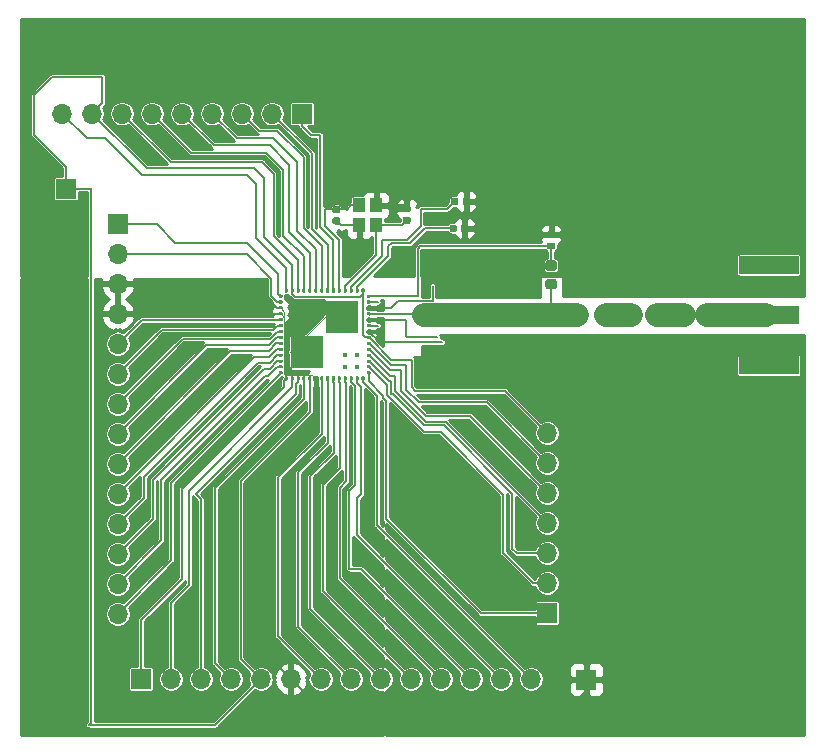
<source format=gbr>
G04 #@! TF.GenerationSoftware,KiCad,Pcbnew,(5.0.2)-1*
G04 #@! TF.CreationDate,2019-03-14T13:57:24-04:00*
G04 #@! TF.ProjectId,PCB10,50434231-302e-46b6-9963-61645f706362,rev?*
G04 #@! TF.SameCoordinates,Original*
G04 #@! TF.FileFunction,Copper,L1,Top*
G04 #@! TF.FilePolarity,Positive*
%FSLAX46Y46*%
G04 Gerber Fmt 4.6, Leading zero omitted, Abs format (unit mm)*
G04 Created by KiCad (PCBNEW (5.0.2)-1) date 3/14/2019 1:57:24 PM*
%MOMM*%
%LPD*%
G01*
G04 APERTURE LIST*
G04 #@! TA.AperFunction,Conductor*
%ADD10C,0.100000*%
G04 #@! TD*
G04 #@! TA.AperFunction,SMDPad,CuDef*
%ADD11C,0.875000*%
G04 #@! TD*
G04 #@! TA.AperFunction,ComponentPad*
%ADD12R,1.700000X1.700000*%
G04 #@! TD*
G04 #@! TA.AperFunction,ComponentPad*
%ADD13O,1.700000X1.700000*%
G04 #@! TD*
G04 #@! TA.AperFunction,SMDPad,CuDef*
%ADD14R,0.325000X0.325000*%
G04 #@! TD*
G04 #@! TA.AperFunction,ConnectorPad*
%ADD15R,2.670000X2.670000*%
G04 #@! TD*
G04 #@! TA.AperFunction,SMDPad,CuDef*
%ADD16R,2.670000X2.670000*%
G04 #@! TD*
G04 #@! TA.AperFunction,ConnectorPad*
%ADD17C,0.255000*%
G04 #@! TD*
G04 #@! TA.AperFunction,SMDPad,CuDef*
%ADD18C,0.255000*%
G04 #@! TD*
G04 #@! TA.AperFunction,SMDPad,CuDef*
%ADD19R,1.100000X1.200000*%
G04 #@! TD*
G04 #@! TA.AperFunction,SMDPad,CuDef*
%ADD20C,0.590000*%
G04 #@! TD*
G04 #@! TA.AperFunction,SMDPad,CuDef*
%ADD21R,5.080000X1.500000*%
G04 #@! TD*
G04 #@! TA.AperFunction,ViaPad*
%ADD22C,1.200000*%
G04 #@! TD*
G04 #@! TA.AperFunction,Conductor*
%ADD23C,0.200000*%
G04 #@! TD*
G04 #@! TA.AperFunction,Conductor*
%ADD24C,2.000000*%
G04 #@! TD*
G04 #@! TA.AperFunction,NonConductor*
%ADD25C,0.254000*%
G04 #@! TD*
G04 #@! TA.AperFunction,Conductor*
%ADD26C,0.254000*%
G04 #@! TD*
G04 APERTURE END LIST*
D10*
G04 #@! TO.N,Net-(C2-Pad1)*
G04 #@! TO.C,L1*
G36*
X176045691Y-95220053D02*
X176066926Y-95223203D01*
X176087750Y-95228419D01*
X176107962Y-95235651D01*
X176127368Y-95244830D01*
X176145781Y-95255866D01*
X176163024Y-95268654D01*
X176178930Y-95283070D01*
X176193346Y-95298976D01*
X176206134Y-95316219D01*
X176217170Y-95334632D01*
X176226349Y-95354038D01*
X176233581Y-95374250D01*
X176238797Y-95395074D01*
X176241947Y-95416309D01*
X176243000Y-95437750D01*
X176243000Y-95875250D01*
X176241947Y-95896691D01*
X176238797Y-95917926D01*
X176233581Y-95938750D01*
X176226349Y-95958962D01*
X176217170Y-95978368D01*
X176206134Y-95996781D01*
X176193346Y-96014024D01*
X176178930Y-96029930D01*
X176163024Y-96044346D01*
X176145781Y-96057134D01*
X176127368Y-96068170D01*
X176107962Y-96077349D01*
X176087750Y-96084581D01*
X176066926Y-96089797D01*
X176045691Y-96092947D01*
X176024250Y-96094000D01*
X175511750Y-96094000D01*
X175490309Y-96092947D01*
X175469074Y-96089797D01*
X175448250Y-96084581D01*
X175428038Y-96077349D01*
X175408632Y-96068170D01*
X175390219Y-96057134D01*
X175372976Y-96044346D01*
X175357070Y-96029930D01*
X175342654Y-96014024D01*
X175329866Y-95996781D01*
X175318830Y-95978368D01*
X175309651Y-95958962D01*
X175302419Y-95938750D01*
X175297203Y-95917926D01*
X175294053Y-95896691D01*
X175293000Y-95875250D01*
X175293000Y-95437750D01*
X175294053Y-95416309D01*
X175297203Y-95395074D01*
X175302419Y-95374250D01*
X175309651Y-95354038D01*
X175318830Y-95334632D01*
X175329866Y-95316219D01*
X175342654Y-95298976D01*
X175357070Y-95283070D01*
X175372976Y-95268654D01*
X175390219Y-95255866D01*
X175408632Y-95244830D01*
X175428038Y-95235651D01*
X175448250Y-95228419D01*
X175469074Y-95223203D01*
X175490309Y-95220053D01*
X175511750Y-95219000D01*
X176024250Y-95219000D01*
X176045691Y-95220053D01*
X176045691Y-95220053D01*
G37*
D11*
G04 #@! TD*
G04 #@! TO.P,L1,2*
G04 #@! TO.N,Net-(C2-Pad1)*
X175768000Y-95656500D03*
D10*
G04 #@! TO.N,Net-(C1-Pad2)*
G04 #@! TO.C,L1*
G36*
X176045691Y-93645053D02*
X176066926Y-93648203D01*
X176087750Y-93653419D01*
X176107962Y-93660651D01*
X176127368Y-93669830D01*
X176145781Y-93680866D01*
X176163024Y-93693654D01*
X176178930Y-93708070D01*
X176193346Y-93723976D01*
X176206134Y-93741219D01*
X176217170Y-93759632D01*
X176226349Y-93779038D01*
X176233581Y-93799250D01*
X176238797Y-93820074D01*
X176241947Y-93841309D01*
X176243000Y-93862750D01*
X176243000Y-94300250D01*
X176241947Y-94321691D01*
X176238797Y-94342926D01*
X176233581Y-94363750D01*
X176226349Y-94383962D01*
X176217170Y-94403368D01*
X176206134Y-94421781D01*
X176193346Y-94439024D01*
X176178930Y-94454930D01*
X176163024Y-94469346D01*
X176145781Y-94482134D01*
X176127368Y-94493170D01*
X176107962Y-94502349D01*
X176087750Y-94509581D01*
X176066926Y-94514797D01*
X176045691Y-94517947D01*
X176024250Y-94519000D01*
X175511750Y-94519000D01*
X175490309Y-94517947D01*
X175469074Y-94514797D01*
X175448250Y-94509581D01*
X175428038Y-94502349D01*
X175408632Y-94493170D01*
X175390219Y-94482134D01*
X175372976Y-94469346D01*
X175357070Y-94454930D01*
X175342654Y-94439024D01*
X175329866Y-94421781D01*
X175318830Y-94403368D01*
X175309651Y-94383962D01*
X175302419Y-94363750D01*
X175297203Y-94342926D01*
X175294053Y-94321691D01*
X175293000Y-94300250D01*
X175293000Y-93862750D01*
X175294053Y-93841309D01*
X175297203Y-93820074D01*
X175302419Y-93799250D01*
X175309651Y-93779038D01*
X175318830Y-93759632D01*
X175329866Y-93741219D01*
X175342654Y-93723976D01*
X175357070Y-93708070D01*
X175372976Y-93693654D01*
X175390219Y-93680866D01*
X175408632Y-93669830D01*
X175428038Y-93660651D01*
X175448250Y-93653419D01*
X175469074Y-93648203D01*
X175490309Y-93645053D01*
X175511750Y-93644000D01*
X176024250Y-93644000D01*
X176045691Y-93645053D01*
X176045691Y-93645053D01*
G37*
D11*
G04 #@! TD*
G04 #@! TO.P,L1,1*
G04 #@! TO.N,Net-(C1-Pad2)*
X175768000Y-94081500D03*
D12*
G04 #@! TO.P,J4,1*
G04 #@! TO.N,Net-(J4-Pad1)*
X175450500Y-123507500D03*
D13*
G04 #@! TO.P,J4,2*
G04 #@! TO.N,Net-(J4-Pad2)*
X175450500Y-120967500D03*
G04 #@! TO.P,J4,3*
G04 #@! TO.N,Net-(J4-Pad3)*
X175450500Y-118427500D03*
G04 #@! TO.P,J4,4*
G04 #@! TO.N,Net-(J4-Pad4)*
X175450500Y-115887500D03*
G04 #@! TO.P,J4,5*
G04 #@! TO.N,Net-(J4-Pad5)*
X175450500Y-113347500D03*
G04 #@! TO.P,J4,6*
G04 #@! TO.N,Net-(J4-Pad6)*
X175450500Y-110807500D03*
G04 #@! TO.P,J4,7*
G04 #@! TO.N,POWER*
X175450500Y-108267500D03*
G04 #@! TD*
D12*
G04 #@! TO.P,PowerPin1,1*
G04 #@! TO.N,POWER*
X134683500Y-87566500D03*
G04 #@! TD*
G04 #@! TO.P,GNDPin1,1*
G04 #@! TO.N,GND*
X178752500Y-129159000D03*
G04 #@! TD*
G04 #@! TO.P,J2,1*
G04 #@! TO.N,Net-(J2-Pad1)*
X154686000Y-81216500D03*
D13*
G04 #@! TO.P,J2,2*
G04 #@! TO.N,Net-(J2-Pad2)*
X152146000Y-81216500D03*
G04 #@! TO.P,J2,3*
G04 #@! TO.N,Net-(J2-Pad3)*
X149606000Y-81216500D03*
G04 #@! TO.P,J2,4*
G04 #@! TO.N,Net-(J2-Pad4)*
X147066000Y-81216500D03*
G04 #@! TO.P,J2,5*
G04 #@! TO.N,Net-(J2-Pad5)*
X144526000Y-81216500D03*
G04 #@! TO.P,J2,6*
G04 #@! TO.N,Net-(J2-Pad6)*
X141986000Y-81216500D03*
G04 #@! TO.P,J2,7*
G04 #@! TO.N,Net-(J2-Pad7)*
X139446000Y-81216500D03*
G04 #@! TO.P,J2,8*
G04 #@! TO.N,POWER*
X136906000Y-81216500D03*
G04 #@! TO.P,J2,9*
G04 #@! TO.N,Net-(J2-Pad9)*
X134366000Y-81216500D03*
G04 #@! TD*
G04 #@! TO.P,J1,14*
G04 #@! TO.N,Net-(J1-Pad14)*
X139065000Y-123571000D03*
G04 #@! TO.P,J1,13*
G04 #@! TO.N,Net-(J1-Pad13)*
X139065000Y-121031000D03*
G04 #@! TO.P,J1,12*
G04 #@! TO.N,Net-(J1-Pad12)*
X139065000Y-118491000D03*
G04 #@! TO.P,J1,11*
G04 #@! TO.N,Net-(J1-Pad11)*
X139065000Y-115951000D03*
G04 #@! TO.P,J1,10*
G04 #@! TO.N,Net-(J1-Pad10)*
X139065000Y-113411000D03*
G04 #@! TO.P,J1,9*
G04 #@! TO.N,Net-(J1-Pad9)*
X139065000Y-110871000D03*
G04 #@! TO.P,J1,8*
G04 #@! TO.N,Net-(J1-Pad8)*
X139065000Y-108331000D03*
G04 #@! TO.P,J1,7*
G04 #@! TO.N,Net-(J1-Pad7)*
X139065000Y-105791000D03*
G04 #@! TO.P,J1,6*
G04 #@! TO.N,Net-(J1-Pad6)*
X139065000Y-103251000D03*
G04 #@! TO.P,J1,5*
G04 #@! TO.N,Net-(J1-Pad5)*
X139065000Y-100711000D03*
G04 #@! TO.P,J1,4*
G04 #@! TO.N,GND*
X139065000Y-98171000D03*
G04 #@! TO.P,J1,3*
X139065000Y-95631000D03*
G04 #@! TO.P,J1,2*
G04 #@! TO.N,Net-(J1-Pad2)*
X139065000Y-93091000D03*
D12*
G04 #@! TO.P,J1,1*
G04 #@! TO.N,Net-(J1-Pad1)*
X139065000Y-90551000D03*
G04 #@! TD*
G04 #@! TO.P,J3,1*
G04 #@! TO.N,Net-(J3-Pad1)*
X141033500Y-129095500D03*
D13*
G04 #@! TO.P,J3,2*
G04 #@! TO.N,Net-(J3-Pad2)*
X143573500Y-129095500D03*
G04 #@! TO.P,J3,3*
G04 #@! TO.N,Net-(J3-Pad3)*
X146113500Y-129095500D03*
G04 #@! TO.P,J3,4*
G04 #@! TO.N,Net-(J3-Pad4)*
X148653500Y-129095500D03*
G04 #@! TO.P,J3,5*
G04 #@! TO.N,POWER*
X151193500Y-129095500D03*
G04 #@! TO.P,J3,6*
G04 #@! TO.N,GND*
X153733500Y-129095500D03*
G04 #@! TO.P,J3,7*
G04 #@! TO.N,Net-(J3-Pad7)*
X156273500Y-129095500D03*
G04 #@! TO.P,J3,8*
G04 #@! TO.N,Net-(J3-Pad8)*
X158813500Y-129095500D03*
G04 #@! TO.P,J3,9*
G04 #@! TO.N,Net-(J3-Pad9)*
X161353500Y-129095500D03*
G04 #@! TO.P,J3,10*
G04 #@! TO.N,Net-(J3-Pad10)*
X163893500Y-129095500D03*
G04 #@! TO.P,J3,11*
G04 #@! TO.N,Net-(J3-Pad11)*
X166433500Y-129095500D03*
G04 #@! TO.P,J3,12*
G04 #@! TO.N,Net-(J3-Pad12)*
X168973500Y-129095500D03*
G04 #@! TO.P,J3,13*
G04 #@! TO.N,Net-(J3-Pad13)*
X171513500Y-129095500D03*
G04 #@! TO.P,J3,14*
G04 #@! TO.N,Net-(J3-Pad14)*
X174053500Y-129095500D03*
G04 #@! TD*
D14*
G04 #@! TO.P,Transceiver1,57*
G04 #@! TO.N,N/C*
X158345501Y-101674001D03*
G04 #@! TO.P,Transceiver1,58*
X159345501Y-101674001D03*
G04 #@! TO.P,Transceiver1,59*
X158345501Y-102674001D03*
G04 #@! TO.P,Transceiver1,60*
X159345501Y-102674001D03*
D15*
G04 #@! TO.P,Transceiver1,MCU Ground Region*
X155095501Y-101424001D03*
D16*
G04 #@! TO.P,Transceiver1,RF Ground Region*
X158095501Y-98424001D03*
D10*
G04 #@! TD*
G04 #@! TO.N,Net-(CrystalCap1-Pad1)*
G04 #@! TO.C,Transceiver1*
G36*
X158415500Y-96021808D02*
X158421688Y-96022726D01*
X158427757Y-96024246D01*
X158433647Y-96026354D01*
X158439303Y-96029029D01*
X158444669Y-96032245D01*
X158449694Y-96035972D01*
X158454329Y-96040173D01*
X158458530Y-96044808D01*
X158462257Y-96049833D01*
X158465473Y-96055199D01*
X158468148Y-96060855D01*
X158470256Y-96066745D01*
X158471776Y-96072814D01*
X158472694Y-96079002D01*
X158473001Y-96085251D01*
X158473001Y-96312751D01*
X158472694Y-96319000D01*
X158471776Y-96325188D01*
X158470256Y-96331257D01*
X158468148Y-96337147D01*
X158465473Y-96342803D01*
X158462257Y-96348169D01*
X158458530Y-96353194D01*
X158454329Y-96357829D01*
X158449694Y-96362030D01*
X158444669Y-96365757D01*
X158439303Y-96368973D01*
X158433647Y-96371648D01*
X158427757Y-96373756D01*
X158421688Y-96375276D01*
X158415500Y-96376194D01*
X158409251Y-96376501D01*
X158281751Y-96376501D01*
X158275502Y-96376194D01*
X158269314Y-96375276D01*
X158263245Y-96373756D01*
X158257355Y-96371648D01*
X158251699Y-96368973D01*
X158246333Y-96365757D01*
X158241308Y-96362030D01*
X158236673Y-96357829D01*
X158232472Y-96353194D01*
X158228745Y-96348169D01*
X158225529Y-96342803D01*
X158222854Y-96337147D01*
X158220746Y-96331257D01*
X158219226Y-96325188D01*
X158218308Y-96319000D01*
X158218001Y-96312751D01*
X158218001Y-96085251D01*
X158218308Y-96079002D01*
X158219226Y-96072814D01*
X158220746Y-96066745D01*
X158222854Y-96060855D01*
X158225529Y-96055199D01*
X158228745Y-96049833D01*
X158232472Y-96044808D01*
X158236673Y-96040173D01*
X158241308Y-96035972D01*
X158246333Y-96032245D01*
X158251699Y-96029029D01*
X158257355Y-96026354D01*
X158263245Y-96024246D01*
X158269314Y-96022726D01*
X158275502Y-96021808D01*
X158281751Y-96021501D01*
X158409251Y-96021501D01*
X158415500Y-96021808D01*
X158415500Y-96021808D01*
G37*
D17*
G04 #@! TO.P,Transceiver1,46*
G04 #@! TO.N,Net-(CrystalCap1-Pad1)*
X158345501Y-96199001D03*
D10*
G04 #@! TD*
G04 #@! TO.N,Net-(Crystalcap2-Pad1)*
G04 #@! TO.C,Transceiver1*
G36*
X157915500Y-96021808D02*
X157921688Y-96022726D01*
X157927757Y-96024246D01*
X157933647Y-96026354D01*
X157939303Y-96029029D01*
X157944669Y-96032245D01*
X157949694Y-96035972D01*
X157954329Y-96040173D01*
X157958530Y-96044808D01*
X157962257Y-96049833D01*
X157965473Y-96055199D01*
X157968148Y-96060855D01*
X157970256Y-96066745D01*
X157971776Y-96072814D01*
X157972694Y-96079002D01*
X157973001Y-96085251D01*
X157973001Y-96312751D01*
X157972694Y-96319000D01*
X157971776Y-96325188D01*
X157970256Y-96331257D01*
X157968148Y-96337147D01*
X157965473Y-96342803D01*
X157962257Y-96348169D01*
X157958530Y-96353194D01*
X157954329Y-96357829D01*
X157949694Y-96362030D01*
X157944669Y-96365757D01*
X157939303Y-96368973D01*
X157933647Y-96371648D01*
X157927757Y-96373756D01*
X157921688Y-96375276D01*
X157915500Y-96376194D01*
X157909251Y-96376501D01*
X157781751Y-96376501D01*
X157775502Y-96376194D01*
X157769314Y-96375276D01*
X157763245Y-96373756D01*
X157757355Y-96371648D01*
X157751699Y-96368973D01*
X157746333Y-96365757D01*
X157741308Y-96362030D01*
X157736673Y-96357829D01*
X157732472Y-96353194D01*
X157728745Y-96348169D01*
X157725529Y-96342803D01*
X157722854Y-96337147D01*
X157720746Y-96331257D01*
X157719226Y-96325188D01*
X157718308Y-96319000D01*
X157718001Y-96312751D01*
X157718001Y-96085251D01*
X157718308Y-96079002D01*
X157719226Y-96072814D01*
X157720746Y-96066745D01*
X157722854Y-96060855D01*
X157725529Y-96055199D01*
X157728745Y-96049833D01*
X157732472Y-96044808D01*
X157736673Y-96040173D01*
X157741308Y-96035972D01*
X157746333Y-96032245D01*
X157751699Y-96029029D01*
X157757355Y-96026354D01*
X157763245Y-96024246D01*
X157769314Y-96022726D01*
X157775502Y-96021808D01*
X157781751Y-96021501D01*
X157909251Y-96021501D01*
X157915500Y-96021808D01*
X157915500Y-96021808D01*
G37*
D17*
G04 #@! TO.P,Transceiver1,47*
G04 #@! TO.N,Net-(Crystalcap2-Pad1)*
X157845501Y-96199001D03*
D10*
G04 #@! TD*
G04 #@! TO.N,Net-(J2-Pad2)*
G04 #@! TO.C,Transceiver1*
G36*
X156915500Y-96021808D02*
X156921688Y-96022726D01*
X156927757Y-96024246D01*
X156933647Y-96026354D01*
X156939303Y-96029029D01*
X156944669Y-96032245D01*
X156949694Y-96035972D01*
X156954329Y-96040173D01*
X156958530Y-96044808D01*
X156962257Y-96049833D01*
X156965473Y-96055199D01*
X156968148Y-96060855D01*
X156970256Y-96066745D01*
X156971776Y-96072814D01*
X156972694Y-96079002D01*
X156973001Y-96085251D01*
X156973001Y-96312751D01*
X156972694Y-96319000D01*
X156971776Y-96325188D01*
X156970256Y-96331257D01*
X156968148Y-96337147D01*
X156965473Y-96342803D01*
X156962257Y-96348169D01*
X156958530Y-96353194D01*
X156954329Y-96357829D01*
X156949694Y-96362030D01*
X156944669Y-96365757D01*
X156939303Y-96368973D01*
X156933647Y-96371648D01*
X156927757Y-96373756D01*
X156921688Y-96375276D01*
X156915500Y-96376194D01*
X156909251Y-96376501D01*
X156781751Y-96376501D01*
X156775502Y-96376194D01*
X156769314Y-96375276D01*
X156763245Y-96373756D01*
X156757355Y-96371648D01*
X156751699Y-96368973D01*
X156746333Y-96365757D01*
X156741308Y-96362030D01*
X156736673Y-96357829D01*
X156732472Y-96353194D01*
X156728745Y-96348169D01*
X156725529Y-96342803D01*
X156722854Y-96337147D01*
X156720746Y-96331257D01*
X156719226Y-96325188D01*
X156718308Y-96319000D01*
X156718001Y-96312751D01*
X156718001Y-96085251D01*
X156718308Y-96079002D01*
X156719226Y-96072814D01*
X156720746Y-96066745D01*
X156722854Y-96060855D01*
X156725529Y-96055199D01*
X156728745Y-96049833D01*
X156732472Y-96044808D01*
X156736673Y-96040173D01*
X156741308Y-96035972D01*
X156746333Y-96032245D01*
X156751699Y-96029029D01*
X156757355Y-96026354D01*
X156763245Y-96024246D01*
X156769314Y-96022726D01*
X156775502Y-96021808D01*
X156781751Y-96021501D01*
X156909251Y-96021501D01*
X156915500Y-96021808D01*
X156915500Y-96021808D01*
G37*
D17*
G04 #@! TO.P,Transceiver1,49*
G04 #@! TO.N,Net-(J2-Pad2)*
X156845501Y-96199001D03*
D10*
G04 #@! TD*
G04 #@! TO.N,Net-(C4-Pad1)*
G04 #@! TO.C,Transceiver1*
G36*
X159415500Y-96021808D02*
X159421688Y-96022726D01*
X159427757Y-96024246D01*
X159433647Y-96026354D01*
X159439303Y-96029029D01*
X159444669Y-96032245D01*
X159449694Y-96035972D01*
X159454329Y-96040173D01*
X159458530Y-96044808D01*
X159462257Y-96049833D01*
X159465473Y-96055199D01*
X159468148Y-96060855D01*
X159470256Y-96066745D01*
X159471776Y-96072814D01*
X159472694Y-96079002D01*
X159473001Y-96085251D01*
X159473001Y-96312751D01*
X159472694Y-96319000D01*
X159471776Y-96325188D01*
X159470256Y-96331257D01*
X159468148Y-96337147D01*
X159465473Y-96342803D01*
X159462257Y-96348169D01*
X159458530Y-96353194D01*
X159454329Y-96357829D01*
X159449694Y-96362030D01*
X159444669Y-96365757D01*
X159439303Y-96368973D01*
X159433647Y-96371648D01*
X159427757Y-96373756D01*
X159421688Y-96375276D01*
X159415500Y-96376194D01*
X159409251Y-96376501D01*
X159281751Y-96376501D01*
X159275502Y-96376194D01*
X159269314Y-96375276D01*
X159263245Y-96373756D01*
X159257355Y-96371648D01*
X159251699Y-96368973D01*
X159246333Y-96365757D01*
X159241308Y-96362030D01*
X159236673Y-96357829D01*
X159232472Y-96353194D01*
X159228745Y-96348169D01*
X159225529Y-96342803D01*
X159222854Y-96337147D01*
X159220746Y-96331257D01*
X159219226Y-96325188D01*
X159218308Y-96319000D01*
X159218001Y-96312751D01*
X159218001Y-96085251D01*
X159218308Y-96079002D01*
X159219226Y-96072814D01*
X159220746Y-96066745D01*
X159222854Y-96060855D01*
X159225529Y-96055199D01*
X159228745Y-96049833D01*
X159232472Y-96044808D01*
X159236673Y-96040173D01*
X159241308Y-96035972D01*
X159246333Y-96032245D01*
X159251699Y-96029029D01*
X159257355Y-96026354D01*
X159263245Y-96024246D01*
X159269314Y-96022726D01*
X159275502Y-96021808D01*
X159281751Y-96021501D01*
X159409251Y-96021501D01*
X159415500Y-96021808D01*
X159415500Y-96021808D01*
G37*
D17*
G04 #@! TO.P,Transceiver1,44*
G04 #@! TO.N,Net-(C4-Pad1)*
X159345501Y-96199001D03*
D10*
G04 #@! TD*
G04 #@! TO.N,POWER*
G04 #@! TO.C,Transceiver1*
G36*
X159915500Y-96021808D02*
X159921688Y-96022726D01*
X159927757Y-96024246D01*
X159933647Y-96026354D01*
X159939303Y-96029029D01*
X159944669Y-96032245D01*
X159949694Y-96035972D01*
X159954329Y-96040173D01*
X159958530Y-96044808D01*
X159962257Y-96049833D01*
X159965473Y-96055199D01*
X159968148Y-96060855D01*
X159970256Y-96066745D01*
X159971776Y-96072814D01*
X159972694Y-96079002D01*
X159973001Y-96085251D01*
X159973001Y-96312751D01*
X159972694Y-96319000D01*
X159971776Y-96325188D01*
X159970256Y-96331257D01*
X159968148Y-96337147D01*
X159965473Y-96342803D01*
X159962257Y-96348169D01*
X159958530Y-96353194D01*
X159954329Y-96357829D01*
X159949694Y-96362030D01*
X159944669Y-96365757D01*
X159939303Y-96368973D01*
X159933647Y-96371648D01*
X159927757Y-96373756D01*
X159921688Y-96375276D01*
X159915500Y-96376194D01*
X159909251Y-96376501D01*
X159781751Y-96376501D01*
X159775502Y-96376194D01*
X159769314Y-96375276D01*
X159763245Y-96373756D01*
X159757355Y-96371648D01*
X159751699Y-96368973D01*
X159746333Y-96365757D01*
X159741308Y-96362030D01*
X159736673Y-96357829D01*
X159732472Y-96353194D01*
X159728745Y-96348169D01*
X159725529Y-96342803D01*
X159722854Y-96337147D01*
X159720746Y-96331257D01*
X159719226Y-96325188D01*
X159718308Y-96319000D01*
X159718001Y-96312751D01*
X159718001Y-96085251D01*
X159718308Y-96079002D01*
X159719226Y-96072814D01*
X159720746Y-96066745D01*
X159722854Y-96060855D01*
X159725529Y-96055199D01*
X159728745Y-96049833D01*
X159732472Y-96044808D01*
X159736673Y-96040173D01*
X159741308Y-96035972D01*
X159746333Y-96032245D01*
X159751699Y-96029029D01*
X159757355Y-96026354D01*
X159763245Y-96024246D01*
X159769314Y-96022726D01*
X159775502Y-96021808D01*
X159781751Y-96021501D01*
X159909251Y-96021501D01*
X159915500Y-96021808D01*
X159915500Y-96021808D01*
G37*
D17*
G04 #@! TO.P,Transceiver1,43*
G04 #@! TO.N,POWER*
X159845501Y-96199001D03*
D10*
G04 #@! TD*
G04 #@! TO.N,Net-(C8-Pad1)*
G04 #@! TO.C,Transceiver1*
G36*
X158915500Y-96021808D02*
X158921688Y-96022726D01*
X158927757Y-96024246D01*
X158933647Y-96026354D01*
X158939303Y-96029029D01*
X158944669Y-96032245D01*
X158949694Y-96035972D01*
X158954329Y-96040173D01*
X158958530Y-96044808D01*
X158962257Y-96049833D01*
X158965473Y-96055199D01*
X158968148Y-96060855D01*
X158970256Y-96066745D01*
X158971776Y-96072814D01*
X158972694Y-96079002D01*
X158973001Y-96085251D01*
X158973001Y-96312751D01*
X158972694Y-96319000D01*
X158971776Y-96325188D01*
X158970256Y-96331257D01*
X158968148Y-96337147D01*
X158965473Y-96342803D01*
X158962257Y-96348169D01*
X158958530Y-96353194D01*
X158954329Y-96357829D01*
X158949694Y-96362030D01*
X158944669Y-96365757D01*
X158939303Y-96368973D01*
X158933647Y-96371648D01*
X158927757Y-96373756D01*
X158921688Y-96375276D01*
X158915500Y-96376194D01*
X158909251Y-96376501D01*
X158781751Y-96376501D01*
X158775502Y-96376194D01*
X158769314Y-96375276D01*
X158763245Y-96373756D01*
X158757355Y-96371648D01*
X158751699Y-96368973D01*
X158746333Y-96365757D01*
X158741308Y-96362030D01*
X158736673Y-96357829D01*
X158732472Y-96353194D01*
X158728745Y-96348169D01*
X158725529Y-96342803D01*
X158722854Y-96337147D01*
X158720746Y-96331257D01*
X158719226Y-96325188D01*
X158718308Y-96319000D01*
X158718001Y-96312751D01*
X158718001Y-96085251D01*
X158718308Y-96079002D01*
X158719226Y-96072814D01*
X158720746Y-96066745D01*
X158722854Y-96060855D01*
X158725529Y-96055199D01*
X158728745Y-96049833D01*
X158732472Y-96044808D01*
X158736673Y-96040173D01*
X158741308Y-96035972D01*
X158746333Y-96032245D01*
X158751699Y-96029029D01*
X158757355Y-96026354D01*
X158763245Y-96024246D01*
X158769314Y-96022726D01*
X158775502Y-96021808D01*
X158781751Y-96021501D01*
X158909251Y-96021501D01*
X158915500Y-96021808D01*
X158915500Y-96021808D01*
G37*
D17*
G04 #@! TO.P,Transceiver1,45*
G04 #@! TO.N,Net-(C8-Pad1)*
X158845501Y-96199001D03*
D10*
G04 #@! TD*
G04 #@! TO.N,Net-(J2-Pad9)*
G04 #@! TO.C,Transceiver1*
G36*
X153415500Y-96021808D02*
X153421688Y-96022726D01*
X153427757Y-96024246D01*
X153433647Y-96026354D01*
X153439303Y-96029029D01*
X153444669Y-96032245D01*
X153449694Y-96035972D01*
X153454329Y-96040173D01*
X153458530Y-96044808D01*
X153462257Y-96049833D01*
X153465473Y-96055199D01*
X153468148Y-96060855D01*
X153470256Y-96066745D01*
X153471776Y-96072814D01*
X153472694Y-96079002D01*
X153473001Y-96085251D01*
X153473001Y-96312751D01*
X153472694Y-96319000D01*
X153471776Y-96325188D01*
X153470256Y-96331257D01*
X153468148Y-96337147D01*
X153465473Y-96342803D01*
X153462257Y-96348169D01*
X153458530Y-96353194D01*
X153454329Y-96357829D01*
X153449694Y-96362030D01*
X153444669Y-96365757D01*
X153439303Y-96368973D01*
X153433647Y-96371648D01*
X153427757Y-96373756D01*
X153421688Y-96375276D01*
X153415500Y-96376194D01*
X153409251Y-96376501D01*
X153281751Y-96376501D01*
X153275502Y-96376194D01*
X153269314Y-96375276D01*
X153263245Y-96373756D01*
X153257355Y-96371648D01*
X153251699Y-96368973D01*
X153246333Y-96365757D01*
X153241308Y-96362030D01*
X153236673Y-96357829D01*
X153232472Y-96353194D01*
X153228745Y-96348169D01*
X153225529Y-96342803D01*
X153222854Y-96337147D01*
X153220746Y-96331257D01*
X153219226Y-96325188D01*
X153218308Y-96319000D01*
X153218001Y-96312751D01*
X153218001Y-96085251D01*
X153218308Y-96079002D01*
X153219226Y-96072814D01*
X153220746Y-96066745D01*
X153222854Y-96060855D01*
X153225529Y-96055199D01*
X153228745Y-96049833D01*
X153232472Y-96044808D01*
X153236673Y-96040173D01*
X153241308Y-96035972D01*
X153246333Y-96032245D01*
X153251699Y-96029029D01*
X153257355Y-96026354D01*
X153263245Y-96024246D01*
X153269314Y-96022726D01*
X153275502Y-96021808D01*
X153281751Y-96021501D01*
X153409251Y-96021501D01*
X153415500Y-96021808D01*
X153415500Y-96021808D01*
G37*
D17*
G04 #@! TO.P,Transceiver1,56*
G04 #@! TO.N,Net-(J2-Pad9)*
X153345501Y-96199001D03*
D10*
G04 #@! TD*
G04 #@! TO.N,Net-(J2-Pad7)*
G04 #@! TO.C,Transceiver1*
G36*
X154415500Y-96021808D02*
X154421688Y-96022726D01*
X154427757Y-96024246D01*
X154433647Y-96026354D01*
X154439303Y-96029029D01*
X154444669Y-96032245D01*
X154449694Y-96035972D01*
X154454329Y-96040173D01*
X154458530Y-96044808D01*
X154462257Y-96049833D01*
X154465473Y-96055199D01*
X154468148Y-96060855D01*
X154470256Y-96066745D01*
X154471776Y-96072814D01*
X154472694Y-96079002D01*
X154473001Y-96085251D01*
X154473001Y-96312751D01*
X154472694Y-96319000D01*
X154471776Y-96325188D01*
X154470256Y-96331257D01*
X154468148Y-96337147D01*
X154465473Y-96342803D01*
X154462257Y-96348169D01*
X154458530Y-96353194D01*
X154454329Y-96357829D01*
X154449694Y-96362030D01*
X154444669Y-96365757D01*
X154439303Y-96368973D01*
X154433647Y-96371648D01*
X154427757Y-96373756D01*
X154421688Y-96375276D01*
X154415500Y-96376194D01*
X154409251Y-96376501D01*
X154281751Y-96376501D01*
X154275502Y-96376194D01*
X154269314Y-96375276D01*
X154263245Y-96373756D01*
X154257355Y-96371648D01*
X154251699Y-96368973D01*
X154246333Y-96365757D01*
X154241308Y-96362030D01*
X154236673Y-96357829D01*
X154232472Y-96353194D01*
X154228745Y-96348169D01*
X154225529Y-96342803D01*
X154222854Y-96337147D01*
X154220746Y-96331257D01*
X154219226Y-96325188D01*
X154218308Y-96319000D01*
X154218001Y-96312751D01*
X154218001Y-96085251D01*
X154218308Y-96079002D01*
X154219226Y-96072814D01*
X154220746Y-96066745D01*
X154222854Y-96060855D01*
X154225529Y-96055199D01*
X154228745Y-96049833D01*
X154232472Y-96044808D01*
X154236673Y-96040173D01*
X154241308Y-96035972D01*
X154246333Y-96032245D01*
X154251699Y-96029029D01*
X154257355Y-96026354D01*
X154263245Y-96024246D01*
X154269314Y-96022726D01*
X154275502Y-96021808D01*
X154281751Y-96021501D01*
X154409251Y-96021501D01*
X154415500Y-96021808D01*
X154415500Y-96021808D01*
G37*
D17*
G04 #@! TO.P,Transceiver1,54*
G04 #@! TO.N,Net-(J2-Pad7)*
X154345501Y-96199001D03*
D10*
G04 #@! TD*
G04 #@! TO.N,Net-(J2-Pad3)*
G04 #@! TO.C,Transceiver1*
G36*
X156415500Y-96021808D02*
X156421688Y-96022726D01*
X156427757Y-96024246D01*
X156433647Y-96026354D01*
X156439303Y-96029029D01*
X156444669Y-96032245D01*
X156449694Y-96035972D01*
X156454329Y-96040173D01*
X156458530Y-96044808D01*
X156462257Y-96049833D01*
X156465473Y-96055199D01*
X156468148Y-96060855D01*
X156470256Y-96066745D01*
X156471776Y-96072814D01*
X156472694Y-96079002D01*
X156473001Y-96085251D01*
X156473001Y-96312751D01*
X156472694Y-96319000D01*
X156471776Y-96325188D01*
X156470256Y-96331257D01*
X156468148Y-96337147D01*
X156465473Y-96342803D01*
X156462257Y-96348169D01*
X156458530Y-96353194D01*
X156454329Y-96357829D01*
X156449694Y-96362030D01*
X156444669Y-96365757D01*
X156439303Y-96368973D01*
X156433647Y-96371648D01*
X156427757Y-96373756D01*
X156421688Y-96375276D01*
X156415500Y-96376194D01*
X156409251Y-96376501D01*
X156281751Y-96376501D01*
X156275502Y-96376194D01*
X156269314Y-96375276D01*
X156263245Y-96373756D01*
X156257355Y-96371648D01*
X156251699Y-96368973D01*
X156246333Y-96365757D01*
X156241308Y-96362030D01*
X156236673Y-96357829D01*
X156232472Y-96353194D01*
X156228745Y-96348169D01*
X156225529Y-96342803D01*
X156222854Y-96337147D01*
X156220746Y-96331257D01*
X156219226Y-96325188D01*
X156218308Y-96319000D01*
X156218001Y-96312751D01*
X156218001Y-96085251D01*
X156218308Y-96079002D01*
X156219226Y-96072814D01*
X156220746Y-96066745D01*
X156222854Y-96060855D01*
X156225529Y-96055199D01*
X156228745Y-96049833D01*
X156232472Y-96044808D01*
X156236673Y-96040173D01*
X156241308Y-96035972D01*
X156246333Y-96032245D01*
X156251699Y-96029029D01*
X156257355Y-96026354D01*
X156263245Y-96024246D01*
X156269314Y-96022726D01*
X156275502Y-96021808D01*
X156281751Y-96021501D01*
X156409251Y-96021501D01*
X156415500Y-96021808D01*
X156415500Y-96021808D01*
G37*
D17*
G04 #@! TO.P,Transceiver1,50*
G04 #@! TO.N,Net-(J2-Pad3)*
X156345501Y-96199001D03*
D10*
G04 #@! TD*
G04 #@! TO.N,Net-(J2-Pad4)*
G04 #@! TO.C,Transceiver1*
G36*
X155915500Y-96021808D02*
X155921688Y-96022726D01*
X155927757Y-96024246D01*
X155933647Y-96026354D01*
X155939303Y-96029029D01*
X155944669Y-96032245D01*
X155949694Y-96035972D01*
X155954329Y-96040173D01*
X155958530Y-96044808D01*
X155962257Y-96049833D01*
X155965473Y-96055199D01*
X155968148Y-96060855D01*
X155970256Y-96066745D01*
X155971776Y-96072814D01*
X155972694Y-96079002D01*
X155973001Y-96085251D01*
X155973001Y-96312751D01*
X155972694Y-96319000D01*
X155971776Y-96325188D01*
X155970256Y-96331257D01*
X155968148Y-96337147D01*
X155965473Y-96342803D01*
X155962257Y-96348169D01*
X155958530Y-96353194D01*
X155954329Y-96357829D01*
X155949694Y-96362030D01*
X155944669Y-96365757D01*
X155939303Y-96368973D01*
X155933647Y-96371648D01*
X155927757Y-96373756D01*
X155921688Y-96375276D01*
X155915500Y-96376194D01*
X155909251Y-96376501D01*
X155781751Y-96376501D01*
X155775502Y-96376194D01*
X155769314Y-96375276D01*
X155763245Y-96373756D01*
X155757355Y-96371648D01*
X155751699Y-96368973D01*
X155746333Y-96365757D01*
X155741308Y-96362030D01*
X155736673Y-96357829D01*
X155732472Y-96353194D01*
X155728745Y-96348169D01*
X155725529Y-96342803D01*
X155722854Y-96337147D01*
X155720746Y-96331257D01*
X155719226Y-96325188D01*
X155718308Y-96319000D01*
X155718001Y-96312751D01*
X155718001Y-96085251D01*
X155718308Y-96079002D01*
X155719226Y-96072814D01*
X155720746Y-96066745D01*
X155722854Y-96060855D01*
X155725529Y-96055199D01*
X155728745Y-96049833D01*
X155732472Y-96044808D01*
X155736673Y-96040173D01*
X155741308Y-96035972D01*
X155746333Y-96032245D01*
X155751699Y-96029029D01*
X155757355Y-96026354D01*
X155763245Y-96024246D01*
X155769314Y-96022726D01*
X155775502Y-96021808D01*
X155781751Y-96021501D01*
X155909251Y-96021501D01*
X155915500Y-96021808D01*
X155915500Y-96021808D01*
G37*
D17*
G04 #@! TO.P,Transceiver1,51*
G04 #@! TO.N,Net-(J2-Pad4)*
X155845501Y-96199001D03*
D10*
G04 #@! TD*
G04 #@! TO.N,Net-(J2-Pad1)*
G04 #@! TO.C,Transceiver1*
G36*
X157415500Y-96021808D02*
X157421688Y-96022726D01*
X157427757Y-96024246D01*
X157433647Y-96026354D01*
X157439303Y-96029029D01*
X157444669Y-96032245D01*
X157449694Y-96035972D01*
X157454329Y-96040173D01*
X157458530Y-96044808D01*
X157462257Y-96049833D01*
X157465473Y-96055199D01*
X157468148Y-96060855D01*
X157470256Y-96066745D01*
X157471776Y-96072814D01*
X157472694Y-96079002D01*
X157473001Y-96085251D01*
X157473001Y-96312751D01*
X157472694Y-96319000D01*
X157471776Y-96325188D01*
X157470256Y-96331257D01*
X157468148Y-96337147D01*
X157465473Y-96342803D01*
X157462257Y-96348169D01*
X157458530Y-96353194D01*
X157454329Y-96357829D01*
X157449694Y-96362030D01*
X157444669Y-96365757D01*
X157439303Y-96368973D01*
X157433647Y-96371648D01*
X157427757Y-96373756D01*
X157421688Y-96375276D01*
X157415500Y-96376194D01*
X157409251Y-96376501D01*
X157281751Y-96376501D01*
X157275502Y-96376194D01*
X157269314Y-96375276D01*
X157263245Y-96373756D01*
X157257355Y-96371648D01*
X157251699Y-96368973D01*
X157246333Y-96365757D01*
X157241308Y-96362030D01*
X157236673Y-96357829D01*
X157232472Y-96353194D01*
X157228745Y-96348169D01*
X157225529Y-96342803D01*
X157222854Y-96337147D01*
X157220746Y-96331257D01*
X157219226Y-96325188D01*
X157218308Y-96319000D01*
X157218001Y-96312751D01*
X157218001Y-96085251D01*
X157218308Y-96079002D01*
X157219226Y-96072814D01*
X157220746Y-96066745D01*
X157222854Y-96060855D01*
X157225529Y-96055199D01*
X157228745Y-96049833D01*
X157232472Y-96044808D01*
X157236673Y-96040173D01*
X157241308Y-96035972D01*
X157246333Y-96032245D01*
X157251699Y-96029029D01*
X157257355Y-96026354D01*
X157263245Y-96024246D01*
X157269314Y-96022726D01*
X157275502Y-96021808D01*
X157281751Y-96021501D01*
X157409251Y-96021501D01*
X157415500Y-96021808D01*
X157415500Y-96021808D01*
G37*
D17*
G04 #@! TO.P,Transceiver1,48*
G04 #@! TO.N,Net-(J2-Pad1)*
X157345501Y-96199001D03*
D10*
G04 #@! TD*
G04 #@! TO.N,Net-(J2-Pad6)*
G04 #@! TO.C,Transceiver1*
G36*
X154915500Y-96021808D02*
X154921688Y-96022726D01*
X154927757Y-96024246D01*
X154933647Y-96026354D01*
X154939303Y-96029029D01*
X154944669Y-96032245D01*
X154949694Y-96035972D01*
X154954329Y-96040173D01*
X154958530Y-96044808D01*
X154962257Y-96049833D01*
X154965473Y-96055199D01*
X154968148Y-96060855D01*
X154970256Y-96066745D01*
X154971776Y-96072814D01*
X154972694Y-96079002D01*
X154973001Y-96085251D01*
X154973001Y-96312751D01*
X154972694Y-96319000D01*
X154971776Y-96325188D01*
X154970256Y-96331257D01*
X154968148Y-96337147D01*
X154965473Y-96342803D01*
X154962257Y-96348169D01*
X154958530Y-96353194D01*
X154954329Y-96357829D01*
X154949694Y-96362030D01*
X154944669Y-96365757D01*
X154939303Y-96368973D01*
X154933647Y-96371648D01*
X154927757Y-96373756D01*
X154921688Y-96375276D01*
X154915500Y-96376194D01*
X154909251Y-96376501D01*
X154781751Y-96376501D01*
X154775502Y-96376194D01*
X154769314Y-96375276D01*
X154763245Y-96373756D01*
X154757355Y-96371648D01*
X154751699Y-96368973D01*
X154746333Y-96365757D01*
X154741308Y-96362030D01*
X154736673Y-96357829D01*
X154732472Y-96353194D01*
X154728745Y-96348169D01*
X154725529Y-96342803D01*
X154722854Y-96337147D01*
X154720746Y-96331257D01*
X154719226Y-96325188D01*
X154718308Y-96319000D01*
X154718001Y-96312751D01*
X154718001Y-96085251D01*
X154718308Y-96079002D01*
X154719226Y-96072814D01*
X154720746Y-96066745D01*
X154722854Y-96060855D01*
X154725529Y-96055199D01*
X154728745Y-96049833D01*
X154732472Y-96044808D01*
X154736673Y-96040173D01*
X154741308Y-96035972D01*
X154746333Y-96032245D01*
X154751699Y-96029029D01*
X154757355Y-96026354D01*
X154763245Y-96024246D01*
X154769314Y-96022726D01*
X154775502Y-96021808D01*
X154781751Y-96021501D01*
X154909251Y-96021501D01*
X154915500Y-96021808D01*
X154915500Y-96021808D01*
G37*
D17*
G04 #@! TO.P,Transceiver1,53*
G04 #@! TO.N,Net-(J2-Pad6)*
X154845501Y-96199001D03*
D10*
G04 #@! TD*
G04 #@! TO.N,POWER*
G04 #@! TO.C,Transceiver1*
G36*
X153915500Y-96021808D02*
X153921688Y-96022726D01*
X153927757Y-96024246D01*
X153933647Y-96026354D01*
X153939303Y-96029029D01*
X153944669Y-96032245D01*
X153949694Y-96035972D01*
X153954329Y-96040173D01*
X153958530Y-96044808D01*
X153962257Y-96049833D01*
X153965473Y-96055199D01*
X153968148Y-96060855D01*
X153970256Y-96066745D01*
X153971776Y-96072814D01*
X153972694Y-96079002D01*
X153973001Y-96085251D01*
X153973001Y-96312751D01*
X153972694Y-96319000D01*
X153971776Y-96325188D01*
X153970256Y-96331257D01*
X153968148Y-96337147D01*
X153965473Y-96342803D01*
X153962257Y-96348169D01*
X153958530Y-96353194D01*
X153954329Y-96357829D01*
X153949694Y-96362030D01*
X153944669Y-96365757D01*
X153939303Y-96368973D01*
X153933647Y-96371648D01*
X153927757Y-96373756D01*
X153921688Y-96375276D01*
X153915500Y-96376194D01*
X153909251Y-96376501D01*
X153781751Y-96376501D01*
X153775502Y-96376194D01*
X153769314Y-96375276D01*
X153763245Y-96373756D01*
X153757355Y-96371648D01*
X153751699Y-96368973D01*
X153746333Y-96365757D01*
X153741308Y-96362030D01*
X153736673Y-96357829D01*
X153732472Y-96353194D01*
X153728745Y-96348169D01*
X153725529Y-96342803D01*
X153722854Y-96337147D01*
X153720746Y-96331257D01*
X153719226Y-96325188D01*
X153718308Y-96319000D01*
X153718001Y-96312751D01*
X153718001Y-96085251D01*
X153718308Y-96079002D01*
X153719226Y-96072814D01*
X153720746Y-96066745D01*
X153722854Y-96060855D01*
X153725529Y-96055199D01*
X153728745Y-96049833D01*
X153732472Y-96044808D01*
X153736673Y-96040173D01*
X153741308Y-96035972D01*
X153746333Y-96032245D01*
X153751699Y-96029029D01*
X153757355Y-96026354D01*
X153763245Y-96024246D01*
X153769314Y-96022726D01*
X153775502Y-96021808D01*
X153781751Y-96021501D01*
X153909251Y-96021501D01*
X153915500Y-96021808D01*
X153915500Y-96021808D01*
G37*
D17*
G04 #@! TO.P,Transceiver1,55*
G04 #@! TO.N,POWER*
X153845501Y-96199001D03*
D10*
G04 #@! TD*
G04 #@! TO.N,Net-(J2-Pad5)*
G04 #@! TO.C,Transceiver1*
G36*
X155415500Y-96021808D02*
X155421688Y-96022726D01*
X155427757Y-96024246D01*
X155433647Y-96026354D01*
X155439303Y-96029029D01*
X155444669Y-96032245D01*
X155449694Y-96035972D01*
X155454329Y-96040173D01*
X155458530Y-96044808D01*
X155462257Y-96049833D01*
X155465473Y-96055199D01*
X155468148Y-96060855D01*
X155470256Y-96066745D01*
X155471776Y-96072814D01*
X155472694Y-96079002D01*
X155473001Y-96085251D01*
X155473001Y-96312751D01*
X155472694Y-96319000D01*
X155471776Y-96325188D01*
X155470256Y-96331257D01*
X155468148Y-96337147D01*
X155465473Y-96342803D01*
X155462257Y-96348169D01*
X155458530Y-96353194D01*
X155454329Y-96357829D01*
X155449694Y-96362030D01*
X155444669Y-96365757D01*
X155439303Y-96368973D01*
X155433647Y-96371648D01*
X155427757Y-96373756D01*
X155421688Y-96375276D01*
X155415500Y-96376194D01*
X155409251Y-96376501D01*
X155281751Y-96376501D01*
X155275502Y-96376194D01*
X155269314Y-96375276D01*
X155263245Y-96373756D01*
X155257355Y-96371648D01*
X155251699Y-96368973D01*
X155246333Y-96365757D01*
X155241308Y-96362030D01*
X155236673Y-96357829D01*
X155232472Y-96353194D01*
X155228745Y-96348169D01*
X155225529Y-96342803D01*
X155222854Y-96337147D01*
X155220746Y-96331257D01*
X155219226Y-96325188D01*
X155218308Y-96319000D01*
X155218001Y-96312751D01*
X155218001Y-96085251D01*
X155218308Y-96079002D01*
X155219226Y-96072814D01*
X155220746Y-96066745D01*
X155222854Y-96060855D01*
X155225529Y-96055199D01*
X155228745Y-96049833D01*
X155232472Y-96044808D01*
X155236673Y-96040173D01*
X155241308Y-96035972D01*
X155246333Y-96032245D01*
X155251699Y-96029029D01*
X155257355Y-96026354D01*
X155263245Y-96024246D01*
X155269314Y-96022726D01*
X155275502Y-96021808D01*
X155281751Y-96021501D01*
X155409251Y-96021501D01*
X155415500Y-96021808D01*
X155415500Y-96021808D01*
G37*
D17*
G04 #@! TO.P,Transceiver1,52*
G04 #@! TO.N,Net-(J2-Pad5)*
X155345501Y-96199001D03*
D10*
G04 #@! TD*
G04 #@! TO.N,Net-(J1-Pad7)*
G04 #@! TO.C,Transceiver1*
G36*
X152990500Y-99546808D02*
X152996688Y-99547726D01*
X153002757Y-99549246D01*
X153008647Y-99551354D01*
X153014303Y-99554029D01*
X153019669Y-99557245D01*
X153024694Y-99560972D01*
X153029329Y-99565173D01*
X153033530Y-99569808D01*
X153037257Y-99574833D01*
X153040473Y-99580199D01*
X153043148Y-99585855D01*
X153045256Y-99591745D01*
X153046776Y-99597814D01*
X153047694Y-99604002D01*
X153048001Y-99610251D01*
X153048001Y-99737751D01*
X153047694Y-99744000D01*
X153046776Y-99750188D01*
X153045256Y-99756257D01*
X153043148Y-99762147D01*
X153040473Y-99767803D01*
X153037257Y-99773169D01*
X153033530Y-99778194D01*
X153029329Y-99782829D01*
X153024694Y-99787030D01*
X153019669Y-99790757D01*
X153014303Y-99793973D01*
X153008647Y-99796648D01*
X153002757Y-99798756D01*
X152996688Y-99800276D01*
X152990500Y-99801194D01*
X152984251Y-99801501D01*
X152756751Y-99801501D01*
X152750502Y-99801194D01*
X152744314Y-99800276D01*
X152738245Y-99798756D01*
X152732355Y-99796648D01*
X152726699Y-99793973D01*
X152721333Y-99790757D01*
X152716308Y-99787030D01*
X152711673Y-99782829D01*
X152707472Y-99778194D01*
X152703745Y-99773169D01*
X152700529Y-99767803D01*
X152697854Y-99762147D01*
X152695746Y-99756257D01*
X152694226Y-99750188D01*
X152693308Y-99744000D01*
X152693001Y-99737751D01*
X152693001Y-99610251D01*
X152693308Y-99604002D01*
X152694226Y-99597814D01*
X152695746Y-99591745D01*
X152697854Y-99585855D01*
X152700529Y-99580199D01*
X152703745Y-99574833D01*
X152707472Y-99569808D01*
X152711673Y-99565173D01*
X152716308Y-99560972D01*
X152721333Y-99557245D01*
X152726699Y-99554029D01*
X152732355Y-99551354D01*
X152738245Y-99549246D01*
X152744314Y-99547726D01*
X152750502Y-99546808D01*
X152756751Y-99546501D01*
X152984251Y-99546501D01*
X152990500Y-99546808D01*
X152990500Y-99546808D01*
G37*
D17*
G04 #@! TO.P,Transceiver1,7*
G04 #@! TO.N,Net-(J1-Pad7)*
X152870501Y-99674001D03*
D10*
G04 #@! TD*
G04 #@! TO.N,Net-(J1-Pad8)*
G04 #@! TO.C,Transceiver1*
G36*
X152990500Y-100046808D02*
X152996688Y-100047726D01*
X153002757Y-100049246D01*
X153008647Y-100051354D01*
X153014303Y-100054029D01*
X153019669Y-100057245D01*
X153024694Y-100060972D01*
X153029329Y-100065173D01*
X153033530Y-100069808D01*
X153037257Y-100074833D01*
X153040473Y-100080199D01*
X153043148Y-100085855D01*
X153045256Y-100091745D01*
X153046776Y-100097814D01*
X153047694Y-100104002D01*
X153048001Y-100110251D01*
X153048001Y-100237751D01*
X153047694Y-100244000D01*
X153046776Y-100250188D01*
X153045256Y-100256257D01*
X153043148Y-100262147D01*
X153040473Y-100267803D01*
X153037257Y-100273169D01*
X153033530Y-100278194D01*
X153029329Y-100282829D01*
X153024694Y-100287030D01*
X153019669Y-100290757D01*
X153014303Y-100293973D01*
X153008647Y-100296648D01*
X153002757Y-100298756D01*
X152996688Y-100300276D01*
X152990500Y-100301194D01*
X152984251Y-100301501D01*
X152756751Y-100301501D01*
X152750502Y-100301194D01*
X152744314Y-100300276D01*
X152738245Y-100298756D01*
X152732355Y-100296648D01*
X152726699Y-100293973D01*
X152721333Y-100290757D01*
X152716308Y-100287030D01*
X152711673Y-100282829D01*
X152707472Y-100278194D01*
X152703745Y-100273169D01*
X152700529Y-100267803D01*
X152697854Y-100262147D01*
X152695746Y-100256257D01*
X152694226Y-100250188D01*
X152693308Y-100244000D01*
X152693001Y-100237751D01*
X152693001Y-100110251D01*
X152693308Y-100104002D01*
X152694226Y-100097814D01*
X152695746Y-100091745D01*
X152697854Y-100085855D01*
X152700529Y-100080199D01*
X152703745Y-100074833D01*
X152707472Y-100069808D01*
X152711673Y-100065173D01*
X152716308Y-100060972D01*
X152721333Y-100057245D01*
X152726699Y-100054029D01*
X152732355Y-100051354D01*
X152738245Y-100049246D01*
X152744314Y-100047726D01*
X152750502Y-100046808D01*
X152756751Y-100046501D01*
X152984251Y-100046501D01*
X152990500Y-100046808D01*
X152990500Y-100046808D01*
G37*
D17*
G04 #@! TO.P,Transceiver1,8*
G04 #@! TO.N,Net-(J1-Pad8)*
X152870501Y-100174001D03*
D10*
G04 #@! TD*
G04 #@! TO.N,GND*
G04 #@! TO.C,Transceiver1*
G36*
X152990500Y-98046808D02*
X152996688Y-98047726D01*
X153002757Y-98049246D01*
X153008647Y-98051354D01*
X153014303Y-98054029D01*
X153019669Y-98057245D01*
X153024694Y-98060972D01*
X153029329Y-98065173D01*
X153033530Y-98069808D01*
X153037257Y-98074833D01*
X153040473Y-98080199D01*
X153043148Y-98085855D01*
X153045256Y-98091745D01*
X153046776Y-98097814D01*
X153047694Y-98104002D01*
X153048001Y-98110251D01*
X153048001Y-98237751D01*
X153047694Y-98244000D01*
X153046776Y-98250188D01*
X153045256Y-98256257D01*
X153043148Y-98262147D01*
X153040473Y-98267803D01*
X153037257Y-98273169D01*
X153033530Y-98278194D01*
X153029329Y-98282829D01*
X153024694Y-98287030D01*
X153019669Y-98290757D01*
X153014303Y-98293973D01*
X153008647Y-98296648D01*
X153002757Y-98298756D01*
X152996688Y-98300276D01*
X152990500Y-98301194D01*
X152984251Y-98301501D01*
X152756751Y-98301501D01*
X152750502Y-98301194D01*
X152744314Y-98300276D01*
X152738245Y-98298756D01*
X152732355Y-98296648D01*
X152726699Y-98293973D01*
X152721333Y-98290757D01*
X152716308Y-98287030D01*
X152711673Y-98282829D01*
X152707472Y-98278194D01*
X152703745Y-98273169D01*
X152700529Y-98267803D01*
X152697854Y-98262147D01*
X152695746Y-98256257D01*
X152694226Y-98250188D01*
X152693308Y-98244000D01*
X152693001Y-98237751D01*
X152693001Y-98110251D01*
X152693308Y-98104002D01*
X152694226Y-98097814D01*
X152695746Y-98091745D01*
X152697854Y-98085855D01*
X152700529Y-98080199D01*
X152703745Y-98074833D01*
X152707472Y-98069808D01*
X152711673Y-98065173D01*
X152716308Y-98060972D01*
X152721333Y-98057245D01*
X152726699Y-98054029D01*
X152732355Y-98051354D01*
X152738245Y-98049246D01*
X152744314Y-98047726D01*
X152750502Y-98046808D01*
X152756751Y-98046501D01*
X152984251Y-98046501D01*
X152990500Y-98046808D01*
X152990500Y-98046808D01*
G37*
D17*
G04 #@! TO.P,Transceiver1,4*
G04 #@! TO.N,GND*
X152870501Y-98174001D03*
D10*
G04 #@! TD*
G04 #@! TO.N,GND*
G04 #@! TO.C,Transceiver1*
G36*
X152990500Y-97546808D02*
X152996688Y-97547726D01*
X153002757Y-97549246D01*
X153008647Y-97551354D01*
X153014303Y-97554029D01*
X153019669Y-97557245D01*
X153024694Y-97560972D01*
X153029329Y-97565173D01*
X153033530Y-97569808D01*
X153037257Y-97574833D01*
X153040473Y-97580199D01*
X153043148Y-97585855D01*
X153045256Y-97591745D01*
X153046776Y-97597814D01*
X153047694Y-97604002D01*
X153048001Y-97610251D01*
X153048001Y-97737751D01*
X153047694Y-97744000D01*
X153046776Y-97750188D01*
X153045256Y-97756257D01*
X153043148Y-97762147D01*
X153040473Y-97767803D01*
X153037257Y-97773169D01*
X153033530Y-97778194D01*
X153029329Y-97782829D01*
X153024694Y-97787030D01*
X153019669Y-97790757D01*
X153014303Y-97793973D01*
X153008647Y-97796648D01*
X153002757Y-97798756D01*
X152996688Y-97800276D01*
X152990500Y-97801194D01*
X152984251Y-97801501D01*
X152756751Y-97801501D01*
X152750502Y-97801194D01*
X152744314Y-97800276D01*
X152738245Y-97798756D01*
X152732355Y-97796648D01*
X152726699Y-97793973D01*
X152721333Y-97790757D01*
X152716308Y-97787030D01*
X152711673Y-97782829D01*
X152707472Y-97778194D01*
X152703745Y-97773169D01*
X152700529Y-97767803D01*
X152697854Y-97762147D01*
X152695746Y-97756257D01*
X152694226Y-97750188D01*
X152693308Y-97744000D01*
X152693001Y-97737751D01*
X152693001Y-97610251D01*
X152693308Y-97604002D01*
X152694226Y-97597814D01*
X152695746Y-97591745D01*
X152697854Y-97585855D01*
X152700529Y-97580199D01*
X152703745Y-97574833D01*
X152707472Y-97569808D01*
X152711673Y-97565173D01*
X152716308Y-97560972D01*
X152721333Y-97557245D01*
X152726699Y-97554029D01*
X152732355Y-97551354D01*
X152738245Y-97549246D01*
X152744314Y-97547726D01*
X152750502Y-97546808D01*
X152756751Y-97546501D01*
X152984251Y-97546501D01*
X152990500Y-97546808D01*
X152990500Y-97546808D01*
G37*
D17*
G04 #@! TO.P,Transceiver1,3*
G04 #@! TO.N,GND*
X152870501Y-97674001D03*
D10*
G04 #@! TD*
G04 #@! TO.N,Net-(J1-Pad6)*
G04 #@! TO.C,Transceiver1*
G36*
X152990500Y-99046808D02*
X152996688Y-99047726D01*
X153002757Y-99049246D01*
X153008647Y-99051354D01*
X153014303Y-99054029D01*
X153019669Y-99057245D01*
X153024694Y-99060972D01*
X153029329Y-99065173D01*
X153033530Y-99069808D01*
X153037257Y-99074833D01*
X153040473Y-99080199D01*
X153043148Y-99085855D01*
X153045256Y-99091745D01*
X153046776Y-99097814D01*
X153047694Y-99104002D01*
X153048001Y-99110251D01*
X153048001Y-99237751D01*
X153047694Y-99244000D01*
X153046776Y-99250188D01*
X153045256Y-99256257D01*
X153043148Y-99262147D01*
X153040473Y-99267803D01*
X153037257Y-99273169D01*
X153033530Y-99278194D01*
X153029329Y-99282829D01*
X153024694Y-99287030D01*
X153019669Y-99290757D01*
X153014303Y-99293973D01*
X153008647Y-99296648D01*
X153002757Y-99298756D01*
X152996688Y-99300276D01*
X152990500Y-99301194D01*
X152984251Y-99301501D01*
X152756751Y-99301501D01*
X152750502Y-99301194D01*
X152744314Y-99300276D01*
X152738245Y-99298756D01*
X152732355Y-99296648D01*
X152726699Y-99293973D01*
X152721333Y-99290757D01*
X152716308Y-99287030D01*
X152711673Y-99282829D01*
X152707472Y-99278194D01*
X152703745Y-99273169D01*
X152700529Y-99267803D01*
X152697854Y-99262147D01*
X152695746Y-99256257D01*
X152694226Y-99250188D01*
X152693308Y-99244000D01*
X152693001Y-99237751D01*
X152693001Y-99110251D01*
X152693308Y-99104002D01*
X152694226Y-99097814D01*
X152695746Y-99091745D01*
X152697854Y-99085855D01*
X152700529Y-99080199D01*
X152703745Y-99074833D01*
X152707472Y-99069808D01*
X152711673Y-99065173D01*
X152716308Y-99060972D01*
X152721333Y-99057245D01*
X152726699Y-99054029D01*
X152732355Y-99051354D01*
X152738245Y-99049246D01*
X152744314Y-99047726D01*
X152750502Y-99046808D01*
X152756751Y-99046501D01*
X152984251Y-99046501D01*
X152990500Y-99046808D01*
X152990500Y-99046808D01*
G37*
D17*
G04 #@! TO.P,Transceiver1,6*
G04 #@! TO.N,Net-(J1-Pad6)*
X152870501Y-99174001D03*
D10*
G04 #@! TD*
G04 #@! TO.N,Net-(J1-Pad14)*
G04 #@! TO.C,Transceiver1*
G36*
X152990500Y-103046808D02*
X152996688Y-103047726D01*
X153002757Y-103049246D01*
X153008647Y-103051354D01*
X153014303Y-103054029D01*
X153019669Y-103057245D01*
X153024694Y-103060972D01*
X153029329Y-103065173D01*
X153033530Y-103069808D01*
X153037257Y-103074833D01*
X153040473Y-103080199D01*
X153043148Y-103085855D01*
X153045256Y-103091745D01*
X153046776Y-103097814D01*
X153047694Y-103104002D01*
X153048001Y-103110251D01*
X153048001Y-103237751D01*
X153047694Y-103244000D01*
X153046776Y-103250188D01*
X153045256Y-103256257D01*
X153043148Y-103262147D01*
X153040473Y-103267803D01*
X153037257Y-103273169D01*
X153033530Y-103278194D01*
X153029329Y-103282829D01*
X153024694Y-103287030D01*
X153019669Y-103290757D01*
X153014303Y-103293973D01*
X153008647Y-103296648D01*
X153002757Y-103298756D01*
X152996688Y-103300276D01*
X152990500Y-103301194D01*
X152984251Y-103301501D01*
X152756751Y-103301501D01*
X152750502Y-103301194D01*
X152744314Y-103300276D01*
X152738245Y-103298756D01*
X152732355Y-103296648D01*
X152726699Y-103293973D01*
X152721333Y-103290757D01*
X152716308Y-103287030D01*
X152711673Y-103282829D01*
X152707472Y-103278194D01*
X152703745Y-103273169D01*
X152700529Y-103267803D01*
X152697854Y-103262147D01*
X152695746Y-103256257D01*
X152694226Y-103250188D01*
X152693308Y-103244000D01*
X152693001Y-103237751D01*
X152693001Y-103110251D01*
X152693308Y-103104002D01*
X152694226Y-103097814D01*
X152695746Y-103091745D01*
X152697854Y-103085855D01*
X152700529Y-103080199D01*
X152703745Y-103074833D01*
X152707472Y-103069808D01*
X152711673Y-103065173D01*
X152716308Y-103060972D01*
X152721333Y-103057245D01*
X152726699Y-103054029D01*
X152732355Y-103051354D01*
X152738245Y-103049246D01*
X152744314Y-103047726D01*
X152750502Y-103046808D01*
X152756751Y-103046501D01*
X152984251Y-103046501D01*
X152990500Y-103046808D01*
X152990500Y-103046808D01*
G37*
D17*
G04 #@! TO.P,Transceiver1,14*
G04 #@! TO.N,Net-(J1-Pad14)*
X152870501Y-103174001D03*
D10*
G04 #@! TD*
G04 #@! TO.N,Net-(J1-Pad11)*
G04 #@! TO.C,Transceiver1*
G36*
X152990500Y-101546808D02*
X152996688Y-101547726D01*
X153002757Y-101549246D01*
X153008647Y-101551354D01*
X153014303Y-101554029D01*
X153019669Y-101557245D01*
X153024694Y-101560972D01*
X153029329Y-101565173D01*
X153033530Y-101569808D01*
X153037257Y-101574833D01*
X153040473Y-101580199D01*
X153043148Y-101585855D01*
X153045256Y-101591745D01*
X153046776Y-101597814D01*
X153047694Y-101604002D01*
X153048001Y-101610251D01*
X153048001Y-101737751D01*
X153047694Y-101744000D01*
X153046776Y-101750188D01*
X153045256Y-101756257D01*
X153043148Y-101762147D01*
X153040473Y-101767803D01*
X153037257Y-101773169D01*
X153033530Y-101778194D01*
X153029329Y-101782829D01*
X153024694Y-101787030D01*
X153019669Y-101790757D01*
X153014303Y-101793973D01*
X153008647Y-101796648D01*
X153002757Y-101798756D01*
X152996688Y-101800276D01*
X152990500Y-101801194D01*
X152984251Y-101801501D01*
X152756751Y-101801501D01*
X152750502Y-101801194D01*
X152744314Y-101800276D01*
X152738245Y-101798756D01*
X152732355Y-101796648D01*
X152726699Y-101793973D01*
X152721333Y-101790757D01*
X152716308Y-101787030D01*
X152711673Y-101782829D01*
X152707472Y-101778194D01*
X152703745Y-101773169D01*
X152700529Y-101767803D01*
X152697854Y-101762147D01*
X152695746Y-101756257D01*
X152694226Y-101750188D01*
X152693308Y-101744000D01*
X152693001Y-101737751D01*
X152693001Y-101610251D01*
X152693308Y-101604002D01*
X152694226Y-101597814D01*
X152695746Y-101591745D01*
X152697854Y-101585855D01*
X152700529Y-101580199D01*
X152703745Y-101574833D01*
X152707472Y-101569808D01*
X152711673Y-101565173D01*
X152716308Y-101560972D01*
X152721333Y-101557245D01*
X152726699Y-101554029D01*
X152732355Y-101551354D01*
X152738245Y-101549246D01*
X152744314Y-101547726D01*
X152750502Y-101546808D01*
X152756751Y-101546501D01*
X152984251Y-101546501D01*
X152990500Y-101546808D01*
X152990500Y-101546808D01*
G37*
D17*
G04 #@! TO.P,Transceiver1,11*
G04 #@! TO.N,Net-(J1-Pad11)*
X152870501Y-101674001D03*
D10*
G04 #@! TD*
G04 #@! TO.N,Net-(J1-Pad13)*
G04 #@! TO.C,Transceiver1*
G36*
X152990500Y-102546808D02*
X152996688Y-102547726D01*
X153002757Y-102549246D01*
X153008647Y-102551354D01*
X153014303Y-102554029D01*
X153019669Y-102557245D01*
X153024694Y-102560972D01*
X153029329Y-102565173D01*
X153033530Y-102569808D01*
X153037257Y-102574833D01*
X153040473Y-102580199D01*
X153043148Y-102585855D01*
X153045256Y-102591745D01*
X153046776Y-102597814D01*
X153047694Y-102604002D01*
X153048001Y-102610251D01*
X153048001Y-102737751D01*
X153047694Y-102744000D01*
X153046776Y-102750188D01*
X153045256Y-102756257D01*
X153043148Y-102762147D01*
X153040473Y-102767803D01*
X153037257Y-102773169D01*
X153033530Y-102778194D01*
X153029329Y-102782829D01*
X153024694Y-102787030D01*
X153019669Y-102790757D01*
X153014303Y-102793973D01*
X153008647Y-102796648D01*
X153002757Y-102798756D01*
X152996688Y-102800276D01*
X152990500Y-102801194D01*
X152984251Y-102801501D01*
X152756751Y-102801501D01*
X152750502Y-102801194D01*
X152744314Y-102800276D01*
X152738245Y-102798756D01*
X152732355Y-102796648D01*
X152726699Y-102793973D01*
X152721333Y-102790757D01*
X152716308Y-102787030D01*
X152711673Y-102782829D01*
X152707472Y-102778194D01*
X152703745Y-102773169D01*
X152700529Y-102767803D01*
X152697854Y-102762147D01*
X152695746Y-102756257D01*
X152694226Y-102750188D01*
X152693308Y-102744000D01*
X152693001Y-102737751D01*
X152693001Y-102610251D01*
X152693308Y-102604002D01*
X152694226Y-102597814D01*
X152695746Y-102591745D01*
X152697854Y-102585855D01*
X152700529Y-102580199D01*
X152703745Y-102574833D01*
X152707472Y-102569808D01*
X152711673Y-102565173D01*
X152716308Y-102560972D01*
X152721333Y-102557245D01*
X152726699Y-102554029D01*
X152732355Y-102551354D01*
X152738245Y-102549246D01*
X152744314Y-102547726D01*
X152750502Y-102546808D01*
X152756751Y-102546501D01*
X152984251Y-102546501D01*
X152990500Y-102546808D01*
X152990500Y-102546808D01*
G37*
D17*
G04 #@! TO.P,Transceiver1,13*
G04 #@! TO.N,Net-(J1-Pad13)*
X152870501Y-102674001D03*
D10*
G04 #@! TD*
G04 #@! TO.N,Net-(J1-Pad5)*
G04 #@! TO.C,Transceiver1*
G36*
X152990500Y-98546808D02*
X152996688Y-98547726D01*
X153002757Y-98549246D01*
X153008647Y-98551354D01*
X153014303Y-98554029D01*
X153019669Y-98557245D01*
X153024694Y-98560972D01*
X153029329Y-98565173D01*
X153033530Y-98569808D01*
X153037257Y-98574833D01*
X153040473Y-98580199D01*
X153043148Y-98585855D01*
X153045256Y-98591745D01*
X153046776Y-98597814D01*
X153047694Y-98604002D01*
X153048001Y-98610251D01*
X153048001Y-98737751D01*
X153047694Y-98744000D01*
X153046776Y-98750188D01*
X153045256Y-98756257D01*
X153043148Y-98762147D01*
X153040473Y-98767803D01*
X153037257Y-98773169D01*
X153033530Y-98778194D01*
X153029329Y-98782829D01*
X153024694Y-98787030D01*
X153019669Y-98790757D01*
X153014303Y-98793973D01*
X153008647Y-98796648D01*
X153002757Y-98798756D01*
X152996688Y-98800276D01*
X152990500Y-98801194D01*
X152984251Y-98801501D01*
X152756751Y-98801501D01*
X152750502Y-98801194D01*
X152744314Y-98800276D01*
X152738245Y-98798756D01*
X152732355Y-98796648D01*
X152726699Y-98793973D01*
X152721333Y-98790757D01*
X152716308Y-98787030D01*
X152711673Y-98782829D01*
X152707472Y-98778194D01*
X152703745Y-98773169D01*
X152700529Y-98767803D01*
X152697854Y-98762147D01*
X152695746Y-98756257D01*
X152694226Y-98750188D01*
X152693308Y-98744000D01*
X152693001Y-98737751D01*
X152693001Y-98610251D01*
X152693308Y-98604002D01*
X152694226Y-98597814D01*
X152695746Y-98591745D01*
X152697854Y-98585855D01*
X152700529Y-98580199D01*
X152703745Y-98574833D01*
X152707472Y-98569808D01*
X152711673Y-98565173D01*
X152716308Y-98560972D01*
X152721333Y-98557245D01*
X152726699Y-98554029D01*
X152732355Y-98551354D01*
X152738245Y-98549246D01*
X152744314Y-98547726D01*
X152750502Y-98546808D01*
X152756751Y-98546501D01*
X152984251Y-98546501D01*
X152990500Y-98546808D01*
X152990500Y-98546808D01*
G37*
D17*
G04 #@! TO.P,Transceiver1,5*
G04 #@! TO.N,Net-(J1-Pad5)*
X152870501Y-98674001D03*
D10*
G04 #@! TD*
G04 #@! TO.N,Net-(J1-Pad9)*
G04 #@! TO.C,Transceiver1*
G36*
X152990500Y-100546808D02*
X152996688Y-100547726D01*
X153002757Y-100549246D01*
X153008647Y-100551354D01*
X153014303Y-100554029D01*
X153019669Y-100557245D01*
X153024694Y-100560972D01*
X153029329Y-100565173D01*
X153033530Y-100569808D01*
X153037257Y-100574833D01*
X153040473Y-100580199D01*
X153043148Y-100585855D01*
X153045256Y-100591745D01*
X153046776Y-100597814D01*
X153047694Y-100604002D01*
X153048001Y-100610251D01*
X153048001Y-100737751D01*
X153047694Y-100744000D01*
X153046776Y-100750188D01*
X153045256Y-100756257D01*
X153043148Y-100762147D01*
X153040473Y-100767803D01*
X153037257Y-100773169D01*
X153033530Y-100778194D01*
X153029329Y-100782829D01*
X153024694Y-100787030D01*
X153019669Y-100790757D01*
X153014303Y-100793973D01*
X153008647Y-100796648D01*
X153002757Y-100798756D01*
X152996688Y-100800276D01*
X152990500Y-100801194D01*
X152984251Y-100801501D01*
X152756751Y-100801501D01*
X152750502Y-100801194D01*
X152744314Y-100800276D01*
X152738245Y-100798756D01*
X152732355Y-100796648D01*
X152726699Y-100793973D01*
X152721333Y-100790757D01*
X152716308Y-100787030D01*
X152711673Y-100782829D01*
X152707472Y-100778194D01*
X152703745Y-100773169D01*
X152700529Y-100767803D01*
X152697854Y-100762147D01*
X152695746Y-100756257D01*
X152694226Y-100750188D01*
X152693308Y-100744000D01*
X152693001Y-100737751D01*
X152693001Y-100610251D01*
X152693308Y-100604002D01*
X152694226Y-100597814D01*
X152695746Y-100591745D01*
X152697854Y-100585855D01*
X152700529Y-100580199D01*
X152703745Y-100574833D01*
X152707472Y-100569808D01*
X152711673Y-100565173D01*
X152716308Y-100560972D01*
X152721333Y-100557245D01*
X152726699Y-100554029D01*
X152732355Y-100551354D01*
X152738245Y-100549246D01*
X152744314Y-100547726D01*
X152750502Y-100546808D01*
X152756751Y-100546501D01*
X152984251Y-100546501D01*
X152990500Y-100546808D01*
X152990500Y-100546808D01*
G37*
D17*
G04 #@! TO.P,Transceiver1,9*
G04 #@! TO.N,Net-(J1-Pad9)*
X152870501Y-100674001D03*
D10*
G04 #@! TD*
G04 #@! TO.N,Net-(J1-Pad12)*
G04 #@! TO.C,Transceiver1*
G36*
X152990500Y-102046808D02*
X152996688Y-102047726D01*
X153002757Y-102049246D01*
X153008647Y-102051354D01*
X153014303Y-102054029D01*
X153019669Y-102057245D01*
X153024694Y-102060972D01*
X153029329Y-102065173D01*
X153033530Y-102069808D01*
X153037257Y-102074833D01*
X153040473Y-102080199D01*
X153043148Y-102085855D01*
X153045256Y-102091745D01*
X153046776Y-102097814D01*
X153047694Y-102104002D01*
X153048001Y-102110251D01*
X153048001Y-102237751D01*
X153047694Y-102244000D01*
X153046776Y-102250188D01*
X153045256Y-102256257D01*
X153043148Y-102262147D01*
X153040473Y-102267803D01*
X153037257Y-102273169D01*
X153033530Y-102278194D01*
X153029329Y-102282829D01*
X153024694Y-102287030D01*
X153019669Y-102290757D01*
X153014303Y-102293973D01*
X153008647Y-102296648D01*
X153002757Y-102298756D01*
X152996688Y-102300276D01*
X152990500Y-102301194D01*
X152984251Y-102301501D01*
X152756751Y-102301501D01*
X152750502Y-102301194D01*
X152744314Y-102300276D01*
X152738245Y-102298756D01*
X152732355Y-102296648D01*
X152726699Y-102293973D01*
X152721333Y-102290757D01*
X152716308Y-102287030D01*
X152711673Y-102282829D01*
X152707472Y-102278194D01*
X152703745Y-102273169D01*
X152700529Y-102267803D01*
X152697854Y-102262147D01*
X152695746Y-102256257D01*
X152694226Y-102250188D01*
X152693308Y-102244000D01*
X152693001Y-102237751D01*
X152693001Y-102110251D01*
X152693308Y-102104002D01*
X152694226Y-102097814D01*
X152695746Y-102091745D01*
X152697854Y-102085855D01*
X152700529Y-102080199D01*
X152703745Y-102074833D01*
X152707472Y-102069808D01*
X152711673Y-102065173D01*
X152716308Y-102060972D01*
X152721333Y-102057245D01*
X152726699Y-102054029D01*
X152732355Y-102051354D01*
X152738245Y-102049246D01*
X152744314Y-102047726D01*
X152750502Y-102046808D01*
X152756751Y-102046501D01*
X152984251Y-102046501D01*
X152990500Y-102046808D01*
X152990500Y-102046808D01*
G37*
D17*
G04 #@! TO.P,Transceiver1,12*
G04 #@! TO.N,Net-(J1-Pad12)*
X152870501Y-102174001D03*
D10*
G04 #@! TD*
G04 #@! TO.N,Net-(J1-Pad2)*
G04 #@! TO.C,Transceiver1*
G36*
X152990500Y-97046808D02*
X152996688Y-97047726D01*
X153002757Y-97049246D01*
X153008647Y-97051354D01*
X153014303Y-97054029D01*
X153019669Y-97057245D01*
X153024694Y-97060972D01*
X153029329Y-97065173D01*
X153033530Y-97069808D01*
X153037257Y-97074833D01*
X153040473Y-97080199D01*
X153043148Y-97085855D01*
X153045256Y-97091745D01*
X153046776Y-97097814D01*
X153047694Y-97104002D01*
X153048001Y-97110251D01*
X153048001Y-97237751D01*
X153047694Y-97244000D01*
X153046776Y-97250188D01*
X153045256Y-97256257D01*
X153043148Y-97262147D01*
X153040473Y-97267803D01*
X153037257Y-97273169D01*
X153033530Y-97278194D01*
X153029329Y-97282829D01*
X153024694Y-97287030D01*
X153019669Y-97290757D01*
X153014303Y-97293973D01*
X153008647Y-97296648D01*
X153002757Y-97298756D01*
X152996688Y-97300276D01*
X152990500Y-97301194D01*
X152984251Y-97301501D01*
X152756751Y-97301501D01*
X152750502Y-97301194D01*
X152744314Y-97300276D01*
X152738245Y-97298756D01*
X152732355Y-97296648D01*
X152726699Y-97293973D01*
X152721333Y-97290757D01*
X152716308Y-97287030D01*
X152711673Y-97282829D01*
X152707472Y-97278194D01*
X152703745Y-97273169D01*
X152700529Y-97267803D01*
X152697854Y-97262147D01*
X152695746Y-97256257D01*
X152694226Y-97250188D01*
X152693308Y-97244000D01*
X152693001Y-97237751D01*
X152693001Y-97110251D01*
X152693308Y-97104002D01*
X152694226Y-97097814D01*
X152695746Y-97091745D01*
X152697854Y-97085855D01*
X152700529Y-97080199D01*
X152703745Y-97074833D01*
X152707472Y-97069808D01*
X152711673Y-97065173D01*
X152716308Y-97060972D01*
X152721333Y-97057245D01*
X152726699Y-97054029D01*
X152732355Y-97051354D01*
X152738245Y-97049246D01*
X152744314Y-97047726D01*
X152750502Y-97046808D01*
X152756751Y-97046501D01*
X152984251Y-97046501D01*
X152990500Y-97046808D01*
X152990500Y-97046808D01*
G37*
D17*
G04 #@! TO.P,Transceiver1,2*
G04 #@! TO.N,Net-(J1-Pad2)*
X152870501Y-97174001D03*
D10*
G04 #@! TD*
G04 #@! TO.N,Net-(J1-Pad10)*
G04 #@! TO.C,Transceiver1*
G36*
X152990500Y-101046808D02*
X152996688Y-101047726D01*
X153002757Y-101049246D01*
X153008647Y-101051354D01*
X153014303Y-101054029D01*
X153019669Y-101057245D01*
X153024694Y-101060972D01*
X153029329Y-101065173D01*
X153033530Y-101069808D01*
X153037257Y-101074833D01*
X153040473Y-101080199D01*
X153043148Y-101085855D01*
X153045256Y-101091745D01*
X153046776Y-101097814D01*
X153047694Y-101104002D01*
X153048001Y-101110251D01*
X153048001Y-101237751D01*
X153047694Y-101244000D01*
X153046776Y-101250188D01*
X153045256Y-101256257D01*
X153043148Y-101262147D01*
X153040473Y-101267803D01*
X153037257Y-101273169D01*
X153033530Y-101278194D01*
X153029329Y-101282829D01*
X153024694Y-101287030D01*
X153019669Y-101290757D01*
X153014303Y-101293973D01*
X153008647Y-101296648D01*
X153002757Y-101298756D01*
X152996688Y-101300276D01*
X152990500Y-101301194D01*
X152984251Y-101301501D01*
X152756751Y-101301501D01*
X152750502Y-101301194D01*
X152744314Y-101300276D01*
X152738245Y-101298756D01*
X152732355Y-101296648D01*
X152726699Y-101293973D01*
X152721333Y-101290757D01*
X152716308Y-101287030D01*
X152711673Y-101282829D01*
X152707472Y-101278194D01*
X152703745Y-101273169D01*
X152700529Y-101267803D01*
X152697854Y-101262147D01*
X152695746Y-101256257D01*
X152694226Y-101250188D01*
X152693308Y-101244000D01*
X152693001Y-101237751D01*
X152693001Y-101110251D01*
X152693308Y-101104002D01*
X152694226Y-101097814D01*
X152695746Y-101091745D01*
X152697854Y-101085855D01*
X152700529Y-101080199D01*
X152703745Y-101074833D01*
X152707472Y-101069808D01*
X152711673Y-101065173D01*
X152716308Y-101060972D01*
X152721333Y-101057245D01*
X152726699Y-101054029D01*
X152732355Y-101051354D01*
X152738245Y-101049246D01*
X152744314Y-101047726D01*
X152750502Y-101046808D01*
X152756751Y-101046501D01*
X152984251Y-101046501D01*
X152990500Y-101046808D01*
X152990500Y-101046808D01*
G37*
D17*
G04 #@! TO.P,Transceiver1,10*
G04 #@! TO.N,Net-(J1-Pad10)*
X152870501Y-101174001D03*
D10*
G04 #@! TD*
G04 #@! TO.N,Net-(J1-Pad1)*
G04 #@! TO.C,Transceiver1*
G36*
X152990500Y-96546808D02*
X152996688Y-96547726D01*
X153002757Y-96549246D01*
X153008647Y-96551354D01*
X153014303Y-96554029D01*
X153019669Y-96557245D01*
X153024694Y-96560972D01*
X153029329Y-96565173D01*
X153033530Y-96569808D01*
X153037257Y-96574833D01*
X153040473Y-96580199D01*
X153043148Y-96585855D01*
X153045256Y-96591745D01*
X153046776Y-96597814D01*
X153047694Y-96604002D01*
X153048001Y-96610251D01*
X153048001Y-96737751D01*
X153047694Y-96744000D01*
X153046776Y-96750188D01*
X153045256Y-96756257D01*
X153043148Y-96762147D01*
X153040473Y-96767803D01*
X153037257Y-96773169D01*
X153033530Y-96778194D01*
X153029329Y-96782829D01*
X153024694Y-96787030D01*
X153019669Y-96790757D01*
X153014303Y-96793973D01*
X153008647Y-96796648D01*
X153002757Y-96798756D01*
X152996688Y-96800276D01*
X152990500Y-96801194D01*
X152984251Y-96801501D01*
X152756751Y-96801501D01*
X152750502Y-96801194D01*
X152744314Y-96800276D01*
X152738245Y-96798756D01*
X152732355Y-96796648D01*
X152726699Y-96793973D01*
X152721333Y-96790757D01*
X152716308Y-96787030D01*
X152711673Y-96782829D01*
X152707472Y-96778194D01*
X152703745Y-96773169D01*
X152700529Y-96767803D01*
X152697854Y-96762147D01*
X152695746Y-96756257D01*
X152694226Y-96750188D01*
X152693308Y-96744000D01*
X152693001Y-96737751D01*
X152693001Y-96610251D01*
X152693308Y-96604002D01*
X152694226Y-96597814D01*
X152695746Y-96591745D01*
X152697854Y-96585855D01*
X152700529Y-96580199D01*
X152703745Y-96574833D01*
X152707472Y-96569808D01*
X152711673Y-96565173D01*
X152716308Y-96560972D01*
X152721333Y-96557245D01*
X152726699Y-96554029D01*
X152732355Y-96551354D01*
X152738245Y-96549246D01*
X152744314Y-96547726D01*
X152750502Y-96546808D01*
X152756751Y-96546501D01*
X152984251Y-96546501D01*
X152990500Y-96546808D01*
X152990500Y-96546808D01*
G37*
D18*
G04 #@! TO.P,Transceiver1,1*
G04 #@! TO.N,Net-(J1-Pad1)*
X152870501Y-96674001D03*
D10*
G04 #@! TD*
G04 #@! TO.N,Net-(C2-Pad1)*
G04 #@! TO.C,Transceiver1*
G36*
X160440500Y-98046808D02*
X160446688Y-98047726D01*
X160452757Y-98049246D01*
X160458647Y-98051354D01*
X160464303Y-98054029D01*
X160469669Y-98057245D01*
X160474694Y-98060972D01*
X160479329Y-98065173D01*
X160483530Y-98069808D01*
X160487257Y-98074833D01*
X160490473Y-98080199D01*
X160493148Y-98085855D01*
X160495256Y-98091745D01*
X160496776Y-98097814D01*
X160497694Y-98104002D01*
X160498001Y-98110251D01*
X160498001Y-98237751D01*
X160497694Y-98244000D01*
X160496776Y-98250188D01*
X160495256Y-98256257D01*
X160493148Y-98262147D01*
X160490473Y-98267803D01*
X160487257Y-98273169D01*
X160483530Y-98278194D01*
X160479329Y-98282829D01*
X160474694Y-98287030D01*
X160469669Y-98290757D01*
X160464303Y-98293973D01*
X160458647Y-98296648D01*
X160452757Y-98298756D01*
X160446688Y-98300276D01*
X160440500Y-98301194D01*
X160434251Y-98301501D01*
X160206751Y-98301501D01*
X160200502Y-98301194D01*
X160194314Y-98300276D01*
X160188245Y-98298756D01*
X160182355Y-98296648D01*
X160176699Y-98293973D01*
X160171333Y-98290757D01*
X160166308Y-98287030D01*
X160161673Y-98282829D01*
X160157472Y-98278194D01*
X160153745Y-98273169D01*
X160150529Y-98267803D01*
X160147854Y-98262147D01*
X160145746Y-98256257D01*
X160144226Y-98250188D01*
X160143308Y-98244000D01*
X160143001Y-98237751D01*
X160143001Y-98110251D01*
X160143308Y-98104002D01*
X160144226Y-98097814D01*
X160145746Y-98091745D01*
X160147854Y-98085855D01*
X160150529Y-98080199D01*
X160153745Y-98074833D01*
X160157472Y-98069808D01*
X160161673Y-98065173D01*
X160166308Y-98060972D01*
X160171333Y-98057245D01*
X160176699Y-98054029D01*
X160182355Y-98051354D01*
X160188245Y-98049246D01*
X160194314Y-98047726D01*
X160200502Y-98046808D01*
X160206751Y-98046501D01*
X160434251Y-98046501D01*
X160440500Y-98046808D01*
X160440500Y-98046808D01*
G37*
D17*
G04 #@! TO.P,Transceiver1,39*
G04 #@! TO.N,Net-(C2-Pad1)*
X160320501Y-98174001D03*
D10*
G04 #@! TD*
G04 #@! TO.N,GND*
G04 #@! TO.C,Transceiver1*
G36*
X160440500Y-97546808D02*
X160446688Y-97547726D01*
X160452757Y-97549246D01*
X160458647Y-97551354D01*
X160464303Y-97554029D01*
X160469669Y-97557245D01*
X160474694Y-97560972D01*
X160479329Y-97565173D01*
X160483530Y-97569808D01*
X160487257Y-97574833D01*
X160490473Y-97580199D01*
X160493148Y-97585855D01*
X160495256Y-97591745D01*
X160496776Y-97597814D01*
X160497694Y-97604002D01*
X160498001Y-97610251D01*
X160498001Y-97737751D01*
X160497694Y-97744000D01*
X160496776Y-97750188D01*
X160495256Y-97756257D01*
X160493148Y-97762147D01*
X160490473Y-97767803D01*
X160487257Y-97773169D01*
X160483530Y-97778194D01*
X160479329Y-97782829D01*
X160474694Y-97787030D01*
X160469669Y-97790757D01*
X160464303Y-97793973D01*
X160458647Y-97796648D01*
X160452757Y-97798756D01*
X160446688Y-97800276D01*
X160440500Y-97801194D01*
X160434251Y-97801501D01*
X160206751Y-97801501D01*
X160200502Y-97801194D01*
X160194314Y-97800276D01*
X160188245Y-97798756D01*
X160182355Y-97796648D01*
X160176699Y-97793973D01*
X160171333Y-97790757D01*
X160166308Y-97787030D01*
X160161673Y-97782829D01*
X160157472Y-97778194D01*
X160153745Y-97773169D01*
X160150529Y-97767803D01*
X160147854Y-97762147D01*
X160145746Y-97756257D01*
X160144226Y-97750188D01*
X160143308Y-97744000D01*
X160143001Y-97737751D01*
X160143001Y-97610251D01*
X160143308Y-97604002D01*
X160144226Y-97597814D01*
X160145746Y-97591745D01*
X160147854Y-97585855D01*
X160150529Y-97580199D01*
X160153745Y-97574833D01*
X160157472Y-97569808D01*
X160161673Y-97565173D01*
X160166308Y-97560972D01*
X160171333Y-97557245D01*
X160176699Y-97554029D01*
X160182355Y-97551354D01*
X160188245Y-97549246D01*
X160194314Y-97547726D01*
X160200502Y-97546808D01*
X160206751Y-97546501D01*
X160434251Y-97546501D01*
X160440500Y-97546808D01*
X160440500Y-97546808D01*
G37*
D17*
G04 #@! TO.P,Transceiver1,40*
G04 #@! TO.N,GND*
X160320501Y-97674001D03*
D10*
G04 #@! TD*
G04 #@! TO.N,GND*
G04 #@! TO.C,Transceiver1*
G36*
X160440500Y-99546808D02*
X160446688Y-99547726D01*
X160452757Y-99549246D01*
X160458647Y-99551354D01*
X160464303Y-99554029D01*
X160469669Y-99557245D01*
X160474694Y-99560972D01*
X160479329Y-99565173D01*
X160483530Y-99569808D01*
X160487257Y-99574833D01*
X160490473Y-99580199D01*
X160493148Y-99585855D01*
X160495256Y-99591745D01*
X160496776Y-99597814D01*
X160497694Y-99604002D01*
X160498001Y-99610251D01*
X160498001Y-99737751D01*
X160497694Y-99744000D01*
X160496776Y-99750188D01*
X160495256Y-99756257D01*
X160493148Y-99762147D01*
X160490473Y-99767803D01*
X160487257Y-99773169D01*
X160483530Y-99778194D01*
X160479329Y-99782829D01*
X160474694Y-99787030D01*
X160469669Y-99790757D01*
X160464303Y-99793973D01*
X160458647Y-99796648D01*
X160452757Y-99798756D01*
X160446688Y-99800276D01*
X160440500Y-99801194D01*
X160434251Y-99801501D01*
X160206751Y-99801501D01*
X160200502Y-99801194D01*
X160194314Y-99800276D01*
X160188245Y-99798756D01*
X160182355Y-99796648D01*
X160176699Y-99793973D01*
X160171333Y-99790757D01*
X160166308Y-99787030D01*
X160161673Y-99782829D01*
X160157472Y-99778194D01*
X160153745Y-99773169D01*
X160150529Y-99767803D01*
X160147854Y-99762147D01*
X160145746Y-99756257D01*
X160144226Y-99750188D01*
X160143308Y-99744000D01*
X160143001Y-99737751D01*
X160143001Y-99610251D01*
X160143308Y-99604002D01*
X160144226Y-99597814D01*
X160145746Y-99591745D01*
X160147854Y-99585855D01*
X160150529Y-99580199D01*
X160153745Y-99574833D01*
X160157472Y-99569808D01*
X160161673Y-99565173D01*
X160166308Y-99560972D01*
X160171333Y-99557245D01*
X160176699Y-99554029D01*
X160182355Y-99551354D01*
X160188245Y-99549246D01*
X160194314Y-99547726D01*
X160200502Y-99546808D01*
X160206751Y-99546501D01*
X160434251Y-99546501D01*
X160440500Y-99546808D01*
X160440500Y-99546808D01*
G37*
D17*
G04 #@! TO.P,Transceiver1,36*
G04 #@! TO.N,GND*
X160320501Y-99674001D03*
D10*
G04 #@! TD*
G04 #@! TO.N,Net-(Transceiver1-Pad37)*
G04 #@! TO.C,Transceiver1*
G36*
X160440500Y-99046808D02*
X160446688Y-99047726D01*
X160452757Y-99049246D01*
X160458647Y-99051354D01*
X160464303Y-99054029D01*
X160469669Y-99057245D01*
X160474694Y-99060972D01*
X160479329Y-99065173D01*
X160483530Y-99069808D01*
X160487257Y-99074833D01*
X160490473Y-99080199D01*
X160493148Y-99085855D01*
X160495256Y-99091745D01*
X160496776Y-99097814D01*
X160497694Y-99104002D01*
X160498001Y-99110251D01*
X160498001Y-99237751D01*
X160497694Y-99244000D01*
X160496776Y-99250188D01*
X160495256Y-99256257D01*
X160493148Y-99262147D01*
X160490473Y-99267803D01*
X160487257Y-99273169D01*
X160483530Y-99278194D01*
X160479329Y-99282829D01*
X160474694Y-99287030D01*
X160469669Y-99290757D01*
X160464303Y-99293973D01*
X160458647Y-99296648D01*
X160452757Y-99298756D01*
X160446688Y-99300276D01*
X160440500Y-99301194D01*
X160434251Y-99301501D01*
X160206751Y-99301501D01*
X160200502Y-99301194D01*
X160194314Y-99300276D01*
X160188245Y-99298756D01*
X160182355Y-99296648D01*
X160176699Y-99293973D01*
X160171333Y-99290757D01*
X160166308Y-99287030D01*
X160161673Y-99282829D01*
X160157472Y-99278194D01*
X160153745Y-99273169D01*
X160150529Y-99267803D01*
X160147854Y-99262147D01*
X160145746Y-99256257D01*
X160144226Y-99250188D01*
X160143308Y-99244000D01*
X160143001Y-99237751D01*
X160143001Y-99110251D01*
X160143308Y-99104002D01*
X160144226Y-99097814D01*
X160145746Y-99091745D01*
X160147854Y-99085855D01*
X160150529Y-99080199D01*
X160153745Y-99074833D01*
X160157472Y-99069808D01*
X160161673Y-99065173D01*
X160166308Y-99060972D01*
X160171333Y-99057245D01*
X160176699Y-99054029D01*
X160182355Y-99051354D01*
X160188245Y-99049246D01*
X160194314Y-99047726D01*
X160200502Y-99046808D01*
X160206751Y-99046501D01*
X160434251Y-99046501D01*
X160440500Y-99046808D01*
X160440500Y-99046808D01*
G37*
D17*
G04 #@! TO.P,Transceiver1,37*
G04 #@! TO.N,Net-(Transceiver1-Pad37)*
X160320501Y-99174001D03*
D10*
G04 #@! TD*
G04 #@! TO.N,Net-(Transceiver1-Pad41)*
G04 #@! TO.C,Transceiver1*
G36*
X160440500Y-97046808D02*
X160446688Y-97047726D01*
X160452757Y-97049246D01*
X160458647Y-97051354D01*
X160464303Y-97054029D01*
X160469669Y-97057245D01*
X160474694Y-97060972D01*
X160479329Y-97065173D01*
X160483530Y-97069808D01*
X160487257Y-97074833D01*
X160490473Y-97080199D01*
X160493148Y-97085855D01*
X160495256Y-97091745D01*
X160496776Y-97097814D01*
X160497694Y-97104002D01*
X160498001Y-97110251D01*
X160498001Y-97237751D01*
X160497694Y-97244000D01*
X160496776Y-97250188D01*
X160495256Y-97256257D01*
X160493148Y-97262147D01*
X160490473Y-97267803D01*
X160487257Y-97273169D01*
X160483530Y-97278194D01*
X160479329Y-97282829D01*
X160474694Y-97287030D01*
X160469669Y-97290757D01*
X160464303Y-97293973D01*
X160458647Y-97296648D01*
X160452757Y-97298756D01*
X160446688Y-97300276D01*
X160440500Y-97301194D01*
X160434251Y-97301501D01*
X160206751Y-97301501D01*
X160200502Y-97301194D01*
X160194314Y-97300276D01*
X160188245Y-97298756D01*
X160182355Y-97296648D01*
X160176699Y-97293973D01*
X160171333Y-97290757D01*
X160166308Y-97287030D01*
X160161673Y-97282829D01*
X160157472Y-97278194D01*
X160153745Y-97273169D01*
X160150529Y-97267803D01*
X160147854Y-97262147D01*
X160145746Y-97256257D01*
X160144226Y-97250188D01*
X160143308Y-97244000D01*
X160143001Y-97237751D01*
X160143001Y-97110251D01*
X160143308Y-97104002D01*
X160144226Y-97097814D01*
X160145746Y-97091745D01*
X160147854Y-97085855D01*
X160150529Y-97080199D01*
X160153745Y-97074833D01*
X160157472Y-97069808D01*
X160161673Y-97065173D01*
X160166308Y-97060972D01*
X160171333Y-97057245D01*
X160176699Y-97054029D01*
X160182355Y-97051354D01*
X160188245Y-97049246D01*
X160194314Y-97047726D01*
X160200502Y-97046808D01*
X160206751Y-97046501D01*
X160434251Y-97046501D01*
X160440500Y-97046808D01*
X160440500Y-97046808D01*
G37*
D17*
G04 #@! TO.P,Transceiver1,41*
G04 #@! TO.N,Net-(Transceiver1-Pad41)*
X160320501Y-97174001D03*
D10*
G04 #@! TD*
G04 #@! TO.N,GND*
G04 #@! TO.C,Transceiver1*
G36*
X160440500Y-98546808D02*
X160446688Y-98547726D01*
X160452757Y-98549246D01*
X160458647Y-98551354D01*
X160464303Y-98554029D01*
X160469669Y-98557245D01*
X160474694Y-98560972D01*
X160479329Y-98565173D01*
X160483530Y-98569808D01*
X160487257Y-98574833D01*
X160490473Y-98580199D01*
X160493148Y-98585855D01*
X160495256Y-98591745D01*
X160496776Y-98597814D01*
X160497694Y-98604002D01*
X160498001Y-98610251D01*
X160498001Y-98737751D01*
X160497694Y-98744000D01*
X160496776Y-98750188D01*
X160495256Y-98756257D01*
X160493148Y-98762147D01*
X160490473Y-98767803D01*
X160487257Y-98773169D01*
X160483530Y-98778194D01*
X160479329Y-98782829D01*
X160474694Y-98787030D01*
X160469669Y-98790757D01*
X160464303Y-98793973D01*
X160458647Y-98796648D01*
X160452757Y-98798756D01*
X160446688Y-98800276D01*
X160440500Y-98801194D01*
X160434251Y-98801501D01*
X160206751Y-98801501D01*
X160200502Y-98801194D01*
X160194314Y-98800276D01*
X160188245Y-98798756D01*
X160182355Y-98796648D01*
X160176699Y-98793973D01*
X160171333Y-98790757D01*
X160166308Y-98787030D01*
X160161673Y-98782829D01*
X160157472Y-98778194D01*
X160153745Y-98773169D01*
X160150529Y-98767803D01*
X160147854Y-98762147D01*
X160145746Y-98756257D01*
X160144226Y-98750188D01*
X160143308Y-98744000D01*
X160143001Y-98737751D01*
X160143001Y-98610251D01*
X160143308Y-98604002D01*
X160144226Y-98597814D01*
X160145746Y-98591745D01*
X160147854Y-98585855D01*
X160150529Y-98580199D01*
X160153745Y-98574833D01*
X160157472Y-98569808D01*
X160161673Y-98565173D01*
X160166308Y-98560972D01*
X160171333Y-98557245D01*
X160176699Y-98554029D01*
X160182355Y-98551354D01*
X160188245Y-98549246D01*
X160194314Y-98547726D01*
X160200502Y-98546808D01*
X160206751Y-98546501D01*
X160434251Y-98546501D01*
X160440500Y-98546808D01*
X160440500Y-98546808D01*
G37*
D17*
G04 #@! TO.P,Transceiver1,38*
G04 #@! TO.N,GND*
X160320501Y-98674001D03*
D10*
G04 #@! TD*
G04 #@! TO.N,Net-(C1-Pad2)*
G04 #@! TO.C,Transceiver1*
G36*
X160440500Y-96546808D02*
X160446688Y-96547726D01*
X160452757Y-96549246D01*
X160458647Y-96551354D01*
X160464303Y-96554029D01*
X160469669Y-96557245D01*
X160474694Y-96560972D01*
X160479329Y-96565173D01*
X160483530Y-96569808D01*
X160487257Y-96574833D01*
X160490473Y-96580199D01*
X160493148Y-96585855D01*
X160495256Y-96591745D01*
X160496776Y-96597814D01*
X160497694Y-96604002D01*
X160498001Y-96610251D01*
X160498001Y-96737751D01*
X160497694Y-96744000D01*
X160496776Y-96750188D01*
X160495256Y-96756257D01*
X160493148Y-96762147D01*
X160490473Y-96767803D01*
X160487257Y-96773169D01*
X160483530Y-96778194D01*
X160479329Y-96782829D01*
X160474694Y-96787030D01*
X160469669Y-96790757D01*
X160464303Y-96793973D01*
X160458647Y-96796648D01*
X160452757Y-96798756D01*
X160446688Y-96800276D01*
X160440500Y-96801194D01*
X160434251Y-96801501D01*
X160206751Y-96801501D01*
X160200502Y-96801194D01*
X160194314Y-96800276D01*
X160188245Y-96798756D01*
X160182355Y-96796648D01*
X160176699Y-96793973D01*
X160171333Y-96790757D01*
X160166308Y-96787030D01*
X160161673Y-96782829D01*
X160157472Y-96778194D01*
X160153745Y-96773169D01*
X160150529Y-96767803D01*
X160147854Y-96762147D01*
X160145746Y-96756257D01*
X160144226Y-96750188D01*
X160143308Y-96744000D01*
X160143001Y-96737751D01*
X160143001Y-96610251D01*
X160143308Y-96604002D01*
X160144226Y-96597814D01*
X160145746Y-96591745D01*
X160147854Y-96585855D01*
X160150529Y-96580199D01*
X160153745Y-96574833D01*
X160157472Y-96569808D01*
X160161673Y-96565173D01*
X160166308Y-96560972D01*
X160171333Y-96557245D01*
X160176699Y-96554029D01*
X160182355Y-96551354D01*
X160188245Y-96549246D01*
X160194314Y-96547726D01*
X160200502Y-96546808D01*
X160206751Y-96546501D01*
X160434251Y-96546501D01*
X160440500Y-96546808D01*
X160440500Y-96546808D01*
G37*
D17*
G04 #@! TO.P,Transceiver1,42*
G04 #@! TO.N,Net-(C1-Pad2)*
X160320501Y-96674001D03*
D10*
G04 #@! TD*
G04 #@! TO.N,Net-(J4-Pad1)*
G04 #@! TO.C,Transceiver1*
G36*
X160440500Y-103046808D02*
X160446688Y-103047726D01*
X160452757Y-103049246D01*
X160458647Y-103051354D01*
X160464303Y-103054029D01*
X160469669Y-103057245D01*
X160474694Y-103060972D01*
X160479329Y-103065173D01*
X160483530Y-103069808D01*
X160487257Y-103074833D01*
X160490473Y-103080199D01*
X160493148Y-103085855D01*
X160495256Y-103091745D01*
X160496776Y-103097814D01*
X160497694Y-103104002D01*
X160498001Y-103110251D01*
X160498001Y-103237751D01*
X160497694Y-103244000D01*
X160496776Y-103250188D01*
X160495256Y-103256257D01*
X160493148Y-103262147D01*
X160490473Y-103267803D01*
X160487257Y-103273169D01*
X160483530Y-103278194D01*
X160479329Y-103282829D01*
X160474694Y-103287030D01*
X160469669Y-103290757D01*
X160464303Y-103293973D01*
X160458647Y-103296648D01*
X160452757Y-103298756D01*
X160446688Y-103300276D01*
X160440500Y-103301194D01*
X160434251Y-103301501D01*
X160206751Y-103301501D01*
X160200502Y-103301194D01*
X160194314Y-103300276D01*
X160188245Y-103298756D01*
X160182355Y-103296648D01*
X160176699Y-103293973D01*
X160171333Y-103290757D01*
X160166308Y-103287030D01*
X160161673Y-103282829D01*
X160157472Y-103278194D01*
X160153745Y-103273169D01*
X160150529Y-103267803D01*
X160147854Y-103262147D01*
X160145746Y-103256257D01*
X160144226Y-103250188D01*
X160143308Y-103244000D01*
X160143001Y-103237751D01*
X160143001Y-103110251D01*
X160143308Y-103104002D01*
X160144226Y-103097814D01*
X160145746Y-103091745D01*
X160147854Y-103085855D01*
X160150529Y-103080199D01*
X160153745Y-103074833D01*
X160157472Y-103069808D01*
X160161673Y-103065173D01*
X160166308Y-103060972D01*
X160171333Y-103057245D01*
X160176699Y-103054029D01*
X160182355Y-103051354D01*
X160188245Y-103049246D01*
X160194314Y-103047726D01*
X160200502Y-103046808D01*
X160206751Y-103046501D01*
X160434251Y-103046501D01*
X160440500Y-103046808D01*
X160440500Y-103046808D01*
G37*
D17*
G04 #@! TO.P,Transceiver1,29*
G04 #@! TO.N,Net-(J4-Pad1)*
X160320501Y-103174001D03*
D10*
G04 #@! TD*
G04 #@! TO.N,Net-(J4-Pad2)*
G04 #@! TO.C,Transceiver1*
G36*
X160440500Y-102546808D02*
X160446688Y-102547726D01*
X160452757Y-102549246D01*
X160458647Y-102551354D01*
X160464303Y-102554029D01*
X160469669Y-102557245D01*
X160474694Y-102560972D01*
X160479329Y-102565173D01*
X160483530Y-102569808D01*
X160487257Y-102574833D01*
X160490473Y-102580199D01*
X160493148Y-102585855D01*
X160495256Y-102591745D01*
X160496776Y-102597814D01*
X160497694Y-102604002D01*
X160498001Y-102610251D01*
X160498001Y-102737751D01*
X160497694Y-102744000D01*
X160496776Y-102750188D01*
X160495256Y-102756257D01*
X160493148Y-102762147D01*
X160490473Y-102767803D01*
X160487257Y-102773169D01*
X160483530Y-102778194D01*
X160479329Y-102782829D01*
X160474694Y-102787030D01*
X160469669Y-102790757D01*
X160464303Y-102793973D01*
X160458647Y-102796648D01*
X160452757Y-102798756D01*
X160446688Y-102800276D01*
X160440500Y-102801194D01*
X160434251Y-102801501D01*
X160206751Y-102801501D01*
X160200502Y-102801194D01*
X160194314Y-102800276D01*
X160188245Y-102798756D01*
X160182355Y-102796648D01*
X160176699Y-102793973D01*
X160171333Y-102790757D01*
X160166308Y-102787030D01*
X160161673Y-102782829D01*
X160157472Y-102778194D01*
X160153745Y-102773169D01*
X160150529Y-102767803D01*
X160147854Y-102762147D01*
X160145746Y-102756257D01*
X160144226Y-102750188D01*
X160143308Y-102744000D01*
X160143001Y-102737751D01*
X160143001Y-102610251D01*
X160143308Y-102604002D01*
X160144226Y-102597814D01*
X160145746Y-102591745D01*
X160147854Y-102585855D01*
X160150529Y-102580199D01*
X160153745Y-102574833D01*
X160157472Y-102569808D01*
X160161673Y-102565173D01*
X160166308Y-102560972D01*
X160171333Y-102557245D01*
X160176699Y-102554029D01*
X160182355Y-102551354D01*
X160188245Y-102549246D01*
X160194314Y-102547726D01*
X160200502Y-102546808D01*
X160206751Y-102546501D01*
X160434251Y-102546501D01*
X160440500Y-102546808D01*
X160440500Y-102546808D01*
G37*
D17*
G04 #@! TO.P,Transceiver1,30*
G04 #@! TO.N,Net-(J4-Pad2)*
X160320501Y-102674001D03*
D10*
G04 #@! TD*
G04 #@! TO.N,Net-(J4-Pad3)*
G04 #@! TO.C,Transceiver1*
G36*
X160440500Y-102046808D02*
X160446688Y-102047726D01*
X160452757Y-102049246D01*
X160458647Y-102051354D01*
X160464303Y-102054029D01*
X160469669Y-102057245D01*
X160474694Y-102060972D01*
X160479329Y-102065173D01*
X160483530Y-102069808D01*
X160487257Y-102074833D01*
X160490473Y-102080199D01*
X160493148Y-102085855D01*
X160495256Y-102091745D01*
X160496776Y-102097814D01*
X160497694Y-102104002D01*
X160498001Y-102110251D01*
X160498001Y-102237751D01*
X160497694Y-102244000D01*
X160496776Y-102250188D01*
X160495256Y-102256257D01*
X160493148Y-102262147D01*
X160490473Y-102267803D01*
X160487257Y-102273169D01*
X160483530Y-102278194D01*
X160479329Y-102282829D01*
X160474694Y-102287030D01*
X160469669Y-102290757D01*
X160464303Y-102293973D01*
X160458647Y-102296648D01*
X160452757Y-102298756D01*
X160446688Y-102300276D01*
X160440500Y-102301194D01*
X160434251Y-102301501D01*
X160206751Y-102301501D01*
X160200502Y-102301194D01*
X160194314Y-102300276D01*
X160188245Y-102298756D01*
X160182355Y-102296648D01*
X160176699Y-102293973D01*
X160171333Y-102290757D01*
X160166308Y-102287030D01*
X160161673Y-102282829D01*
X160157472Y-102278194D01*
X160153745Y-102273169D01*
X160150529Y-102267803D01*
X160147854Y-102262147D01*
X160145746Y-102256257D01*
X160144226Y-102250188D01*
X160143308Y-102244000D01*
X160143001Y-102237751D01*
X160143001Y-102110251D01*
X160143308Y-102104002D01*
X160144226Y-102097814D01*
X160145746Y-102091745D01*
X160147854Y-102085855D01*
X160150529Y-102080199D01*
X160153745Y-102074833D01*
X160157472Y-102069808D01*
X160161673Y-102065173D01*
X160166308Y-102060972D01*
X160171333Y-102057245D01*
X160176699Y-102054029D01*
X160182355Y-102051354D01*
X160188245Y-102049246D01*
X160194314Y-102047726D01*
X160200502Y-102046808D01*
X160206751Y-102046501D01*
X160434251Y-102046501D01*
X160440500Y-102046808D01*
X160440500Y-102046808D01*
G37*
D17*
G04 #@! TO.P,Transceiver1,31*
G04 #@! TO.N,Net-(J4-Pad3)*
X160320501Y-102174001D03*
D10*
G04 #@! TD*
G04 #@! TO.N,Net-(J4-Pad4)*
G04 #@! TO.C,Transceiver1*
G36*
X160440500Y-101546808D02*
X160446688Y-101547726D01*
X160452757Y-101549246D01*
X160458647Y-101551354D01*
X160464303Y-101554029D01*
X160469669Y-101557245D01*
X160474694Y-101560972D01*
X160479329Y-101565173D01*
X160483530Y-101569808D01*
X160487257Y-101574833D01*
X160490473Y-101580199D01*
X160493148Y-101585855D01*
X160495256Y-101591745D01*
X160496776Y-101597814D01*
X160497694Y-101604002D01*
X160498001Y-101610251D01*
X160498001Y-101737751D01*
X160497694Y-101744000D01*
X160496776Y-101750188D01*
X160495256Y-101756257D01*
X160493148Y-101762147D01*
X160490473Y-101767803D01*
X160487257Y-101773169D01*
X160483530Y-101778194D01*
X160479329Y-101782829D01*
X160474694Y-101787030D01*
X160469669Y-101790757D01*
X160464303Y-101793973D01*
X160458647Y-101796648D01*
X160452757Y-101798756D01*
X160446688Y-101800276D01*
X160440500Y-101801194D01*
X160434251Y-101801501D01*
X160206751Y-101801501D01*
X160200502Y-101801194D01*
X160194314Y-101800276D01*
X160188245Y-101798756D01*
X160182355Y-101796648D01*
X160176699Y-101793973D01*
X160171333Y-101790757D01*
X160166308Y-101787030D01*
X160161673Y-101782829D01*
X160157472Y-101778194D01*
X160153745Y-101773169D01*
X160150529Y-101767803D01*
X160147854Y-101762147D01*
X160145746Y-101756257D01*
X160144226Y-101750188D01*
X160143308Y-101744000D01*
X160143001Y-101737751D01*
X160143001Y-101610251D01*
X160143308Y-101604002D01*
X160144226Y-101597814D01*
X160145746Y-101591745D01*
X160147854Y-101585855D01*
X160150529Y-101580199D01*
X160153745Y-101574833D01*
X160157472Y-101569808D01*
X160161673Y-101565173D01*
X160166308Y-101560972D01*
X160171333Y-101557245D01*
X160176699Y-101554029D01*
X160182355Y-101551354D01*
X160188245Y-101549246D01*
X160194314Y-101547726D01*
X160200502Y-101546808D01*
X160206751Y-101546501D01*
X160434251Y-101546501D01*
X160440500Y-101546808D01*
X160440500Y-101546808D01*
G37*
D17*
G04 #@! TO.P,Transceiver1,32*
G04 #@! TO.N,Net-(J4-Pad4)*
X160320501Y-101674001D03*
D10*
G04 #@! TD*
G04 #@! TO.N,Net-(J4-Pad5)*
G04 #@! TO.C,Transceiver1*
G36*
X160440500Y-101046808D02*
X160446688Y-101047726D01*
X160452757Y-101049246D01*
X160458647Y-101051354D01*
X160464303Y-101054029D01*
X160469669Y-101057245D01*
X160474694Y-101060972D01*
X160479329Y-101065173D01*
X160483530Y-101069808D01*
X160487257Y-101074833D01*
X160490473Y-101080199D01*
X160493148Y-101085855D01*
X160495256Y-101091745D01*
X160496776Y-101097814D01*
X160497694Y-101104002D01*
X160498001Y-101110251D01*
X160498001Y-101237751D01*
X160497694Y-101244000D01*
X160496776Y-101250188D01*
X160495256Y-101256257D01*
X160493148Y-101262147D01*
X160490473Y-101267803D01*
X160487257Y-101273169D01*
X160483530Y-101278194D01*
X160479329Y-101282829D01*
X160474694Y-101287030D01*
X160469669Y-101290757D01*
X160464303Y-101293973D01*
X160458647Y-101296648D01*
X160452757Y-101298756D01*
X160446688Y-101300276D01*
X160440500Y-101301194D01*
X160434251Y-101301501D01*
X160206751Y-101301501D01*
X160200502Y-101301194D01*
X160194314Y-101300276D01*
X160188245Y-101298756D01*
X160182355Y-101296648D01*
X160176699Y-101293973D01*
X160171333Y-101290757D01*
X160166308Y-101287030D01*
X160161673Y-101282829D01*
X160157472Y-101278194D01*
X160153745Y-101273169D01*
X160150529Y-101267803D01*
X160147854Y-101262147D01*
X160145746Y-101256257D01*
X160144226Y-101250188D01*
X160143308Y-101244000D01*
X160143001Y-101237751D01*
X160143001Y-101110251D01*
X160143308Y-101104002D01*
X160144226Y-101097814D01*
X160145746Y-101091745D01*
X160147854Y-101085855D01*
X160150529Y-101080199D01*
X160153745Y-101074833D01*
X160157472Y-101069808D01*
X160161673Y-101065173D01*
X160166308Y-101060972D01*
X160171333Y-101057245D01*
X160176699Y-101054029D01*
X160182355Y-101051354D01*
X160188245Y-101049246D01*
X160194314Y-101047726D01*
X160200502Y-101046808D01*
X160206751Y-101046501D01*
X160434251Y-101046501D01*
X160440500Y-101046808D01*
X160440500Y-101046808D01*
G37*
D17*
G04 #@! TO.P,Transceiver1,33*
G04 #@! TO.N,Net-(J4-Pad5)*
X160320501Y-101174001D03*
D10*
G04 #@! TD*
G04 #@! TO.N,Net-(J4-Pad6)*
G04 #@! TO.C,Transceiver1*
G36*
X160440500Y-100546808D02*
X160446688Y-100547726D01*
X160452757Y-100549246D01*
X160458647Y-100551354D01*
X160464303Y-100554029D01*
X160469669Y-100557245D01*
X160474694Y-100560972D01*
X160479329Y-100565173D01*
X160483530Y-100569808D01*
X160487257Y-100574833D01*
X160490473Y-100580199D01*
X160493148Y-100585855D01*
X160495256Y-100591745D01*
X160496776Y-100597814D01*
X160497694Y-100604002D01*
X160498001Y-100610251D01*
X160498001Y-100737751D01*
X160497694Y-100744000D01*
X160496776Y-100750188D01*
X160495256Y-100756257D01*
X160493148Y-100762147D01*
X160490473Y-100767803D01*
X160487257Y-100773169D01*
X160483530Y-100778194D01*
X160479329Y-100782829D01*
X160474694Y-100787030D01*
X160469669Y-100790757D01*
X160464303Y-100793973D01*
X160458647Y-100796648D01*
X160452757Y-100798756D01*
X160446688Y-100800276D01*
X160440500Y-100801194D01*
X160434251Y-100801501D01*
X160206751Y-100801501D01*
X160200502Y-100801194D01*
X160194314Y-100800276D01*
X160188245Y-100798756D01*
X160182355Y-100796648D01*
X160176699Y-100793973D01*
X160171333Y-100790757D01*
X160166308Y-100787030D01*
X160161673Y-100782829D01*
X160157472Y-100778194D01*
X160153745Y-100773169D01*
X160150529Y-100767803D01*
X160147854Y-100762147D01*
X160145746Y-100756257D01*
X160144226Y-100750188D01*
X160143308Y-100744000D01*
X160143001Y-100737751D01*
X160143001Y-100610251D01*
X160143308Y-100604002D01*
X160144226Y-100597814D01*
X160145746Y-100591745D01*
X160147854Y-100585855D01*
X160150529Y-100580199D01*
X160153745Y-100574833D01*
X160157472Y-100569808D01*
X160161673Y-100565173D01*
X160166308Y-100560972D01*
X160171333Y-100557245D01*
X160176699Y-100554029D01*
X160182355Y-100551354D01*
X160188245Y-100549246D01*
X160194314Y-100547726D01*
X160200502Y-100546808D01*
X160206751Y-100546501D01*
X160434251Y-100546501D01*
X160440500Y-100546808D01*
X160440500Y-100546808D01*
G37*
D17*
G04 #@! TO.P,Transceiver1,34*
G04 #@! TO.N,Net-(J4-Pad6)*
X160320501Y-100674001D03*
D10*
G04 #@! TD*
G04 #@! TO.N,POWER*
G04 #@! TO.C,Transceiver1*
G36*
X160440500Y-100046808D02*
X160446688Y-100047726D01*
X160452757Y-100049246D01*
X160458647Y-100051354D01*
X160464303Y-100054029D01*
X160469669Y-100057245D01*
X160474694Y-100060972D01*
X160479329Y-100065173D01*
X160483530Y-100069808D01*
X160487257Y-100074833D01*
X160490473Y-100080199D01*
X160493148Y-100085855D01*
X160495256Y-100091745D01*
X160496776Y-100097814D01*
X160497694Y-100104002D01*
X160498001Y-100110251D01*
X160498001Y-100237751D01*
X160497694Y-100244000D01*
X160496776Y-100250188D01*
X160495256Y-100256257D01*
X160493148Y-100262147D01*
X160490473Y-100267803D01*
X160487257Y-100273169D01*
X160483530Y-100278194D01*
X160479329Y-100282829D01*
X160474694Y-100287030D01*
X160469669Y-100290757D01*
X160464303Y-100293973D01*
X160458647Y-100296648D01*
X160452757Y-100298756D01*
X160446688Y-100300276D01*
X160440500Y-100301194D01*
X160434251Y-100301501D01*
X160206751Y-100301501D01*
X160200502Y-100301194D01*
X160194314Y-100300276D01*
X160188245Y-100298756D01*
X160182355Y-100296648D01*
X160176699Y-100293973D01*
X160171333Y-100290757D01*
X160166308Y-100287030D01*
X160161673Y-100282829D01*
X160157472Y-100278194D01*
X160153745Y-100273169D01*
X160150529Y-100267803D01*
X160147854Y-100262147D01*
X160145746Y-100256257D01*
X160144226Y-100250188D01*
X160143308Y-100244000D01*
X160143001Y-100237751D01*
X160143001Y-100110251D01*
X160143308Y-100104002D01*
X160144226Y-100097814D01*
X160145746Y-100091745D01*
X160147854Y-100085855D01*
X160150529Y-100080199D01*
X160153745Y-100074833D01*
X160157472Y-100069808D01*
X160161673Y-100065173D01*
X160166308Y-100060972D01*
X160171333Y-100057245D01*
X160176699Y-100054029D01*
X160182355Y-100051354D01*
X160188245Y-100049246D01*
X160194314Y-100047726D01*
X160200502Y-100046808D01*
X160206751Y-100046501D01*
X160434251Y-100046501D01*
X160440500Y-100046808D01*
X160440500Y-100046808D01*
G37*
D17*
G04 #@! TO.P,Transceiver1,35*
G04 #@! TO.N,POWER*
X160320501Y-100174001D03*
D10*
G04 #@! TD*
G04 #@! TO.N,Net-(J3-Pad1)*
G04 #@! TO.C,Transceiver1*
G36*
X153415500Y-103471808D02*
X153421688Y-103472726D01*
X153427757Y-103474246D01*
X153433647Y-103476354D01*
X153439303Y-103479029D01*
X153444669Y-103482245D01*
X153449694Y-103485972D01*
X153454329Y-103490173D01*
X153458530Y-103494808D01*
X153462257Y-103499833D01*
X153465473Y-103505199D01*
X153468148Y-103510855D01*
X153470256Y-103516745D01*
X153471776Y-103522814D01*
X153472694Y-103529002D01*
X153473001Y-103535251D01*
X153473001Y-103762751D01*
X153472694Y-103769000D01*
X153471776Y-103775188D01*
X153470256Y-103781257D01*
X153468148Y-103787147D01*
X153465473Y-103792803D01*
X153462257Y-103798169D01*
X153458530Y-103803194D01*
X153454329Y-103807829D01*
X153449694Y-103812030D01*
X153444669Y-103815757D01*
X153439303Y-103818973D01*
X153433647Y-103821648D01*
X153427757Y-103823756D01*
X153421688Y-103825276D01*
X153415500Y-103826194D01*
X153409251Y-103826501D01*
X153281751Y-103826501D01*
X153275502Y-103826194D01*
X153269314Y-103825276D01*
X153263245Y-103823756D01*
X153257355Y-103821648D01*
X153251699Y-103818973D01*
X153246333Y-103815757D01*
X153241308Y-103812030D01*
X153236673Y-103807829D01*
X153232472Y-103803194D01*
X153228745Y-103798169D01*
X153225529Y-103792803D01*
X153222854Y-103787147D01*
X153220746Y-103781257D01*
X153219226Y-103775188D01*
X153218308Y-103769000D01*
X153218001Y-103762751D01*
X153218001Y-103535251D01*
X153218308Y-103529002D01*
X153219226Y-103522814D01*
X153220746Y-103516745D01*
X153222854Y-103510855D01*
X153225529Y-103505199D01*
X153228745Y-103499833D01*
X153232472Y-103494808D01*
X153236673Y-103490173D01*
X153241308Y-103485972D01*
X153246333Y-103482245D01*
X153251699Y-103479029D01*
X153257355Y-103476354D01*
X153263245Y-103474246D01*
X153269314Y-103472726D01*
X153275502Y-103471808D01*
X153281751Y-103471501D01*
X153409251Y-103471501D01*
X153415500Y-103471808D01*
X153415500Y-103471808D01*
G37*
D17*
G04 #@! TO.P,Transceiver1,15*
G04 #@! TO.N,Net-(J3-Pad1)*
X153345501Y-103649001D03*
D10*
G04 #@! TD*
G04 #@! TO.N,Net-(J3-Pad2)*
G04 #@! TO.C,Transceiver1*
G36*
X153915500Y-103471808D02*
X153921688Y-103472726D01*
X153927757Y-103474246D01*
X153933647Y-103476354D01*
X153939303Y-103479029D01*
X153944669Y-103482245D01*
X153949694Y-103485972D01*
X153954329Y-103490173D01*
X153958530Y-103494808D01*
X153962257Y-103499833D01*
X153965473Y-103505199D01*
X153968148Y-103510855D01*
X153970256Y-103516745D01*
X153971776Y-103522814D01*
X153972694Y-103529002D01*
X153973001Y-103535251D01*
X153973001Y-103762751D01*
X153972694Y-103769000D01*
X153971776Y-103775188D01*
X153970256Y-103781257D01*
X153968148Y-103787147D01*
X153965473Y-103792803D01*
X153962257Y-103798169D01*
X153958530Y-103803194D01*
X153954329Y-103807829D01*
X153949694Y-103812030D01*
X153944669Y-103815757D01*
X153939303Y-103818973D01*
X153933647Y-103821648D01*
X153927757Y-103823756D01*
X153921688Y-103825276D01*
X153915500Y-103826194D01*
X153909251Y-103826501D01*
X153781751Y-103826501D01*
X153775502Y-103826194D01*
X153769314Y-103825276D01*
X153763245Y-103823756D01*
X153757355Y-103821648D01*
X153751699Y-103818973D01*
X153746333Y-103815757D01*
X153741308Y-103812030D01*
X153736673Y-103807829D01*
X153732472Y-103803194D01*
X153728745Y-103798169D01*
X153725529Y-103792803D01*
X153722854Y-103787147D01*
X153720746Y-103781257D01*
X153719226Y-103775188D01*
X153718308Y-103769000D01*
X153718001Y-103762751D01*
X153718001Y-103535251D01*
X153718308Y-103529002D01*
X153719226Y-103522814D01*
X153720746Y-103516745D01*
X153722854Y-103510855D01*
X153725529Y-103505199D01*
X153728745Y-103499833D01*
X153732472Y-103494808D01*
X153736673Y-103490173D01*
X153741308Y-103485972D01*
X153746333Y-103482245D01*
X153751699Y-103479029D01*
X153757355Y-103476354D01*
X153763245Y-103474246D01*
X153769314Y-103472726D01*
X153775502Y-103471808D01*
X153781751Y-103471501D01*
X153909251Y-103471501D01*
X153915500Y-103471808D01*
X153915500Y-103471808D01*
G37*
D17*
G04 #@! TO.P,Transceiver1,16*
G04 #@! TO.N,Net-(J3-Pad2)*
X153845501Y-103649001D03*
D10*
G04 #@! TD*
G04 #@! TO.N,Net-(J3-Pad3)*
G04 #@! TO.C,Transceiver1*
G36*
X154415500Y-103471808D02*
X154421688Y-103472726D01*
X154427757Y-103474246D01*
X154433647Y-103476354D01*
X154439303Y-103479029D01*
X154444669Y-103482245D01*
X154449694Y-103485972D01*
X154454329Y-103490173D01*
X154458530Y-103494808D01*
X154462257Y-103499833D01*
X154465473Y-103505199D01*
X154468148Y-103510855D01*
X154470256Y-103516745D01*
X154471776Y-103522814D01*
X154472694Y-103529002D01*
X154473001Y-103535251D01*
X154473001Y-103762751D01*
X154472694Y-103769000D01*
X154471776Y-103775188D01*
X154470256Y-103781257D01*
X154468148Y-103787147D01*
X154465473Y-103792803D01*
X154462257Y-103798169D01*
X154458530Y-103803194D01*
X154454329Y-103807829D01*
X154449694Y-103812030D01*
X154444669Y-103815757D01*
X154439303Y-103818973D01*
X154433647Y-103821648D01*
X154427757Y-103823756D01*
X154421688Y-103825276D01*
X154415500Y-103826194D01*
X154409251Y-103826501D01*
X154281751Y-103826501D01*
X154275502Y-103826194D01*
X154269314Y-103825276D01*
X154263245Y-103823756D01*
X154257355Y-103821648D01*
X154251699Y-103818973D01*
X154246333Y-103815757D01*
X154241308Y-103812030D01*
X154236673Y-103807829D01*
X154232472Y-103803194D01*
X154228745Y-103798169D01*
X154225529Y-103792803D01*
X154222854Y-103787147D01*
X154220746Y-103781257D01*
X154219226Y-103775188D01*
X154218308Y-103769000D01*
X154218001Y-103762751D01*
X154218001Y-103535251D01*
X154218308Y-103529002D01*
X154219226Y-103522814D01*
X154220746Y-103516745D01*
X154222854Y-103510855D01*
X154225529Y-103505199D01*
X154228745Y-103499833D01*
X154232472Y-103494808D01*
X154236673Y-103490173D01*
X154241308Y-103485972D01*
X154246333Y-103482245D01*
X154251699Y-103479029D01*
X154257355Y-103476354D01*
X154263245Y-103474246D01*
X154269314Y-103472726D01*
X154275502Y-103471808D01*
X154281751Y-103471501D01*
X154409251Y-103471501D01*
X154415500Y-103471808D01*
X154415500Y-103471808D01*
G37*
D17*
G04 #@! TO.P,Transceiver1,17*
G04 #@! TO.N,Net-(J3-Pad3)*
X154345501Y-103649001D03*
D10*
G04 #@! TD*
G04 #@! TO.N,Net-(J3-Pad4)*
G04 #@! TO.C,Transceiver1*
G36*
X154915500Y-103471808D02*
X154921688Y-103472726D01*
X154927757Y-103474246D01*
X154933647Y-103476354D01*
X154939303Y-103479029D01*
X154944669Y-103482245D01*
X154949694Y-103485972D01*
X154954329Y-103490173D01*
X154958530Y-103494808D01*
X154962257Y-103499833D01*
X154965473Y-103505199D01*
X154968148Y-103510855D01*
X154970256Y-103516745D01*
X154971776Y-103522814D01*
X154972694Y-103529002D01*
X154973001Y-103535251D01*
X154973001Y-103762751D01*
X154972694Y-103769000D01*
X154971776Y-103775188D01*
X154970256Y-103781257D01*
X154968148Y-103787147D01*
X154965473Y-103792803D01*
X154962257Y-103798169D01*
X154958530Y-103803194D01*
X154954329Y-103807829D01*
X154949694Y-103812030D01*
X154944669Y-103815757D01*
X154939303Y-103818973D01*
X154933647Y-103821648D01*
X154927757Y-103823756D01*
X154921688Y-103825276D01*
X154915500Y-103826194D01*
X154909251Y-103826501D01*
X154781751Y-103826501D01*
X154775502Y-103826194D01*
X154769314Y-103825276D01*
X154763245Y-103823756D01*
X154757355Y-103821648D01*
X154751699Y-103818973D01*
X154746333Y-103815757D01*
X154741308Y-103812030D01*
X154736673Y-103807829D01*
X154732472Y-103803194D01*
X154728745Y-103798169D01*
X154725529Y-103792803D01*
X154722854Y-103787147D01*
X154720746Y-103781257D01*
X154719226Y-103775188D01*
X154718308Y-103769000D01*
X154718001Y-103762751D01*
X154718001Y-103535251D01*
X154718308Y-103529002D01*
X154719226Y-103522814D01*
X154720746Y-103516745D01*
X154722854Y-103510855D01*
X154725529Y-103505199D01*
X154728745Y-103499833D01*
X154732472Y-103494808D01*
X154736673Y-103490173D01*
X154741308Y-103485972D01*
X154746333Y-103482245D01*
X154751699Y-103479029D01*
X154757355Y-103476354D01*
X154763245Y-103474246D01*
X154769314Y-103472726D01*
X154775502Y-103471808D01*
X154781751Y-103471501D01*
X154909251Y-103471501D01*
X154915500Y-103471808D01*
X154915500Y-103471808D01*
G37*
D17*
G04 #@! TO.P,Transceiver1,18*
G04 #@! TO.N,Net-(J3-Pad4)*
X154845501Y-103649001D03*
D10*
G04 #@! TD*
G04 #@! TO.N,POWER*
G04 #@! TO.C,Transceiver1*
G36*
X155415500Y-103471808D02*
X155421688Y-103472726D01*
X155427757Y-103474246D01*
X155433647Y-103476354D01*
X155439303Y-103479029D01*
X155444669Y-103482245D01*
X155449694Y-103485972D01*
X155454329Y-103490173D01*
X155458530Y-103494808D01*
X155462257Y-103499833D01*
X155465473Y-103505199D01*
X155468148Y-103510855D01*
X155470256Y-103516745D01*
X155471776Y-103522814D01*
X155472694Y-103529002D01*
X155473001Y-103535251D01*
X155473001Y-103762751D01*
X155472694Y-103769000D01*
X155471776Y-103775188D01*
X155470256Y-103781257D01*
X155468148Y-103787147D01*
X155465473Y-103792803D01*
X155462257Y-103798169D01*
X155458530Y-103803194D01*
X155454329Y-103807829D01*
X155449694Y-103812030D01*
X155444669Y-103815757D01*
X155439303Y-103818973D01*
X155433647Y-103821648D01*
X155427757Y-103823756D01*
X155421688Y-103825276D01*
X155415500Y-103826194D01*
X155409251Y-103826501D01*
X155281751Y-103826501D01*
X155275502Y-103826194D01*
X155269314Y-103825276D01*
X155263245Y-103823756D01*
X155257355Y-103821648D01*
X155251699Y-103818973D01*
X155246333Y-103815757D01*
X155241308Y-103812030D01*
X155236673Y-103807829D01*
X155232472Y-103803194D01*
X155228745Y-103798169D01*
X155225529Y-103792803D01*
X155222854Y-103787147D01*
X155220746Y-103781257D01*
X155219226Y-103775188D01*
X155218308Y-103769000D01*
X155218001Y-103762751D01*
X155218001Y-103535251D01*
X155218308Y-103529002D01*
X155219226Y-103522814D01*
X155220746Y-103516745D01*
X155222854Y-103510855D01*
X155225529Y-103505199D01*
X155228745Y-103499833D01*
X155232472Y-103494808D01*
X155236673Y-103490173D01*
X155241308Y-103485972D01*
X155246333Y-103482245D01*
X155251699Y-103479029D01*
X155257355Y-103476354D01*
X155263245Y-103474246D01*
X155269314Y-103472726D01*
X155275502Y-103471808D01*
X155281751Y-103471501D01*
X155409251Y-103471501D01*
X155415500Y-103471808D01*
X155415500Y-103471808D01*
G37*
D17*
G04 #@! TO.P,Transceiver1,19*
G04 #@! TO.N,POWER*
X155345501Y-103649001D03*
D10*
G04 #@! TD*
G04 #@! TO.N,GND*
G04 #@! TO.C,Transceiver1*
G36*
X155915500Y-103471808D02*
X155921688Y-103472726D01*
X155927757Y-103474246D01*
X155933647Y-103476354D01*
X155939303Y-103479029D01*
X155944669Y-103482245D01*
X155949694Y-103485972D01*
X155954329Y-103490173D01*
X155958530Y-103494808D01*
X155962257Y-103499833D01*
X155965473Y-103505199D01*
X155968148Y-103510855D01*
X155970256Y-103516745D01*
X155971776Y-103522814D01*
X155972694Y-103529002D01*
X155973001Y-103535251D01*
X155973001Y-103762751D01*
X155972694Y-103769000D01*
X155971776Y-103775188D01*
X155970256Y-103781257D01*
X155968148Y-103787147D01*
X155965473Y-103792803D01*
X155962257Y-103798169D01*
X155958530Y-103803194D01*
X155954329Y-103807829D01*
X155949694Y-103812030D01*
X155944669Y-103815757D01*
X155939303Y-103818973D01*
X155933647Y-103821648D01*
X155927757Y-103823756D01*
X155921688Y-103825276D01*
X155915500Y-103826194D01*
X155909251Y-103826501D01*
X155781751Y-103826501D01*
X155775502Y-103826194D01*
X155769314Y-103825276D01*
X155763245Y-103823756D01*
X155757355Y-103821648D01*
X155751699Y-103818973D01*
X155746333Y-103815757D01*
X155741308Y-103812030D01*
X155736673Y-103807829D01*
X155732472Y-103803194D01*
X155728745Y-103798169D01*
X155725529Y-103792803D01*
X155722854Y-103787147D01*
X155720746Y-103781257D01*
X155719226Y-103775188D01*
X155718308Y-103769000D01*
X155718001Y-103762751D01*
X155718001Y-103535251D01*
X155718308Y-103529002D01*
X155719226Y-103522814D01*
X155720746Y-103516745D01*
X155722854Y-103510855D01*
X155725529Y-103505199D01*
X155728745Y-103499833D01*
X155732472Y-103494808D01*
X155736673Y-103490173D01*
X155741308Y-103485972D01*
X155746333Y-103482245D01*
X155751699Y-103479029D01*
X155757355Y-103476354D01*
X155763245Y-103474246D01*
X155769314Y-103472726D01*
X155775502Y-103471808D01*
X155781751Y-103471501D01*
X155909251Y-103471501D01*
X155915500Y-103471808D01*
X155915500Y-103471808D01*
G37*
D17*
G04 #@! TO.P,Transceiver1,20*
G04 #@! TO.N,GND*
X155845501Y-103649001D03*
D10*
G04 #@! TD*
G04 #@! TO.N,Net-(J3-Pad7)*
G04 #@! TO.C,Transceiver1*
G36*
X156415500Y-103471808D02*
X156421688Y-103472726D01*
X156427757Y-103474246D01*
X156433647Y-103476354D01*
X156439303Y-103479029D01*
X156444669Y-103482245D01*
X156449694Y-103485972D01*
X156454329Y-103490173D01*
X156458530Y-103494808D01*
X156462257Y-103499833D01*
X156465473Y-103505199D01*
X156468148Y-103510855D01*
X156470256Y-103516745D01*
X156471776Y-103522814D01*
X156472694Y-103529002D01*
X156473001Y-103535251D01*
X156473001Y-103762751D01*
X156472694Y-103769000D01*
X156471776Y-103775188D01*
X156470256Y-103781257D01*
X156468148Y-103787147D01*
X156465473Y-103792803D01*
X156462257Y-103798169D01*
X156458530Y-103803194D01*
X156454329Y-103807829D01*
X156449694Y-103812030D01*
X156444669Y-103815757D01*
X156439303Y-103818973D01*
X156433647Y-103821648D01*
X156427757Y-103823756D01*
X156421688Y-103825276D01*
X156415500Y-103826194D01*
X156409251Y-103826501D01*
X156281751Y-103826501D01*
X156275502Y-103826194D01*
X156269314Y-103825276D01*
X156263245Y-103823756D01*
X156257355Y-103821648D01*
X156251699Y-103818973D01*
X156246333Y-103815757D01*
X156241308Y-103812030D01*
X156236673Y-103807829D01*
X156232472Y-103803194D01*
X156228745Y-103798169D01*
X156225529Y-103792803D01*
X156222854Y-103787147D01*
X156220746Y-103781257D01*
X156219226Y-103775188D01*
X156218308Y-103769000D01*
X156218001Y-103762751D01*
X156218001Y-103535251D01*
X156218308Y-103529002D01*
X156219226Y-103522814D01*
X156220746Y-103516745D01*
X156222854Y-103510855D01*
X156225529Y-103505199D01*
X156228745Y-103499833D01*
X156232472Y-103494808D01*
X156236673Y-103490173D01*
X156241308Y-103485972D01*
X156246333Y-103482245D01*
X156251699Y-103479029D01*
X156257355Y-103476354D01*
X156263245Y-103474246D01*
X156269314Y-103472726D01*
X156275502Y-103471808D01*
X156281751Y-103471501D01*
X156409251Y-103471501D01*
X156415500Y-103471808D01*
X156415500Y-103471808D01*
G37*
D17*
G04 #@! TO.P,Transceiver1,21*
G04 #@! TO.N,Net-(J3-Pad7)*
X156345501Y-103649001D03*
D10*
G04 #@! TD*
G04 #@! TO.N,Net-(J3-Pad14)*
G04 #@! TO.C,Transceiver1*
G36*
X159915500Y-103471808D02*
X159921688Y-103472726D01*
X159927757Y-103474246D01*
X159933647Y-103476354D01*
X159939303Y-103479029D01*
X159944669Y-103482245D01*
X159949694Y-103485972D01*
X159954329Y-103490173D01*
X159958530Y-103494808D01*
X159962257Y-103499833D01*
X159965473Y-103505199D01*
X159968148Y-103510855D01*
X159970256Y-103516745D01*
X159971776Y-103522814D01*
X159972694Y-103529002D01*
X159973001Y-103535251D01*
X159973001Y-103762751D01*
X159972694Y-103769000D01*
X159971776Y-103775188D01*
X159970256Y-103781257D01*
X159968148Y-103787147D01*
X159965473Y-103792803D01*
X159962257Y-103798169D01*
X159958530Y-103803194D01*
X159954329Y-103807829D01*
X159949694Y-103812030D01*
X159944669Y-103815757D01*
X159939303Y-103818973D01*
X159933647Y-103821648D01*
X159927757Y-103823756D01*
X159921688Y-103825276D01*
X159915500Y-103826194D01*
X159909251Y-103826501D01*
X159781751Y-103826501D01*
X159775502Y-103826194D01*
X159769314Y-103825276D01*
X159763245Y-103823756D01*
X159757355Y-103821648D01*
X159751699Y-103818973D01*
X159746333Y-103815757D01*
X159741308Y-103812030D01*
X159736673Y-103807829D01*
X159732472Y-103803194D01*
X159728745Y-103798169D01*
X159725529Y-103792803D01*
X159722854Y-103787147D01*
X159720746Y-103781257D01*
X159719226Y-103775188D01*
X159718308Y-103769000D01*
X159718001Y-103762751D01*
X159718001Y-103535251D01*
X159718308Y-103529002D01*
X159719226Y-103522814D01*
X159720746Y-103516745D01*
X159722854Y-103510855D01*
X159725529Y-103505199D01*
X159728745Y-103499833D01*
X159732472Y-103494808D01*
X159736673Y-103490173D01*
X159741308Y-103485972D01*
X159746333Y-103482245D01*
X159751699Y-103479029D01*
X159757355Y-103476354D01*
X159763245Y-103474246D01*
X159769314Y-103472726D01*
X159775502Y-103471808D01*
X159781751Y-103471501D01*
X159909251Y-103471501D01*
X159915500Y-103471808D01*
X159915500Y-103471808D01*
G37*
D17*
G04 #@! TO.P,Transceiver1,28*
G04 #@! TO.N,Net-(J3-Pad14)*
X159845501Y-103649001D03*
D10*
G04 #@! TD*
G04 #@! TO.N,Net-(J3-Pad13)*
G04 #@! TO.C,Transceiver1*
G36*
X159415500Y-103471808D02*
X159421688Y-103472726D01*
X159427757Y-103474246D01*
X159433647Y-103476354D01*
X159439303Y-103479029D01*
X159444669Y-103482245D01*
X159449694Y-103485972D01*
X159454329Y-103490173D01*
X159458530Y-103494808D01*
X159462257Y-103499833D01*
X159465473Y-103505199D01*
X159468148Y-103510855D01*
X159470256Y-103516745D01*
X159471776Y-103522814D01*
X159472694Y-103529002D01*
X159473001Y-103535251D01*
X159473001Y-103762751D01*
X159472694Y-103769000D01*
X159471776Y-103775188D01*
X159470256Y-103781257D01*
X159468148Y-103787147D01*
X159465473Y-103792803D01*
X159462257Y-103798169D01*
X159458530Y-103803194D01*
X159454329Y-103807829D01*
X159449694Y-103812030D01*
X159444669Y-103815757D01*
X159439303Y-103818973D01*
X159433647Y-103821648D01*
X159427757Y-103823756D01*
X159421688Y-103825276D01*
X159415500Y-103826194D01*
X159409251Y-103826501D01*
X159281751Y-103826501D01*
X159275502Y-103826194D01*
X159269314Y-103825276D01*
X159263245Y-103823756D01*
X159257355Y-103821648D01*
X159251699Y-103818973D01*
X159246333Y-103815757D01*
X159241308Y-103812030D01*
X159236673Y-103807829D01*
X159232472Y-103803194D01*
X159228745Y-103798169D01*
X159225529Y-103792803D01*
X159222854Y-103787147D01*
X159220746Y-103781257D01*
X159219226Y-103775188D01*
X159218308Y-103769000D01*
X159218001Y-103762751D01*
X159218001Y-103535251D01*
X159218308Y-103529002D01*
X159219226Y-103522814D01*
X159220746Y-103516745D01*
X159222854Y-103510855D01*
X159225529Y-103505199D01*
X159228745Y-103499833D01*
X159232472Y-103494808D01*
X159236673Y-103490173D01*
X159241308Y-103485972D01*
X159246333Y-103482245D01*
X159251699Y-103479029D01*
X159257355Y-103476354D01*
X159263245Y-103474246D01*
X159269314Y-103472726D01*
X159275502Y-103471808D01*
X159281751Y-103471501D01*
X159409251Y-103471501D01*
X159415500Y-103471808D01*
X159415500Y-103471808D01*
G37*
D17*
G04 #@! TO.P,Transceiver1,27*
G04 #@! TO.N,Net-(J3-Pad13)*
X159345501Y-103649001D03*
D10*
G04 #@! TD*
G04 #@! TO.N,Net-(J3-Pad12)*
G04 #@! TO.C,Transceiver1*
G36*
X158915500Y-103471808D02*
X158921688Y-103472726D01*
X158927757Y-103474246D01*
X158933647Y-103476354D01*
X158939303Y-103479029D01*
X158944669Y-103482245D01*
X158949694Y-103485972D01*
X158954329Y-103490173D01*
X158958530Y-103494808D01*
X158962257Y-103499833D01*
X158965473Y-103505199D01*
X158968148Y-103510855D01*
X158970256Y-103516745D01*
X158971776Y-103522814D01*
X158972694Y-103529002D01*
X158973001Y-103535251D01*
X158973001Y-103762751D01*
X158972694Y-103769000D01*
X158971776Y-103775188D01*
X158970256Y-103781257D01*
X158968148Y-103787147D01*
X158965473Y-103792803D01*
X158962257Y-103798169D01*
X158958530Y-103803194D01*
X158954329Y-103807829D01*
X158949694Y-103812030D01*
X158944669Y-103815757D01*
X158939303Y-103818973D01*
X158933647Y-103821648D01*
X158927757Y-103823756D01*
X158921688Y-103825276D01*
X158915500Y-103826194D01*
X158909251Y-103826501D01*
X158781751Y-103826501D01*
X158775502Y-103826194D01*
X158769314Y-103825276D01*
X158763245Y-103823756D01*
X158757355Y-103821648D01*
X158751699Y-103818973D01*
X158746333Y-103815757D01*
X158741308Y-103812030D01*
X158736673Y-103807829D01*
X158732472Y-103803194D01*
X158728745Y-103798169D01*
X158725529Y-103792803D01*
X158722854Y-103787147D01*
X158720746Y-103781257D01*
X158719226Y-103775188D01*
X158718308Y-103769000D01*
X158718001Y-103762751D01*
X158718001Y-103535251D01*
X158718308Y-103529002D01*
X158719226Y-103522814D01*
X158720746Y-103516745D01*
X158722854Y-103510855D01*
X158725529Y-103505199D01*
X158728745Y-103499833D01*
X158732472Y-103494808D01*
X158736673Y-103490173D01*
X158741308Y-103485972D01*
X158746333Y-103482245D01*
X158751699Y-103479029D01*
X158757355Y-103476354D01*
X158763245Y-103474246D01*
X158769314Y-103472726D01*
X158775502Y-103471808D01*
X158781751Y-103471501D01*
X158909251Y-103471501D01*
X158915500Y-103471808D01*
X158915500Y-103471808D01*
G37*
D17*
G04 #@! TO.P,Transceiver1,26*
G04 #@! TO.N,Net-(J3-Pad12)*
X158845501Y-103649001D03*
D10*
G04 #@! TD*
G04 #@! TO.N,Net-(J3-Pad11)*
G04 #@! TO.C,Transceiver1*
G36*
X158415500Y-103471808D02*
X158421688Y-103472726D01*
X158427757Y-103474246D01*
X158433647Y-103476354D01*
X158439303Y-103479029D01*
X158444669Y-103482245D01*
X158449694Y-103485972D01*
X158454329Y-103490173D01*
X158458530Y-103494808D01*
X158462257Y-103499833D01*
X158465473Y-103505199D01*
X158468148Y-103510855D01*
X158470256Y-103516745D01*
X158471776Y-103522814D01*
X158472694Y-103529002D01*
X158473001Y-103535251D01*
X158473001Y-103762751D01*
X158472694Y-103769000D01*
X158471776Y-103775188D01*
X158470256Y-103781257D01*
X158468148Y-103787147D01*
X158465473Y-103792803D01*
X158462257Y-103798169D01*
X158458530Y-103803194D01*
X158454329Y-103807829D01*
X158449694Y-103812030D01*
X158444669Y-103815757D01*
X158439303Y-103818973D01*
X158433647Y-103821648D01*
X158427757Y-103823756D01*
X158421688Y-103825276D01*
X158415500Y-103826194D01*
X158409251Y-103826501D01*
X158281751Y-103826501D01*
X158275502Y-103826194D01*
X158269314Y-103825276D01*
X158263245Y-103823756D01*
X158257355Y-103821648D01*
X158251699Y-103818973D01*
X158246333Y-103815757D01*
X158241308Y-103812030D01*
X158236673Y-103807829D01*
X158232472Y-103803194D01*
X158228745Y-103798169D01*
X158225529Y-103792803D01*
X158222854Y-103787147D01*
X158220746Y-103781257D01*
X158219226Y-103775188D01*
X158218308Y-103769000D01*
X158218001Y-103762751D01*
X158218001Y-103535251D01*
X158218308Y-103529002D01*
X158219226Y-103522814D01*
X158220746Y-103516745D01*
X158222854Y-103510855D01*
X158225529Y-103505199D01*
X158228745Y-103499833D01*
X158232472Y-103494808D01*
X158236673Y-103490173D01*
X158241308Y-103485972D01*
X158246333Y-103482245D01*
X158251699Y-103479029D01*
X158257355Y-103476354D01*
X158263245Y-103474246D01*
X158269314Y-103472726D01*
X158275502Y-103471808D01*
X158281751Y-103471501D01*
X158409251Y-103471501D01*
X158415500Y-103471808D01*
X158415500Y-103471808D01*
G37*
D17*
G04 #@! TO.P,Transceiver1,25*
G04 #@! TO.N,Net-(J3-Pad11)*
X158345501Y-103649001D03*
D10*
G04 #@! TD*
G04 #@! TO.N,Net-(J3-Pad10)*
G04 #@! TO.C,Transceiver1*
G36*
X157915500Y-103471808D02*
X157921688Y-103472726D01*
X157927757Y-103474246D01*
X157933647Y-103476354D01*
X157939303Y-103479029D01*
X157944669Y-103482245D01*
X157949694Y-103485972D01*
X157954329Y-103490173D01*
X157958530Y-103494808D01*
X157962257Y-103499833D01*
X157965473Y-103505199D01*
X157968148Y-103510855D01*
X157970256Y-103516745D01*
X157971776Y-103522814D01*
X157972694Y-103529002D01*
X157973001Y-103535251D01*
X157973001Y-103762751D01*
X157972694Y-103769000D01*
X157971776Y-103775188D01*
X157970256Y-103781257D01*
X157968148Y-103787147D01*
X157965473Y-103792803D01*
X157962257Y-103798169D01*
X157958530Y-103803194D01*
X157954329Y-103807829D01*
X157949694Y-103812030D01*
X157944669Y-103815757D01*
X157939303Y-103818973D01*
X157933647Y-103821648D01*
X157927757Y-103823756D01*
X157921688Y-103825276D01*
X157915500Y-103826194D01*
X157909251Y-103826501D01*
X157781751Y-103826501D01*
X157775502Y-103826194D01*
X157769314Y-103825276D01*
X157763245Y-103823756D01*
X157757355Y-103821648D01*
X157751699Y-103818973D01*
X157746333Y-103815757D01*
X157741308Y-103812030D01*
X157736673Y-103807829D01*
X157732472Y-103803194D01*
X157728745Y-103798169D01*
X157725529Y-103792803D01*
X157722854Y-103787147D01*
X157720746Y-103781257D01*
X157719226Y-103775188D01*
X157718308Y-103769000D01*
X157718001Y-103762751D01*
X157718001Y-103535251D01*
X157718308Y-103529002D01*
X157719226Y-103522814D01*
X157720746Y-103516745D01*
X157722854Y-103510855D01*
X157725529Y-103505199D01*
X157728745Y-103499833D01*
X157732472Y-103494808D01*
X157736673Y-103490173D01*
X157741308Y-103485972D01*
X157746333Y-103482245D01*
X157751699Y-103479029D01*
X157757355Y-103476354D01*
X157763245Y-103474246D01*
X157769314Y-103472726D01*
X157775502Y-103471808D01*
X157781751Y-103471501D01*
X157909251Y-103471501D01*
X157915500Y-103471808D01*
X157915500Y-103471808D01*
G37*
D17*
G04 #@! TO.P,Transceiver1,24*
G04 #@! TO.N,Net-(J3-Pad10)*
X157845501Y-103649001D03*
D10*
G04 #@! TD*
G04 #@! TO.N,Net-(J3-Pad9)*
G04 #@! TO.C,Transceiver1*
G36*
X157415500Y-103471808D02*
X157421688Y-103472726D01*
X157427757Y-103474246D01*
X157433647Y-103476354D01*
X157439303Y-103479029D01*
X157444669Y-103482245D01*
X157449694Y-103485972D01*
X157454329Y-103490173D01*
X157458530Y-103494808D01*
X157462257Y-103499833D01*
X157465473Y-103505199D01*
X157468148Y-103510855D01*
X157470256Y-103516745D01*
X157471776Y-103522814D01*
X157472694Y-103529002D01*
X157473001Y-103535251D01*
X157473001Y-103762751D01*
X157472694Y-103769000D01*
X157471776Y-103775188D01*
X157470256Y-103781257D01*
X157468148Y-103787147D01*
X157465473Y-103792803D01*
X157462257Y-103798169D01*
X157458530Y-103803194D01*
X157454329Y-103807829D01*
X157449694Y-103812030D01*
X157444669Y-103815757D01*
X157439303Y-103818973D01*
X157433647Y-103821648D01*
X157427757Y-103823756D01*
X157421688Y-103825276D01*
X157415500Y-103826194D01*
X157409251Y-103826501D01*
X157281751Y-103826501D01*
X157275502Y-103826194D01*
X157269314Y-103825276D01*
X157263245Y-103823756D01*
X157257355Y-103821648D01*
X157251699Y-103818973D01*
X157246333Y-103815757D01*
X157241308Y-103812030D01*
X157236673Y-103807829D01*
X157232472Y-103803194D01*
X157228745Y-103798169D01*
X157225529Y-103792803D01*
X157222854Y-103787147D01*
X157220746Y-103781257D01*
X157219226Y-103775188D01*
X157218308Y-103769000D01*
X157218001Y-103762751D01*
X157218001Y-103535251D01*
X157218308Y-103529002D01*
X157219226Y-103522814D01*
X157220746Y-103516745D01*
X157222854Y-103510855D01*
X157225529Y-103505199D01*
X157228745Y-103499833D01*
X157232472Y-103494808D01*
X157236673Y-103490173D01*
X157241308Y-103485972D01*
X157246333Y-103482245D01*
X157251699Y-103479029D01*
X157257355Y-103476354D01*
X157263245Y-103474246D01*
X157269314Y-103472726D01*
X157275502Y-103471808D01*
X157281751Y-103471501D01*
X157409251Y-103471501D01*
X157415500Y-103471808D01*
X157415500Y-103471808D01*
G37*
D17*
G04 #@! TO.P,Transceiver1,23*
G04 #@! TO.N,Net-(J3-Pad9)*
X157345501Y-103649001D03*
D10*
G04 #@! TD*
G04 #@! TO.N,Net-(J3-Pad8)*
G04 #@! TO.C,Transceiver1*
G36*
X156915500Y-103471808D02*
X156921688Y-103472726D01*
X156927757Y-103474246D01*
X156933647Y-103476354D01*
X156939303Y-103479029D01*
X156944669Y-103482245D01*
X156949694Y-103485972D01*
X156954329Y-103490173D01*
X156958530Y-103494808D01*
X156962257Y-103499833D01*
X156965473Y-103505199D01*
X156968148Y-103510855D01*
X156970256Y-103516745D01*
X156971776Y-103522814D01*
X156972694Y-103529002D01*
X156973001Y-103535251D01*
X156973001Y-103762751D01*
X156972694Y-103769000D01*
X156971776Y-103775188D01*
X156970256Y-103781257D01*
X156968148Y-103787147D01*
X156965473Y-103792803D01*
X156962257Y-103798169D01*
X156958530Y-103803194D01*
X156954329Y-103807829D01*
X156949694Y-103812030D01*
X156944669Y-103815757D01*
X156939303Y-103818973D01*
X156933647Y-103821648D01*
X156927757Y-103823756D01*
X156921688Y-103825276D01*
X156915500Y-103826194D01*
X156909251Y-103826501D01*
X156781751Y-103826501D01*
X156775502Y-103826194D01*
X156769314Y-103825276D01*
X156763245Y-103823756D01*
X156757355Y-103821648D01*
X156751699Y-103818973D01*
X156746333Y-103815757D01*
X156741308Y-103812030D01*
X156736673Y-103807829D01*
X156732472Y-103803194D01*
X156728745Y-103798169D01*
X156725529Y-103792803D01*
X156722854Y-103787147D01*
X156720746Y-103781257D01*
X156719226Y-103775188D01*
X156718308Y-103769000D01*
X156718001Y-103762751D01*
X156718001Y-103535251D01*
X156718308Y-103529002D01*
X156719226Y-103522814D01*
X156720746Y-103516745D01*
X156722854Y-103510855D01*
X156725529Y-103505199D01*
X156728745Y-103499833D01*
X156732472Y-103494808D01*
X156736673Y-103490173D01*
X156741308Y-103485972D01*
X156746333Y-103482245D01*
X156751699Y-103479029D01*
X156757355Y-103476354D01*
X156763245Y-103474246D01*
X156769314Y-103472726D01*
X156775502Y-103471808D01*
X156781751Y-103471501D01*
X156909251Y-103471501D01*
X156915500Y-103471808D01*
X156915500Y-103471808D01*
G37*
D17*
G04 #@! TO.P,Transceiver1,22*
G04 #@! TO.N,Net-(J3-Pad8)*
X156845501Y-103649001D03*
G04 #@! TD*
D19*
G04 #@! TO.P,Y1,4*
G04 #@! TO.N,GND*
X160949042Y-88972714D03*
G04 #@! TO.P,Y1,1*
G04 #@! TO.N,Net-(CrystalCap1-Pad1)*
X160949042Y-90672714D03*
G04 #@! TO.P,Y1,3*
G04 #@! TO.N,Net-(Crystalcap2-Pad1)*
X159549042Y-88972714D03*
G04 #@! TO.P,Y1,2*
G04 #@! TO.N,GND*
X159549042Y-90672714D03*
G04 #@! TD*
D10*
G04 #@! TO.N,GND*
G04 #@! TO.C,CrystalCap1*
G36*
X163738000Y-88979924D02*
X163752318Y-88982048D01*
X163766359Y-88985565D01*
X163779988Y-88990442D01*
X163793073Y-88996631D01*
X163805489Y-89004072D01*
X163817115Y-89012695D01*
X163827840Y-89022416D01*
X163837561Y-89033141D01*
X163846184Y-89044767D01*
X163853625Y-89057183D01*
X163859814Y-89070268D01*
X163864691Y-89083897D01*
X163868208Y-89097938D01*
X163870332Y-89112256D01*
X163871042Y-89126714D01*
X163871042Y-89421714D01*
X163870332Y-89436172D01*
X163868208Y-89450490D01*
X163864691Y-89464531D01*
X163859814Y-89478160D01*
X163853625Y-89491245D01*
X163846184Y-89503661D01*
X163837561Y-89515287D01*
X163827840Y-89526012D01*
X163817115Y-89535733D01*
X163805489Y-89544356D01*
X163793073Y-89551797D01*
X163779988Y-89557986D01*
X163766359Y-89562863D01*
X163752318Y-89566380D01*
X163738000Y-89568504D01*
X163723542Y-89569214D01*
X163378542Y-89569214D01*
X163364084Y-89568504D01*
X163349766Y-89566380D01*
X163335725Y-89562863D01*
X163322096Y-89557986D01*
X163309011Y-89551797D01*
X163296595Y-89544356D01*
X163284969Y-89535733D01*
X163274244Y-89526012D01*
X163264523Y-89515287D01*
X163255900Y-89503661D01*
X163248459Y-89491245D01*
X163242270Y-89478160D01*
X163237393Y-89464531D01*
X163233876Y-89450490D01*
X163231752Y-89436172D01*
X163231042Y-89421714D01*
X163231042Y-89126714D01*
X163231752Y-89112256D01*
X163233876Y-89097938D01*
X163237393Y-89083897D01*
X163242270Y-89070268D01*
X163248459Y-89057183D01*
X163255900Y-89044767D01*
X163264523Y-89033141D01*
X163274244Y-89022416D01*
X163284969Y-89012695D01*
X163296595Y-89004072D01*
X163309011Y-88996631D01*
X163322096Y-88990442D01*
X163335725Y-88985565D01*
X163349766Y-88982048D01*
X163364084Y-88979924D01*
X163378542Y-88979214D01*
X163723542Y-88979214D01*
X163738000Y-88979924D01*
X163738000Y-88979924D01*
G37*
D20*
G04 #@! TD*
G04 #@! TO.P,CrystalCap1,2*
G04 #@! TO.N,GND*
X163551042Y-89274214D03*
D10*
G04 #@! TO.N,Net-(CrystalCap1-Pad1)*
G04 #@! TO.C,CrystalCap1*
G36*
X163738000Y-89949924D02*
X163752318Y-89952048D01*
X163766359Y-89955565D01*
X163779988Y-89960442D01*
X163793073Y-89966631D01*
X163805489Y-89974072D01*
X163817115Y-89982695D01*
X163827840Y-89992416D01*
X163837561Y-90003141D01*
X163846184Y-90014767D01*
X163853625Y-90027183D01*
X163859814Y-90040268D01*
X163864691Y-90053897D01*
X163868208Y-90067938D01*
X163870332Y-90082256D01*
X163871042Y-90096714D01*
X163871042Y-90391714D01*
X163870332Y-90406172D01*
X163868208Y-90420490D01*
X163864691Y-90434531D01*
X163859814Y-90448160D01*
X163853625Y-90461245D01*
X163846184Y-90473661D01*
X163837561Y-90485287D01*
X163827840Y-90496012D01*
X163817115Y-90505733D01*
X163805489Y-90514356D01*
X163793073Y-90521797D01*
X163779988Y-90527986D01*
X163766359Y-90532863D01*
X163752318Y-90536380D01*
X163738000Y-90538504D01*
X163723542Y-90539214D01*
X163378542Y-90539214D01*
X163364084Y-90538504D01*
X163349766Y-90536380D01*
X163335725Y-90532863D01*
X163322096Y-90527986D01*
X163309011Y-90521797D01*
X163296595Y-90514356D01*
X163284969Y-90505733D01*
X163274244Y-90496012D01*
X163264523Y-90485287D01*
X163255900Y-90473661D01*
X163248459Y-90461245D01*
X163242270Y-90448160D01*
X163237393Y-90434531D01*
X163233876Y-90420490D01*
X163231752Y-90406172D01*
X163231042Y-90391714D01*
X163231042Y-90096714D01*
X163231752Y-90082256D01*
X163233876Y-90067938D01*
X163237393Y-90053897D01*
X163242270Y-90040268D01*
X163248459Y-90027183D01*
X163255900Y-90014767D01*
X163264523Y-90003141D01*
X163274244Y-89992416D01*
X163284969Y-89982695D01*
X163296595Y-89974072D01*
X163309011Y-89966631D01*
X163322096Y-89960442D01*
X163335725Y-89955565D01*
X163349766Y-89952048D01*
X163364084Y-89949924D01*
X163378542Y-89949214D01*
X163723542Y-89949214D01*
X163738000Y-89949924D01*
X163738000Y-89949924D01*
G37*
D20*
G04 #@! TD*
G04 #@! TO.P,CrystalCap1,1*
G04 #@! TO.N,Net-(CrystalCap1-Pad1)*
X163551042Y-90244214D03*
D10*
G04 #@! TO.N,Net-(Crystalcap2-Pad1)*
G04 #@! TO.C,Crystalcap2*
G36*
X157769000Y-89043424D02*
X157783318Y-89045548D01*
X157797359Y-89049065D01*
X157810988Y-89053942D01*
X157824073Y-89060131D01*
X157836489Y-89067572D01*
X157848115Y-89076195D01*
X157858840Y-89085916D01*
X157868561Y-89096641D01*
X157877184Y-89108267D01*
X157884625Y-89120683D01*
X157890814Y-89133768D01*
X157895691Y-89147397D01*
X157899208Y-89161438D01*
X157901332Y-89175756D01*
X157902042Y-89190214D01*
X157902042Y-89485214D01*
X157901332Y-89499672D01*
X157899208Y-89513990D01*
X157895691Y-89528031D01*
X157890814Y-89541660D01*
X157884625Y-89554745D01*
X157877184Y-89567161D01*
X157868561Y-89578787D01*
X157858840Y-89589512D01*
X157848115Y-89599233D01*
X157836489Y-89607856D01*
X157824073Y-89615297D01*
X157810988Y-89621486D01*
X157797359Y-89626363D01*
X157783318Y-89629880D01*
X157769000Y-89632004D01*
X157754542Y-89632714D01*
X157409542Y-89632714D01*
X157395084Y-89632004D01*
X157380766Y-89629880D01*
X157366725Y-89626363D01*
X157353096Y-89621486D01*
X157340011Y-89615297D01*
X157327595Y-89607856D01*
X157315969Y-89599233D01*
X157305244Y-89589512D01*
X157295523Y-89578787D01*
X157286900Y-89567161D01*
X157279459Y-89554745D01*
X157273270Y-89541660D01*
X157268393Y-89528031D01*
X157264876Y-89513990D01*
X157262752Y-89499672D01*
X157262042Y-89485214D01*
X157262042Y-89190214D01*
X157262752Y-89175756D01*
X157264876Y-89161438D01*
X157268393Y-89147397D01*
X157273270Y-89133768D01*
X157279459Y-89120683D01*
X157286900Y-89108267D01*
X157295523Y-89096641D01*
X157305244Y-89085916D01*
X157315969Y-89076195D01*
X157327595Y-89067572D01*
X157340011Y-89060131D01*
X157353096Y-89053942D01*
X157366725Y-89049065D01*
X157380766Y-89045548D01*
X157395084Y-89043424D01*
X157409542Y-89042714D01*
X157754542Y-89042714D01*
X157769000Y-89043424D01*
X157769000Y-89043424D01*
G37*
D20*
G04 #@! TD*
G04 #@! TO.P,Crystalcap2,1*
G04 #@! TO.N,Net-(Crystalcap2-Pad1)*
X157582042Y-89337714D03*
D10*
G04 #@! TO.N,GND*
G04 #@! TO.C,Crystalcap2*
G36*
X157769000Y-90013424D02*
X157783318Y-90015548D01*
X157797359Y-90019065D01*
X157810988Y-90023942D01*
X157824073Y-90030131D01*
X157836489Y-90037572D01*
X157848115Y-90046195D01*
X157858840Y-90055916D01*
X157868561Y-90066641D01*
X157877184Y-90078267D01*
X157884625Y-90090683D01*
X157890814Y-90103768D01*
X157895691Y-90117397D01*
X157899208Y-90131438D01*
X157901332Y-90145756D01*
X157902042Y-90160214D01*
X157902042Y-90455214D01*
X157901332Y-90469672D01*
X157899208Y-90483990D01*
X157895691Y-90498031D01*
X157890814Y-90511660D01*
X157884625Y-90524745D01*
X157877184Y-90537161D01*
X157868561Y-90548787D01*
X157858840Y-90559512D01*
X157848115Y-90569233D01*
X157836489Y-90577856D01*
X157824073Y-90585297D01*
X157810988Y-90591486D01*
X157797359Y-90596363D01*
X157783318Y-90599880D01*
X157769000Y-90602004D01*
X157754542Y-90602714D01*
X157409542Y-90602714D01*
X157395084Y-90602004D01*
X157380766Y-90599880D01*
X157366725Y-90596363D01*
X157353096Y-90591486D01*
X157340011Y-90585297D01*
X157327595Y-90577856D01*
X157315969Y-90569233D01*
X157305244Y-90559512D01*
X157295523Y-90548787D01*
X157286900Y-90537161D01*
X157279459Y-90524745D01*
X157273270Y-90511660D01*
X157268393Y-90498031D01*
X157264876Y-90483990D01*
X157262752Y-90469672D01*
X157262042Y-90455214D01*
X157262042Y-90160214D01*
X157262752Y-90145756D01*
X157264876Y-90131438D01*
X157268393Y-90117397D01*
X157273270Y-90103768D01*
X157279459Y-90090683D01*
X157286900Y-90078267D01*
X157295523Y-90066641D01*
X157305244Y-90055916D01*
X157315969Y-90046195D01*
X157327595Y-90037572D01*
X157340011Y-90030131D01*
X157353096Y-90023942D01*
X157366725Y-90019065D01*
X157380766Y-90015548D01*
X157395084Y-90013424D01*
X157409542Y-90012714D01*
X157754542Y-90012714D01*
X157769000Y-90013424D01*
X157769000Y-90013424D01*
G37*
D20*
G04 #@! TD*
G04 #@! TO.P,Crystalcap2,2*
G04 #@! TO.N,GND*
X157582042Y-90307714D03*
D10*
G04 #@! TO.N,Net-(C4-Pad1)*
G04 #@! TO.C,C4*
G36*
X167634458Y-90612710D02*
X167648776Y-90614834D01*
X167662817Y-90618351D01*
X167676446Y-90623228D01*
X167689531Y-90629417D01*
X167701947Y-90636858D01*
X167713573Y-90645481D01*
X167724298Y-90655202D01*
X167734019Y-90665927D01*
X167742642Y-90677553D01*
X167750083Y-90689969D01*
X167756272Y-90703054D01*
X167761149Y-90716683D01*
X167764666Y-90730724D01*
X167766790Y-90745042D01*
X167767500Y-90759500D01*
X167767500Y-91104500D01*
X167766790Y-91118958D01*
X167764666Y-91133276D01*
X167761149Y-91147317D01*
X167756272Y-91160946D01*
X167750083Y-91174031D01*
X167742642Y-91186447D01*
X167734019Y-91198073D01*
X167724298Y-91208798D01*
X167713573Y-91218519D01*
X167701947Y-91227142D01*
X167689531Y-91234583D01*
X167676446Y-91240772D01*
X167662817Y-91245649D01*
X167648776Y-91249166D01*
X167634458Y-91251290D01*
X167620000Y-91252000D01*
X167325000Y-91252000D01*
X167310542Y-91251290D01*
X167296224Y-91249166D01*
X167282183Y-91245649D01*
X167268554Y-91240772D01*
X167255469Y-91234583D01*
X167243053Y-91227142D01*
X167231427Y-91218519D01*
X167220702Y-91208798D01*
X167210981Y-91198073D01*
X167202358Y-91186447D01*
X167194917Y-91174031D01*
X167188728Y-91160946D01*
X167183851Y-91147317D01*
X167180334Y-91133276D01*
X167178210Y-91118958D01*
X167177500Y-91104500D01*
X167177500Y-90759500D01*
X167178210Y-90745042D01*
X167180334Y-90730724D01*
X167183851Y-90716683D01*
X167188728Y-90703054D01*
X167194917Y-90689969D01*
X167202358Y-90677553D01*
X167210981Y-90665927D01*
X167220702Y-90655202D01*
X167231427Y-90645481D01*
X167243053Y-90636858D01*
X167255469Y-90629417D01*
X167268554Y-90623228D01*
X167282183Y-90618351D01*
X167296224Y-90614834D01*
X167310542Y-90612710D01*
X167325000Y-90612000D01*
X167620000Y-90612000D01*
X167634458Y-90612710D01*
X167634458Y-90612710D01*
G37*
D20*
G04 #@! TD*
G04 #@! TO.P,C4,1*
G04 #@! TO.N,Net-(C4-Pad1)*
X167472500Y-90932000D03*
D10*
G04 #@! TO.N,GND*
G04 #@! TO.C,C4*
G36*
X168604458Y-90612710D02*
X168618776Y-90614834D01*
X168632817Y-90618351D01*
X168646446Y-90623228D01*
X168659531Y-90629417D01*
X168671947Y-90636858D01*
X168683573Y-90645481D01*
X168694298Y-90655202D01*
X168704019Y-90665927D01*
X168712642Y-90677553D01*
X168720083Y-90689969D01*
X168726272Y-90703054D01*
X168731149Y-90716683D01*
X168734666Y-90730724D01*
X168736790Y-90745042D01*
X168737500Y-90759500D01*
X168737500Y-91104500D01*
X168736790Y-91118958D01*
X168734666Y-91133276D01*
X168731149Y-91147317D01*
X168726272Y-91160946D01*
X168720083Y-91174031D01*
X168712642Y-91186447D01*
X168704019Y-91198073D01*
X168694298Y-91208798D01*
X168683573Y-91218519D01*
X168671947Y-91227142D01*
X168659531Y-91234583D01*
X168646446Y-91240772D01*
X168632817Y-91245649D01*
X168618776Y-91249166D01*
X168604458Y-91251290D01*
X168590000Y-91252000D01*
X168295000Y-91252000D01*
X168280542Y-91251290D01*
X168266224Y-91249166D01*
X168252183Y-91245649D01*
X168238554Y-91240772D01*
X168225469Y-91234583D01*
X168213053Y-91227142D01*
X168201427Y-91218519D01*
X168190702Y-91208798D01*
X168180981Y-91198073D01*
X168172358Y-91186447D01*
X168164917Y-91174031D01*
X168158728Y-91160946D01*
X168153851Y-91147317D01*
X168150334Y-91133276D01*
X168148210Y-91118958D01*
X168147500Y-91104500D01*
X168147500Y-90759500D01*
X168148210Y-90745042D01*
X168150334Y-90730724D01*
X168153851Y-90716683D01*
X168158728Y-90703054D01*
X168164917Y-90689969D01*
X168172358Y-90677553D01*
X168180981Y-90665927D01*
X168190702Y-90655202D01*
X168201427Y-90645481D01*
X168213053Y-90636858D01*
X168225469Y-90629417D01*
X168238554Y-90623228D01*
X168252183Y-90618351D01*
X168266224Y-90614834D01*
X168280542Y-90612710D01*
X168295000Y-90612000D01*
X168590000Y-90612000D01*
X168604458Y-90612710D01*
X168604458Y-90612710D01*
G37*
D20*
G04 #@! TD*
G04 #@! TO.P,C4,2*
G04 #@! TO.N,GND*
X168442500Y-90932000D03*
D10*
G04 #@! TO.N,GND*
G04 #@! TO.C,C8*
G36*
X168731458Y-88326710D02*
X168745776Y-88328834D01*
X168759817Y-88332351D01*
X168773446Y-88337228D01*
X168786531Y-88343417D01*
X168798947Y-88350858D01*
X168810573Y-88359481D01*
X168821298Y-88369202D01*
X168831019Y-88379927D01*
X168839642Y-88391553D01*
X168847083Y-88403969D01*
X168853272Y-88417054D01*
X168858149Y-88430683D01*
X168861666Y-88444724D01*
X168863790Y-88459042D01*
X168864500Y-88473500D01*
X168864500Y-88818500D01*
X168863790Y-88832958D01*
X168861666Y-88847276D01*
X168858149Y-88861317D01*
X168853272Y-88874946D01*
X168847083Y-88888031D01*
X168839642Y-88900447D01*
X168831019Y-88912073D01*
X168821298Y-88922798D01*
X168810573Y-88932519D01*
X168798947Y-88941142D01*
X168786531Y-88948583D01*
X168773446Y-88954772D01*
X168759817Y-88959649D01*
X168745776Y-88963166D01*
X168731458Y-88965290D01*
X168717000Y-88966000D01*
X168422000Y-88966000D01*
X168407542Y-88965290D01*
X168393224Y-88963166D01*
X168379183Y-88959649D01*
X168365554Y-88954772D01*
X168352469Y-88948583D01*
X168340053Y-88941142D01*
X168328427Y-88932519D01*
X168317702Y-88922798D01*
X168307981Y-88912073D01*
X168299358Y-88900447D01*
X168291917Y-88888031D01*
X168285728Y-88874946D01*
X168280851Y-88861317D01*
X168277334Y-88847276D01*
X168275210Y-88832958D01*
X168274500Y-88818500D01*
X168274500Y-88473500D01*
X168275210Y-88459042D01*
X168277334Y-88444724D01*
X168280851Y-88430683D01*
X168285728Y-88417054D01*
X168291917Y-88403969D01*
X168299358Y-88391553D01*
X168307981Y-88379927D01*
X168317702Y-88369202D01*
X168328427Y-88359481D01*
X168340053Y-88350858D01*
X168352469Y-88343417D01*
X168365554Y-88337228D01*
X168379183Y-88332351D01*
X168393224Y-88328834D01*
X168407542Y-88326710D01*
X168422000Y-88326000D01*
X168717000Y-88326000D01*
X168731458Y-88326710D01*
X168731458Y-88326710D01*
G37*
D20*
G04 #@! TD*
G04 #@! TO.P,C8,2*
G04 #@! TO.N,GND*
X168569500Y-88646000D03*
D10*
G04 #@! TO.N,Net-(C8-Pad1)*
G04 #@! TO.C,C8*
G36*
X167761458Y-88326710D02*
X167775776Y-88328834D01*
X167789817Y-88332351D01*
X167803446Y-88337228D01*
X167816531Y-88343417D01*
X167828947Y-88350858D01*
X167840573Y-88359481D01*
X167851298Y-88369202D01*
X167861019Y-88379927D01*
X167869642Y-88391553D01*
X167877083Y-88403969D01*
X167883272Y-88417054D01*
X167888149Y-88430683D01*
X167891666Y-88444724D01*
X167893790Y-88459042D01*
X167894500Y-88473500D01*
X167894500Y-88818500D01*
X167893790Y-88832958D01*
X167891666Y-88847276D01*
X167888149Y-88861317D01*
X167883272Y-88874946D01*
X167877083Y-88888031D01*
X167869642Y-88900447D01*
X167861019Y-88912073D01*
X167851298Y-88922798D01*
X167840573Y-88932519D01*
X167828947Y-88941142D01*
X167816531Y-88948583D01*
X167803446Y-88954772D01*
X167789817Y-88959649D01*
X167775776Y-88963166D01*
X167761458Y-88965290D01*
X167747000Y-88966000D01*
X167452000Y-88966000D01*
X167437542Y-88965290D01*
X167423224Y-88963166D01*
X167409183Y-88959649D01*
X167395554Y-88954772D01*
X167382469Y-88948583D01*
X167370053Y-88941142D01*
X167358427Y-88932519D01*
X167347702Y-88922798D01*
X167337981Y-88912073D01*
X167329358Y-88900447D01*
X167321917Y-88888031D01*
X167315728Y-88874946D01*
X167310851Y-88861317D01*
X167307334Y-88847276D01*
X167305210Y-88832958D01*
X167304500Y-88818500D01*
X167304500Y-88473500D01*
X167305210Y-88459042D01*
X167307334Y-88444724D01*
X167310851Y-88430683D01*
X167315728Y-88417054D01*
X167321917Y-88403969D01*
X167329358Y-88391553D01*
X167337981Y-88379927D01*
X167347702Y-88369202D01*
X167358427Y-88359481D01*
X167370053Y-88350858D01*
X167382469Y-88343417D01*
X167395554Y-88337228D01*
X167409183Y-88332351D01*
X167423224Y-88328834D01*
X167437542Y-88326710D01*
X167452000Y-88326000D01*
X167747000Y-88326000D01*
X167761458Y-88326710D01*
X167761458Y-88326710D01*
G37*
D20*
G04 #@! TD*
G04 #@! TO.P,C8,1*
G04 #@! TO.N,Net-(C8-Pad1)*
X167599500Y-88646000D03*
D10*
G04 #@! TO.N,Net-(C1-Pad2)*
G04 #@! TO.C,C1*
G36*
X175954958Y-92138710D02*
X175969276Y-92140834D01*
X175983317Y-92144351D01*
X175996946Y-92149228D01*
X176010031Y-92155417D01*
X176022447Y-92162858D01*
X176034073Y-92171481D01*
X176044798Y-92181202D01*
X176054519Y-92191927D01*
X176063142Y-92203553D01*
X176070583Y-92215969D01*
X176076772Y-92229054D01*
X176081649Y-92242683D01*
X176085166Y-92256724D01*
X176087290Y-92271042D01*
X176088000Y-92285500D01*
X176088000Y-92580500D01*
X176087290Y-92594958D01*
X176085166Y-92609276D01*
X176081649Y-92623317D01*
X176076772Y-92636946D01*
X176070583Y-92650031D01*
X176063142Y-92662447D01*
X176054519Y-92674073D01*
X176044798Y-92684798D01*
X176034073Y-92694519D01*
X176022447Y-92703142D01*
X176010031Y-92710583D01*
X175996946Y-92716772D01*
X175983317Y-92721649D01*
X175969276Y-92725166D01*
X175954958Y-92727290D01*
X175940500Y-92728000D01*
X175595500Y-92728000D01*
X175581042Y-92727290D01*
X175566724Y-92725166D01*
X175552683Y-92721649D01*
X175539054Y-92716772D01*
X175525969Y-92710583D01*
X175513553Y-92703142D01*
X175501927Y-92694519D01*
X175491202Y-92684798D01*
X175481481Y-92674073D01*
X175472858Y-92662447D01*
X175465417Y-92650031D01*
X175459228Y-92636946D01*
X175454351Y-92623317D01*
X175450834Y-92609276D01*
X175448710Y-92594958D01*
X175448000Y-92580500D01*
X175448000Y-92285500D01*
X175448710Y-92271042D01*
X175450834Y-92256724D01*
X175454351Y-92242683D01*
X175459228Y-92229054D01*
X175465417Y-92215969D01*
X175472858Y-92203553D01*
X175481481Y-92191927D01*
X175491202Y-92181202D01*
X175501927Y-92171481D01*
X175513553Y-92162858D01*
X175525969Y-92155417D01*
X175539054Y-92149228D01*
X175552683Y-92144351D01*
X175566724Y-92140834D01*
X175581042Y-92138710D01*
X175595500Y-92138000D01*
X175940500Y-92138000D01*
X175954958Y-92138710D01*
X175954958Y-92138710D01*
G37*
D20*
G04 #@! TD*
G04 #@! TO.P,C1,2*
G04 #@! TO.N,Net-(C1-Pad2)*
X175768000Y-92433000D03*
D10*
G04 #@! TO.N,GND*
G04 #@! TO.C,C1*
G36*
X175954958Y-91168710D02*
X175969276Y-91170834D01*
X175983317Y-91174351D01*
X175996946Y-91179228D01*
X176010031Y-91185417D01*
X176022447Y-91192858D01*
X176034073Y-91201481D01*
X176044798Y-91211202D01*
X176054519Y-91221927D01*
X176063142Y-91233553D01*
X176070583Y-91245969D01*
X176076772Y-91259054D01*
X176081649Y-91272683D01*
X176085166Y-91286724D01*
X176087290Y-91301042D01*
X176088000Y-91315500D01*
X176088000Y-91610500D01*
X176087290Y-91624958D01*
X176085166Y-91639276D01*
X176081649Y-91653317D01*
X176076772Y-91666946D01*
X176070583Y-91680031D01*
X176063142Y-91692447D01*
X176054519Y-91704073D01*
X176044798Y-91714798D01*
X176034073Y-91724519D01*
X176022447Y-91733142D01*
X176010031Y-91740583D01*
X175996946Y-91746772D01*
X175983317Y-91751649D01*
X175969276Y-91755166D01*
X175954958Y-91757290D01*
X175940500Y-91758000D01*
X175595500Y-91758000D01*
X175581042Y-91757290D01*
X175566724Y-91755166D01*
X175552683Y-91751649D01*
X175539054Y-91746772D01*
X175525969Y-91740583D01*
X175513553Y-91733142D01*
X175501927Y-91724519D01*
X175491202Y-91714798D01*
X175481481Y-91704073D01*
X175472858Y-91692447D01*
X175465417Y-91680031D01*
X175459228Y-91666946D01*
X175454351Y-91653317D01*
X175450834Y-91639276D01*
X175448710Y-91624958D01*
X175448000Y-91610500D01*
X175448000Y-91315500D01*
X175448710Y-91301042D01*
X175450834Y-91286724D01*
X175454351Y-91272683D01*
X175459228Y-91259054D01*
X175465417Y-91245969D01*
X175472858Y-91233553D01*
X175481481Y-91221927D01*
X175491202Y-91211202D01*
X175501927Y-91201481D01*
X175513553Y-91192858D01*
X175525969Y-91185417D01*
X175539054Y-91179228D01*
X175552683Y-91174351D01*
X175566724Y-91170834D01*
X175581042Y-91168710D01*
X175595500Y-91168000D01*
X175940500Y-91168000D01*
X175954958Y-91168710D01*
X175954958Y-91168710D01*
G37*
D20*
G04 #@! TD*
G04 #@! TO.P,C1,1*
G04 #@! TO.N,GND*
X175768000Y-91463000D03*
D21*
G04 #@! TO.P,Coaxial_Port1,2*
G04 #@! TO.N,Net-(Coaxial_Port1-Pad2)*
X194183000Y-102548000D03*
X194183000Y-94048000D03*
G04 #@! TO.P,Coaxial_Port1,1*
G04 #@! TO.N,Net-(C6-Pad1)*
X194183000Y-98298000D03*
G04 #@! TD*
D22*
G04 #@! TO.N,GND*
X162179000Y-85661500D03*
X159194500Y-92583000D03*
X171767500Y-88265000D03*
X166243000Y-93345000D03*
X169735500Y-93345000D03*
X173228000Y-93345000D03*
X166243000Y-103187500D03*
X169735500Y-103187500D03*
X173228000Y-103187500D03*
X176720500Y-103187500D03*
X180213000Y-103187500D03*
X183705500Y-103187500D03*
X187198000Y-103187500D03*
X190690500Y-103124000D03*
X178498500Y-93345000D03*
X181927500Y-93281500D03*
X185356500Y-93281500D03*
X188912500Y-93281500D03*
G04 #@! TD*
D10*
G04 #@! TO.N,*
X156660501Y-98424001D02*
X158095501Y-98424001D01*
X155095501Y-99989001D02*
X156660501Y-98424001D01*
X155095501Y-101424001D02*
X155095501Y-99989001D01*
X155095501Y-101424001D02*
X153660501Y-101424001D01*
G04 #@! TO.N,GND*
X161250542Y-89274214D02*
X160949042Y-88972714D01*
X159549042Y-90422714D02*
X159549042Y-90672714D01*
X160949042Y-88972714D02*
X160949042Y-89022714D01*
D23*
X157947042Y-90672714D02*
X157582042Y-90307714D01*
X159549042Y-90672714D02*
X157947042Y-90672714D01*
D10*
X153067468Y-98370968D02*
X152870501Y-98174001D01*
X153198011Y-98501511D02*
X153067468Y-98370968D01*
X155517991Y-103321491D02*
X154052989Y-103321491D01*
X155845501Y-103649001D02*
X155517991Y-103321491D01*
X153198011Y-98001511D02*
X153198011Y-98806000D01*
X152870501Y-97674001D02*
X153198011Y-98001511D01*
X153198011Y-102466513D02*
X153198011Y-98806000D01*
D23*
X152593001Y-97674001D02*
X151511000Y-96592000D01*
X152870501Y-97674001D02*
X152593001Y-97674001D01*
X151511000Y-96592000D02*
X151511000Y-95948500D01*
X151193500Y-95631000D02*
X139065000Y-95631000D01*
X151511000Y-95948500D02*
X151193500Y-95631000D01*
X152870501Y-98174001D02*
X152276001Y-98174001D01*
X152273000Y-98171000D02*
X139065000Y-98171000D01*
X152276001Y-98174001D02*
X152273000Y-98171000D01*
X163249542Y-88972714D02*
X163551042Y-89274214D01*
X160949042Y-88972714D02*
X163249542Y-88972714D01*
X168569500Y-90805000D02*
X168442500Y-90932000D01*
X168569500Y-88646000D02*
X168569500Y-90805000D01*
X155845501Y-103649001D02*
X155845501Y-107361999D01*
X155845501Y-107361999D02*
X151066500Y-112141000D01*
X151066500Y-126428500D02*
X153733500Y-129095500D01*
X151066500Y-112141000D02*
X151066500Y-126428500D01*
X160320501Y-97674001D02*
X162231499Y-97674001D01*
X162231499Y-97674001D02*
X162814000Y-97091500D01*
X162814000Y-97091500D02*
X165735000Y-97091500D01*
X165735000Y-97091500D02*
X165735000Y-95821500D01*
X160371015Y-99674001D02*
X161281014Y-100584000D01*
X160320501Y-99674001D02*
X160371015Y-99674001D01*
X161281014Y-100584000D02*
X166560500Y-100584000D01*
X160320501Y-98674001D02*
X163507501Y-98674001D01*
X159549042Y-90622714D02*
X159549042Y-90672714D01*
X160949042Y-88972714D02*
X160949042Y-89222714D01*
X163507501Y-98674001D02*
X163507501Y-100071001D01*
X163507501Y-100071001D02*
X163576000Y-100139500D01*
X163576000Y-100139500D02*
X166116000Y-100139500D01*
X171386500Y-88646000D02*
X171767500Y-88265000D01*
X168569500Y-88646000D02*
X171386500Y-88646000D01*
X174965500Y-91463000D02*
X171767500Y-88265000D01*
X175768000Y-91463000D02*
X174965500Y-91463000D01*
X159549042Y-92228458D02*
X159194500Y-92583000D01*
X159549042Y-90672714D02*
X159549042Y-92228458D01*
D10*
X154052989Y-103321491D02*
X153479500Y-102465146D01*
X153479500Y-102465146D02*
X153198011Y-102466513D01*
X160949042Y-86891458D02*
X160949042Y-88972714D01*
X162179000Y-85661500D02*
X160949042Y-86891458D01*
D23*
X178752500Y-130109000D02*
X177099000Y-131762500D01*
X178752500Y-129159000D02*
X178752500Y-130109000D01*
X156400500Y-131762500D02*
X153733500Y-129095500D01*
X177099000Y-131762500D02*
X156400500Y-131762500D01*
D10*
G04 #@! TO.N,Net-(C1-Pad2)*
X175831500Y-92496500D02*
X175768000Y-92433000D01*
D23*
X160320501Y-96674001D02*
X164437999Y-96674001D01*
X164437999Y-96674001D02*
X164465000Y-96647000D01*
X164465000Y-96647000D02*
X164465000Y-92646500D01*
X164678500Y-92433000D02*
X175768000Y-92433000D01*
X164465000Y-92646500D02*
X164678500Y-92433000D01*
X175768000Y-92433000D02*
X175768000Y-94081500D01*
D24*
G04 #@! TO.N,Net-(C2-Pad1)*
X165000000Y-98298000D02*
X178000000Y-98298000D01*
D23*
X160406500Y-98260000D02*
X160320501Y-98174001D01*
X160320501Y-98174001D02*
X167001999Y-98174001D01*
X175768000Y-95656500D02*
X175768000Y-96194000D01*
X175768000Y-96194000D02*
X175768000Y-98171000D01*
D24*
G04 #@! TO.N,Net-(C6-Pad1)*
X184718000Y-98234500D02*
X187000000Y-98234500D01*
D23*
X193929000Y-98044000D02*
X194183000Y-98298000D01*
D24*
X189000000Y-98234500D02*
X193925000Y-98234500D01*
X180400000Y-98298000D02*
X182500000Y-98298000D01*
D23*
G04 #@! TO.N,Net-(J1-Pad2)*
X152593001Y-97174001D02*
X152082500Y-96663500D01*
X152870501Y-97174001D02*
X152593001Y-97174001D01*
X152082500Y-96663500D02*
X152082500Y-95186500D01*
X149987000Y-93091000D02*
X139065000Y-93091000D01*
X152082500Y-95186500D02*
X149987000Y-93091000D01*
G04 #@! TO.N,Net-(J3-Pad8)*
X156845501Y-103649001D02*
X156845501Y-109092499D01*
X156845501Y-109092499D02*
X154368500Y-111569500D01*
X154368500Y-124650500D02*
X158813500Y-129095500D01*
X154368500Y-111569500D02*
X154368500Y-124650500D01*
G04 #@! TO.N,Net-(J3-Pad9)*
X157345501Y-103926501D02*
X157353000Y-103934000D01*
X157345501Y-103649001D02*
X157345501Y-103926501D01*
X157353000Y-103934000D02*
X157353000Y-109918500D01*
X157353000Y-109918500D02*
X155384500Y-111887000D01*
X155384500Y-123126500D02*
X161353500Y-129095500D01*
X155384500Y-111887000D02*
X155384500Y-123126500D01*
G04 #@! TO.N,Net-(J3-Pad10)*
X157845501Y-103926501D02*
X157861000Y-103942000D01*
X157845501Y-103649001D02*
X157845501Y-103926501D01*
X157861000Y-103942000D02*
X157861000Y-111252000D01*
X157861000Y-111252000D02*
X156464000Y-112649000D01*
X156464000Y-121666000D02*
X163893500Y-129095500D01*
X156464000Y-112649000D02*
X156464000Y-121666000D01*
G04 #@! TO.N,Net-(J3-Pad11)*
X158345501Y-103926501D02*
X158432500Y-104013500D01*
X158345501Y-103649001D02*
X158345501Y-103926501D01*
X158432500Y-104013500D02*
X158432500Y-112331500D01*
X158432500Y-112331500D02*
X157861000Y-112903000D01*
X157861000Y-120523000D02*
X166433500Y-129095500D01*
X157861000Y-112903000D02*
X157861000Y-120523000D01*
G04 #@! TO.N,Net-(J3-Pad12)*
X158845501Y-103926501D02*
X159194500Y-104275500D01*
X158845501Y-103649001D02*
X158845501Y-103926501D01*
X159194500Y-112649000D02*
X158686500Y-113157000D01*
X159194500Y-104275500D02*
X159194500Y-112649000D01*
X158686500Y-113157000D02*
X158686500Y-119761000D01*
X159639000Y-119761000D02*
X168973500Y-129095500D01*
X158686500Y-119761000D02*
X159639000Y-119761000D01*
G04 #@! TO.N,Net-(J3-Pad13)*
X159345501Y-104002223D02*
X159702500Y-104359222D01*
X159345501Y-103649001D02*
X159345501Y-104002223D01*
X159702500Y-104359222D02*
X159702500Y-113411000D01*
X159702500Y-113411000D02*
X159321500Y-113792000D01*
X159321500Y-116903500D02*
X171513500Y-129095500D01*
X159321500Y-113792000D02*
X159321500Y-116903500D01*
G04 #@! TO.N,Net-(J3-Pad14)*
X159845501Y-103926501D02*
X161036000Y-105117000D01*
X159845501Y-103649001D02*
X159845501Y-103926501D01*
X161036000Y-116078000D02*
X174053500Y-129095500D01*
X161036000Y-105117000D02*
X161036000Y-116078000D01*
G04 #@! TO.N,Net-(J3-Pad7)*
X156345501Y-103649001D02*
X156345501Y-108322499D01*
X156345501Y-108322499D02*
X152654000Y-112014000D01*
X152654000Y-125476000D02*
X156591000Y-129413000D01*
X152654000Y-112014000D02*
X152654000Y-125476000D01*
G04 #@! TO.N,Net-(J3-Pad4)*
X154845501Y-103649001D02*
X154845501Y-105377499D01*
X154845501Y-105377499D02*
X147320000Y-112903000D01*
X147320000Y-127762000D02*
X148653500Y-129095500D01*
X147320000Y-112903000D02*
X147320000Y-127762000D01*
G04 #@! TO.N,Net-(J3-Pad3)*
X154145511Y-104126491D02*
X154145511Y-104934489D01*
X154345501Y-103649001D02*
X154345501Y-103926501D01*
X154345501Y-103926501D02*
X154145511Y-104126491D01*
X154145511Y-104934489D02*
X145669000Y-113411000D01*
X146113500Y-113855500D02*
X146113500Y-129095500D01*
X145669000Y-113411000D02*
X146113500Y-113855500D01*
G04 #@! TO.N,Net-(J3-Pad2)*
X153845501Y-103649001D02*
X153845501Y-104408999D01*
X153845501Y-104408999D02*
X145097500Y-113157000D01*
X145097500Y-113157000D02*
X145097500Y-121094500D01*
X145097500Y-121094500D02*
X143573500Y-122618500D01*
X143573500Y-122618500D02*
X143573500Y-129095500D01*
G04 #@! TO.N,Net-(J3-Pad1)*
X153148534Y-103845968D02*
X153148534Y-104407466D01*
X153345501Y-103649001D02*
X153148534Y-103845968D01*
X153148534Y-104407466D02*
X144526000Y-113030000D01*
X144526000Y-113030000D02*
X144526000Y-120586500D01*
X141033500Y-124079000D02*
X141033500Y-129095500D01*
X144526000Y-120586500D02*
X141033500Y-124079000D01*
G04 #@! TO.N,Net-(J1-Pad1)*
X152673534Y-96477034D02*
X152673534Y-94761534D01*
X152870501Y-96674001D02*
X152673534Y-96477034D01*
X152673534Y-94761534D02*
X150050500Y-92138500D01*
X150050500Y-92138500D02*
X143954500Y-92138500D01*
X142367000Y-90551000D02*
X139065000Y-90551000D01*
X143954500Y-92138500D02*
X142367000Y-90551000D01*
G04 #@! TO.N,Net-(J1-Pad10)*
X152593001Y-101174001D02*
X151913002Y-101854000D01*
X152870501Y-101174001D02*
X152593001Y-101174001D01*
X150622000Y-101854000D02*
X139065000Y-113411000D01*
X151913002Y-101854000D02*
X150622000Y-101854000D01*
G04 #@! TO.N,Net-(J1-Pad12)*
X152593001Y-102174001D02*
X151960502Y-102806500D01*
X152870501Y-102174001D02*
X152593001Y-102174001D01*
X151960502Y-102806500D02*
X151447500Y-102806500D01*
X151447500Y-102806500D02*
X142049500Y-112204500D01*
X142049500Y-115506500D02*
X139065000Y-118491000D01*
X142049500Y-112204500D02*
X142049500Y-115506500D01*
G04 #@! TO.N,Net-(J1-Pad9)*
X152517279Y-100674001D02*
X151845280Y-101346000D01*
X152870501Y-100674001D02*
X152517279Y-100674001D01*
X148590000Y-101346000D02*
X139065000Y-110871000D01*
X151845280Y-101346000D02*
X148590000Y-101346000D01*
G04 #@! TO.N,Net-(J1-Pad5)*
X141101999Y-98674001D02*
X139065000Y-100711000D01*
X152870501Y-98674001D02*
X141101999Y-98674001D01*
G04 #@! TO.N,Net-(J1-Pad13)*
X152593001Y-102674001D02*
X151825502Y-103441500D01*
X152870501Y-102674001D02*
X152593001Y-102674001D01*
X151825502Y-103441500D02*
X151574500Y-103441500D01*
X151574500Y-103441500D02*
X142748000Y-112268000D01*
X142748000Y-117348000D02*
X139065000Y-121031000D01*
X142748000Y-112268000D02*
X142748000Y-117348000D01*
G04 #@! TO.N,Net-(J1-Pad11)*
X141287500Y-113728500D02*
X139065000Y-115951000D01*
X141287500Y-111950500D02*
X141287500Y-113728500D01*
X150939500Y-102298500D02*
X141287500Y-111950500D01*
X151968502Y-102298500D02*
X150939500Y-102298500D01*
X152870501Y-101674001D02*
X152593001Y-101674001D01*
X152593001Y-101674001D02*
X151968502Y-102298500D01*
G04 #@! TO.N,Net-(J1-Pad14)*
X152870501Y-103174001D02*
X143586002Y-112458500D01*
X143586002Y-119049998D02*
X139065000Y-123571000D01*
X143586002Y-112458500D02*
X143586002Y-119049998D01*
G04 #@! TO.N,Net-(J1-Pad6)*
X152593001Y-99174001D02*
X152262502Y-99504500D01*
X152870501Y-99174001D02*
X152593001Y-99174001D01*
X142811500Y-99504500D02*
X139065000Y-103251000D01*
X152262502Y-99504500D02*
X142811500Y-99504500D01*
G04 #@! TO.N,Net-(J1-Pad8)*
X152593001Y-100174001D02*
X151929002Y-100838000D01*
X152870501Y-100174001D02*
X152593001Y-100174001D01*
X146558000Y-100838000D02*
X139065000Y-108331000D01*
X151929002Y-100838000D02*
X146558000Y-100838000D01*
G04 #@! TO.N,Net-(J1-Pad7)*
X152593001Y-99674001D02*
X152000502Y-100266500D01*
X152870501Y-99674001D02*
X152593001Y-99674001D01*
X144589500Y-100266500D02*
X139065000Y-105791000D01*
X152000502Y-100266500D02*
X144589500Y-100266500D01*
G04 #@! TO.N,Net-(J2-Pad5)*
X155345501Y-96199001D02*
X155345501Y-92988501D01*
X155345501Y-92988501D02*
X153606500Y-91249500D01*
X153606500Y-91249500D02*
X153606500Y-85534500D01*
X153606500Y-85534500D02*
X151955500Y-83883500D01*
X147193000Y-83883500D02*
X144526000Y-81216500D01*
X151955500Y-83883500D02*
X147193000Y-83883500D01*
G04 #@! TO.N,Net-(J2-Pad6)*
X154845501Y-96199001D02*
X154845501Y-93314001D01*
X154845501Y-93314001D02*
X153098500Y-91567000D01*
X153098500Y-91567000D02*
X153098500Y-85979000D01*
X153098500Y-85979000D02*
X151638000Y-84518500D01*
X145288000Y-84518500D02*
X141986000Y-81216500D01*
X151638000Y-84518500D02*
X145288000Y-84518500D01*
G04 #@! TO.N,Net-(J2-Pad1)*
X157345501Y-96199001D02*
X157345501Y-91940501D01*
X157345501Y-91940501D02*
X156210000Y-90805000D01*
X156210000Y-90805000D02*
X156210000Y-83058000D01*
X154686000Y-82266500D02*
X154686000Y-81216500D01*
X155477500Y-83058000D02*
X154686000Y-82266500D01*
X156210000Y-83058000D02*
X155477500Y-83058000D01*
G04 #@! TO.N,Net-(J2-Pad4)*
X155845501Y-96199001D02*
X155845501Y-92726501D01*
X155845501Y-92726501D02*
X154241500Y-91122500D01*
X154241500Y-91122500D02*
X154241500Y-85344000D01*
X154241500Y-85344000D02*
X152209500Y-83312000D01*
X149161500Y-83312000D02*
X147066000Y-81216500D01*
X152209500Y-83312000D02*
X149161500Y-83312000D01*
G04 #@! TO.N,Net-(J2-Pad3)*
X156345501Y-95921501D02*
X156337000Y-95913000D01*
X156345501Y-96199001D02*
X156345501Y-95921501D01*
X156337000Y-95913000D02*
X156337000Y-92456000D01*
X156337000Y-92456000D02*
X154813000Y-90932000D01*
X154813000Y-84899500D02*
X152590500Y-82677000D01*
X154813000Y-90932000D02*
X154813000Y-84899500D01*
X151066500Y-82677000D02*
X149606000Y-81216500D01*
X152590500Y-82677000D02*
X151066500Y-82677000D01*
G04 #@! TO.N,Net-(J2-Pad7)*
X154345501Y-96199001D02*
X154345501Y-93639501D01*
X154345501Y-93639501D02*
X152273000Y-91567000D01*
X152273000Y-91567000D02*
X152273000Y-86296500D01*
X152273000Y-86296500D02*
X151320500Y-85344000D01*
X143573500Y-85344000D02*
X139446000Y-81216500D01*
X151320500Y-85344000D02*
X143573500Y-85344000D01*
G04 #@! TO.N,Net-(J2-Pad9)*
X153345501Y-96199001D02*
X153345501Y-94290501D01*
X153345501Y-94290501D02*
X150812500Y-91757500D01*
X150812500Y-91757500D02*
X150812500Y-87185500D01*
X150812500Y-87185500D02*
X150050500Y-86423500D01*
X150050500Y-86423500D02*
X141097000Y-86423500D01*
X141097000Y-86423500D02*
X137985500Y-83312000D01*
X136461500Y-83312000D02*
X134366000Y-81216500D01*
X137985500Y-83312000D02*
X136461500Y-83312000D01*
G04 #@! TO.N,Net-(J2-Pad2)*
X156845501Y-96199001D02*
X156845501Y-92329501D01*
X156845501Y-92329501D02*
X155511500Y-90995500D01*
X155511500Y-84582000D02*
X152146000Y-81216500D01*
X155511500Y-90995500D02*
X155511500Y-84582000D01*
G04 #@! TO.N,Net-(C8-Pad1)*
X158845501Y-95921501D02*
X161480500Y-93286502D01*
X158845501Y-96199001D02*
X158845501Y-95921501D01*
X161480500Y-93286502D02*
X161480500Y-91884500D01*
X161480500Y-91884500D02*
X163576000Y-91884500D01*
X163576000Y-91884500D02*
X164719000Y-90741500D01*
X164719000Y-90741500D02*
X164719000Y-89281000D01*
X166964500Y-89281000D02*
X167599500Y-88646000D01*
X164719000Y-89281000D02*
X166964500Y-89281000D01*
G04 #@! TO.N,Net-(C4-Pad1)*
X159345501Y-95921501D02*
X161988500Y-93278502D01*
X159345501Y-96199001D02*
X159345501Y-95921501D01*
X161988500Y-93278502D02*
X161988500Y-92456000D01*
X162259990Y-92184510D02*
X163847490Y-92184510D01*
X161988500Y-92456000D02*
X162259990Y-92184510D01*
X165100000Y-90932000D02*
X167472500Y-90932000D01*
X163847490Y-92184510D02*
X165100000Y-90932000D01*
G04 #@! TO.N,POWER*
X153845501Y-96199001D02*
X153845501Y-94028501D01*
X153845501Y-94028501D02*
X151447500Y-91630500D01*
X151447500Y-91630500D02*
X151447500Y-86677500D01*
X151447500Y-86677500D02*
X150622000Y-85852000D01*
X141541500Y-85852000D02*
X136906000Y-81216500D01*
X150622000Y-85852000D02*
X141541500Y-85852000D01*
X155345501Y-103649001D02*
X155345501Y-106464999D01*
X155345501Y-106464999D02*
X149479000Y-112331500D01*
X149479000Y-127381000D02*
X151193500Y-129095500D01*
X149479000Y-112331500D02*
X149479000Y-127381000D01*
X160371015Y-100174001D02*
X162241514Y-102044500D01*
X160320501Y-100174001D02*
X160371015Y-100174001D01*
X162241514Y-102044500D02*
X163957000Y-102044500D01*
X163957000Y-102044500D02*
X163957000Y-104394000D01*
X163957000Y-104394000D02*
X164274500Y-104711500D01*
X171894500Y-104711500D02*
X175450500Y-108267500D01*
X164274500Y-104711500D02*
X171894500Y-104711500D01*
X151193500Y-129095500D02*
X147320000Y-132969000D01*
X137755999Y-80366501D02*
X137755999Y-78129499D01*
X136906000Y-81216500D02*
X137755999Y-80366501D01*
X137755999Y-78129499D02*
X137731500Y-78105000D01*
X159845501Y-96476501D02*
X159845501Y-96199001D01*
X159845501Y-99976501D02*
X159845501Y-96476501D01*
X160043001Y-100174001D02*
X159845501Y-99976501D01*
X160320501Y-100174001D02*
X160043001Y-100174001D01*
X159845501Y-96476501D02*
X159611502Y-96710500D01*
X153845501Y-96476501D02*
X153845501Y-96199001D01*
X154079500Y-96710500D02*
X153845501Y-96476501D01*
X159611502Y-96710500D02*
X154079500Y-96710500D01*
X147320000Y-132969000D02*
X136652000Y-132969000D01*
X136652000Y-132969000D02*
X136842500Y-132778500D01*
X136842500Y-132778500D02*
X136842500Y-87503000D01*
X132016500Y-79629000D02*
X132016500Y-83058000D01*
X133540500Y-78105000D02*
X132016500Y-79629000D01*
X137731500Y-78105000D02*
X133540500Y-78105000D01*
X134683500Y-85725000D02*
X134683500Y-87566500D01*
X132016500Y-83058000D02*
X134683500Y-85725000D01*
X136779000Y-87566500D02*
X134683500Y-87566500D01*
X136842500Y-87503000D02*
X136779000Y-87566500D01*
G04 #@! TO.N,Net-(CrystalCap1-Pad1)*
X162438286Y-90672714D02*
X160949042Y-90672714D01*
X163122542Y-90672714D02*
X163551042Y-90244214D01*
X162438286Y-90672714D02*
X163122542Y-90672714D01*
X158345501Y-96199001D02*
X158345501Y-95781499D01*
X160949042Y-93177958D02*
X160949042Y-90672714D01*
X158345501Y-95781499D02*
X160949042Y-93177958D01*
G04 #@! TO.N,Net-(Crystalcap2-Pad1)*
X158867786Y-88972714D02*
X159549042Y-88972714D01*
X158496000Y-89344500D02*
X158867786Y-88972714D01*
X158489214Y-89337714D02*
X157582042Y-89337714D01*
D10*
X158496000Y-89344500D02*
X158489214Y-89337714D01*
D23*
X157845501Y-96199001D02*
X157845501Y-91932501D01*
X157845501Y-91932501D02*
X156654500Y-90741500D01*
X156654500Y-90741500D02*
X156654500Y-89344500D01*
X156661286Y-89337714D02*
X157582042Y-89337714D01*
X156654500Y-89344500D02*
X156661286Y-89337714D01*
G04 #@! TO.N,Net-(Transceiver1-Pad41)*
X160320501Y-97174001D02*
X161080499Y-97174001D01*
G04 #@! TO.N,Net-(Transceiver1-Pad37)*
X160598001Y-99174001D02*
X160611000Y-99187000D01*
X160320501Y-99174001D02*
X160598001Y-99174001D01*
X160598001Y-99174001D02*
X161150001Y-99174001D01*
G04 #@! TO.N,Net-(J4-Pad1)*
X169799000Y-123507500D02*
X175450500Y-123507500D01*
X160320501Y-103174001D02*
X160320501Y-103892057D01*
X160320501Y-103892057D02*
X161544000Y-105115556D01*
X161544000Y-105115556D02*
X161544000Y-105283000D01*
X161544000Y-105283000D02*
X161798000Y-105537000D01*
X161798000Y-105537000D02*
X161798000Y-115506500D01*
X161798000Y-115506500D02*
X169799000Y-123507500D01*
G04 #@! TO.N,Net-(J4-Pad2)*
X174248419Y-120967500D02*
X175450500Y-120967500D01*
X171704000Y-113474500D02*
X171704000Y-118423081D01*
X166433500Y-108204000D02*
X171704000Y-113474500D01*
X160320501Y-102674001D02*
X160371015Y-102674001D01*
X161861500Y-104164486D02*
X161861500Y-105008778D01*
X161861500Y-105008778D02*
X164993222Y-108140500D01*
X160371015Y-102674001D02*
X161861500Y-104164486D01*
X164993222Y-108140500D02*
X166433500Y-108140500D01*
X171704000Y-118423081D02*
X174248419Y-120967500D01*
X166433500Y-108140500D02*
X166433500Y-108204000D01*
G04 #@! TO.N,Net-(J4-Pad3)*
X160371015Y-102174001D02*
X162083014Y-103886000D01*
X160320501Y-102174001D02*
X160371015Y-102174001D01*
X162083014Y-103886000D02*
X162242500Y-103886000D01*
X162242500Y-103886000D02*
X162242500Y-104965500D01*
X162242500Y-104965500D02*
X162369500Y-104965500D01*
X165019010Y-107615010D02*
X166670010Y-107615010D01*
X162369500Y-104965500D02*
X165019010Y-107615010D01*
X166670010Y-107615010D02*
X172466000Y-113411000D01*
X172466000Y-113411000D02*
X172466000Y-118046500D01*
X172847000Y-118427500D02*
X175450500Y-118427500D01*
X172466000Y-118046500D02*
X172847000Y-118427500D01*
G04 #@! TO.N,Net-(J4-Pad4)*
X160371015Y-101674001D02*
X162138514Y-103441500D01*
X160320501Y-101674001D02*
X160371015Y-101674001D01*
X162138514Y-103441500D02*
X162560000Y-103441500D01*
X162560000Y-103441500D02*
X162560000Y-104711500D01*
X162560000Y-104711500D02*
X165163500Y-107315000D01*
X166878000Y-107315000D02*
X175450500Y-115887500D01*
X165163500Y-107315000D02*
X166878000Y-107315000D01*
G04 #@! TO.N,Net-(J4-Pad5)*
X160320501Y-101174001D02*
X160371015Y-101174001D01*
X168910000Y-106807000D02*
X175450500Y-113347500D01*
X160371015Y-101174001D02*
X162130514Y-102933500D01*
X162130514Y-102933500D02*
X163068000Y-102933500D01*
X163068000Y-102933500D02*
X163068000Y-104711500D01*
X163068000Y-104711500D02*
X165163500Y-106807000D01*
X165163500Y-106807000D02*
X168910000Y-106807000D01*
G04 #@! TO.N,Net-(J4-Pad6)*
X170307000Y-105664000D02*
X175450500Y-110807500D01*
X160371015Y-100674001D02*
X162186014Y-102489000D01*
X160320501Y-100674001D02*
X160371015Y-100674001D01*
X162186014Y-102489000D02*
X163512500Y-102489000D01*
X163512500Y-102489000D02*
X163512500Y-104584500D01*
X163512500Y-104584500D02*
X164592000Y-105664000D01*
X164592000Y-105664000D02*
X170307000Y-105664000D01*
G04 #@! TD*
D25*
G36*
X177797403Y-92876542D02*
X177671500Y-93180499D01*
X177671500Y-93509501D01*
X177797403Y-93813458D01*
X178030042Y-94046097D01*
X178333999Y-94172000D01*
X178663001Y-94172000D01*
X178966958Y-94046097D01*
X179199597Y-93813458D01*
X179325500Y-93509501D01*
X179325500Y-93180499D01*
X179199597Y-92876542D01*
X179033055Y-92710000D01*
X181329445Y-92710000D01*
X181226403Y-92813042D01*
X181100500Y-93116999D01*
X181100500Y-93446001D01*
X181226403Y-93749958D01*
X181459042Y-93982597D01*
X181762999Y-94108500D01*
X182092001Y-94108500D01*
X182395958Y-93982597D01*
X182628597Y-93749958D01*
X182754500Y-93446001D01*
X182754500Y-93116999D01*
X182628597Y-92813042D01*
X182525555Y-92710000D01*
X184758445Y-92710000D01*
X184655403Y-92813042D01*
X184529500Y-93116999D01*
X184529500Y-93446001D01*
X184655403Y-93749958D01*
X184888042Y-93982597D01*
X185191999Y-94108500D01*
X185521001Y-94108500D01*
X185824958Y-93982597D01*
X186057597Y-93749958D01*
X186183500Y-93446001D01*
X186183500Y-93116999D01*
X186057597Y-92813042D01*
X185954555Y-92710000D01*
X188314445Y-92710000D01*
X188211403Y-92813042D01*
X188085500Y-93116999D01*
X188085500Y-93446001D01*
X188211403Y-93749958D01*
X188444042Y-93982597D01*
X188747999Y-94108500D01*
X189077001Y-94108500D01*
X189380958Y-93982597D01*
X189613597Y-93749958D01*
X189739500Y-93446001D01*
X189739500Y-93298000D01*
X191411553Y-93298000D01*
X191411553Y-94798000D01*
X191429171Y-94886571D01*
X191479342Y-94961658D01*
X191554429Y-95011829D01*
X191643000Y-95029447D01*
X196723000Y-95029447D01*
X196811571Y-95011829D01*
X196886658Y-94961658D01*
X196936829Y-94886571D01*
X196954447Y-94798000D01*
X196954447Y-93298000D01*
X196936829Y-93209429D01*
X196886658Y-93134342D01*
X196811571Y-93084171D01*
X196723000Y-93066553D01*
X191643000Y-93066553D01*
X191554429Y-93084171D01*
X191479342Y-93134342D01*
X191429171Y-93209429D01*
X191411553Y-93298000D01*
X189739500Y-93298000D01*
X189739500Y-93116999D01*
X189613597Y-92813042D01*
X189510555Y-92710000D01*
X197164000Y-92710000D01*
X197164000Y-96647000D01*
X176784000Y-96647000D01*
X176784000Y-92710000D01*
X177963945Y-92710000D01*
X177797403Y-92876542D01*
X177797403Y-92876542D01*
G37*
X177797403Y-92876542D02*
X177671500Y-93180499D01*
X177671500Y-93509501D01*
X177797403Y-93813458D01*
X178030042Y-94046097D01*
X178333999Y-94172000D01*
X178663001Y-94172000D01*
X178966958Y-94046097D01*
X179199597Y-93813458D01*
X179325500Y-93509501D01*
X179325500Y-93180499D01*
X179199597Y-92876542D01*
X179033055Y-92710000D01*
X181329445Y-92710000D01*
X181226403Y-92813042D01*
X181100500Y-93116999D01*
X181100500Y-93446001D01*
X181226403Y-93749958D01*
X181459042Y-93982597D01*
X181762999Y-94108500D01*
X182092001Y-94108500D01*
X182395958Y-93982597D01*
X182628597Y-93749958D01*
X182754500Y-93446001D01*
X182754500Y-93116999D01*
X182628597Y-92813042D01*
X182525555Y-92710000D01*
X184758445Y-92710000D01*
X184655403Y-92813042D01*
X184529500Y-93116999D01*
X184529500Y-93446001D01*
X184655403Y-93749958D01*
X184888042Y-93982597D01*
X185191999Y-94108500D01*
X185521001Y-94108500D01*
X185824958Y-93982597D01*
X186057597Y-93749958D01*
X186183500Y-93446001D01*
X186183500Y-93116999D01*
X186057597Y-92813042D01*
X185954555Y-92710000D01*
X188314445Y-92710000D01*
X188211403Y-92813042D01*
X188085500Y-93116999D01*
X188085500Y-93446001D01*
X188211403Y-93749958D01*
X188444042Y-93982597D01*
X188747999Y-94108500D01*
X189077001Y-94108500D01*
X189380958Y-93982597D01*
X189613597Y-93749958D01*
X189739500Y-93446001D01*
X189739500Y-93298000D01*
X191411553Y-93298000D01*
X191411553Y-94798000D01*
X191429171Y-94886571D01*
X191479342Y-94961658D01*
X191554429Y-95011829D01*
X191643000Y-95029447D01*
X196723000Y-95029447D01*
X196811571Y-95011829D01*
X196886658Y-94961658D01*
X196936829Y-94886571D01*
X196954447Y-94798000D01*
X196954447Y-93298000D01*
X196936829Y-93209429D01*
X196886658Y-93134342D01*
X196811571Y-93084171D01*
X196723000Y-93066553D01*
X191643000Y-93066553D01*
X191554429Y-93084171D01*
X191479342Y-93134342D01*
X191429171Y-93209429D01*
X191411553Y-93298000D01*
X189739500Y-93298000D01*
X189739500Y-93116999D01*
X189613597Y-92813042D01*
X189510555Y-92710000D01*
X197164000Y-92710000D01*
X197164000Y-96647000D01*
X176784000Y-96647000D01*
X176784000Y-92710000D01*
X177963945Y-92710000D01*
X177797403Y-92876542D01*
G36*
X197164001Y-103759000D02*
X191225055Y-103759000D01*
X191391597Y-103592458D01*
X191458621Y-103430647D01*
X191479342Y-103461658D01*
X191554429Y-103511829D01*
X191643000Y-103529447D01*
X196723000Y-103529447D01*
X196811571Y-103511829D01*
X196886658Y-103461658D01*
X196936829Y-103386571D01*
X196954447Y-103298000D01*
X196954447Y-101798000D01*
X196936829Y-101709429D01*
X196886658Y-101634342D01*
X196811571Y-101584171D01*
X196723000Y-101566553D01*
X191643000Y-101566553D01*
X191554429Y-101584171D01*
X191479342Y-101634342D01*
X191429171Y-101709429D01*
X191411553Y-101798000D01*
X191411553Y-102703720D01*
X191391597Y-102655542D01*
X191158958Y-102422903D01*
X190855001Y-102297000D01*
X190525999Y-102297000D01*
X190222042Y-102422903D01*
X189989403Y-102655542D01*
X189863500Y-102959499D01*
X189863500Y-103288501D01*
X189989403Y-103592458D01*
X190155945Y-103759000D01*
X187796055Y-103759000D01*
X187899097Y-103655958D01*
X188025000Y-103352001D01*
X188025000Y-103022999D01*
X187899097Y-102719042D01*
X187666458Y-102486403D01*
X187362501Y-102360500D01*
X187033499Y-102360500D01*
X186729542Y-102486403D01*
X186496903Y-102719042D01*
X186371000Y-103022999D01*
X186371000Y-103352001D01*
X186496903Y-103655958D01*
X186599945Y-103759000D01*
X184303555Y-103759000D01*
X184406597Y-103655958D01*
X184532500Y-103352001D01*
X184532500Y-103022999D01*
X184406597Y-102719042D01*
X184173958Y-102486403D01*
X183870001Y-102360500D01*
X183540999Y-102360500D01*
X183237042Y-102486403D01*
X183004403Y-102719042D01*
X182878500Y-103022999D01*
X182878500Y-103352001D01*
X183004403Y-103655958D01*
X183107445Y-103759000D01*
X180811055Y-103759000D01*
X180914097Y-103655958D01*
X181040000Y-103352001D01*
X181040000Y-103022999D01*
X180914097Y-102719042D01*
X180681458Y-102486403D01*
X180377501Y-102360500D01*
X180048499Y-102360500D01*
X179744542Y-102486403D01*
X179511903Y-102719042D01*
X179386000Y-103022999D01*
X179386000Y-103352001D01*
X179511903Y-103655958D01*
X179614945Y-103759000D01*
X177318555Y-103759000D01*
X177421597Y-103655958D01*
X177547500Y-103352001D01*
X177547500Y-103022999D01*
X177421597Y-102719042D01*
X177188958Y-102486403D01*
X176885001Y-102360500D01*
X176555999Y-102360500D01*
X176252042Y-102486403D01*
X176019403Y-102719042D01*
X175893500Y-103022999D01*
X175893500Y-103352001D01*
X176019403Y-103655958D01*
X176122445Y-103759000D01*
X173826055Y-103759000D01*
X173929097Y-103655958D01*
X174055000Y-103352001D01*
X174055000Y-103022999D01*
X173929097Y-102719042D01*
X173696458Y-102486403D01*
X173392501Y-102360500D01*
X173063499Y-102360500D01*
X172759542Y-102486403D01*
X172526903Y-102719042D01*
X172401000Y-103022999D01*
X172401000Y-103352001D01*
X172526903Y-103655958D01*
X172629945Y-103759000D01*
X170333555Y-103759000D01*
X170436597Y-103655958D01*
X170562500Y-103352001D01*
X170562500Y-103022999D01*
X170436597Y-102719042D01*
X170203958Y-102486403D01*
X169900001Y-102360500D01*
X169570999Y-102360500D01*
X169267042Y-102486403D01*
X169034403Y-102719042D01*
X168908500Y-103022999D01*
X168908500Y-103352001D01*
X169034403Y-103655958D01*
X169137445Y-103759000D01*
X166841055Y-103759000D01*
X166944097Y-103655958D01*
X167070000Y-103352001D01*
X167070000Y-103022999D01*
X166944097Y-102719042D01*
X166711458Y-102486403D01*
X166407501Y-102360500D01*
X166078499Y-102360500D01*
X165774542Y-102486403D01*
X165541903Y-102719042D01*
X165416000Y-103022999D01*
X165416000Y-103352001D01*
X165541903Y-103655958D01*
X165644945Y-103759000D01*
X164846000Y-103759000D01*
X164846000Y-100911000D01*
X166592705Y-100911000D01*
X166688089Y-100892027D01*
X166796254Y-100819754D01*
X166868527Y-100711589D01*
X166893906Y-100584000D01*
X166868527Y-100456411D01*
X166796254Y-100348246D01*
X166688089Y-100275973D01*
X166592705Y-100257000D01*
X166426034Y-100257000D01*
X166449406Y-100139500D01*
X166424027Y-100011911D01*
X166381992Y-99949000D01*
X197164000Y-99949000D01*
X197164001Y-103759000D01*
X197164001Y-103759000D01*
G37*
X197164001Y-103759000D02*
X191225055Y-103759000D01*
X191391597Y-103592458D01*
X191458621Y-103430647D01*
X191479342Y-103461658D01*
X191554429Y-103511829D01*
X191643000Y-103529447D01*
X196723000Y-103529447D01*
X196811571Y-103511829D01*
X196886658Y-103461658D01*
X196936829Y-103386571D01*
X196954447Y-103298000D01*
X196954447Y-101798000D01*
X196936829Y-101709429D01*
X196886658Y-101634342D01*
X196811571Y-101584171D01*
X196723000Y-101566553D01*
X191643000Y-101566553D01*
X191554429Y-101584171D01*
X191479342Y-101634342D01*
X191429171Y-101709429D01*
X191411553Y-101798000D01*
X191411553Y-102703720D01*
X191391597Y-102655542D01*
X191158958Y-102422903D01*
X190855001Y-102297000D01*
X190525999Y-102297000D01*
X190222042Y-102422903D01*
X189989403Y-102655542D01*
X189863500Y-102959499D01*
X189863500Y-103288501D01*
X189989403Y-103592458D01*
X190155945Y-103759000D01*
X187796055Y-103759000D01*
X187899097Y-103655958D01*
X188025000Y-103352001D01*
X188025000Y-103022999D01*
X187899097Y-102719042D01*
X187666458Y-102486403D01*
X187362501Y-102360500D01*
X187033499Y-102360500D01*
X186729542Y-102486403D01*
X186496903Y-102719042D01*
X186371000Y-103022999D01*
X186371000Y-103352001D01*
X186496903Y-103655958D01*
X186599945Y-103759000D01*
X184303555Y-103759000D01*
X184406597Y-103655958D01*
X184532500Y-103352001D01*
X184532500Y-103022999D01*
X184406597Y-102719042D01*
X184173958Y-102486403D01*
X183870001Y-102360500D01*
X183540999Y-102360500D01*
X183237042Y-102486403D01*
X183004403Y-102719042D01*
X182878500Y-103022999D01*
X182878500Y-103352001D01*
X183004403Y-103655958D01*
X183107445Y-103759000D01*
X180811055Y-103759000D01*
X180914097Y-103655958D01*
X181040000Y-103352001D01*
X181040000Y-103022999D01*
X180914097Y-102719042D01*
X180681458Y-102486403D01*
X180377501Y-102360500D01*
X180048499Y-102360500D01*
X179744542Y-102486403D01*
X179511903Y-102719042D01*
X179386000Y-103022999D01*
X179386000Y-103352001D01*
X179511903Y-103655958D01*
X179614945Y-103759000D01*
X177318555Y-103759000D01*
X177421597Y-103655958D01*
X177547500Y-103352001D01*
X177547500Y-103022999D01*
X177421597Y-102719042D01*
X177188958Y-102486403D01*
X176885001Y-102360500D01*
X176555999Y-102360500D01*
X176252042Y-102486403D01*
X176019403Y-102719042D01*
X175893500Y-103022999D01*
X175893500Y-103352001D01*
X176019403Y-103655958D01*
X176122445Y-103759000D01*
X173826055Y-103759000D01*
X173929097Y-103655958D01*
X174055000Y-103352001D01*
X174055000Y-103022999D01*
X173929097Y-102719042D01*
X173696458Y-102486403D01*
X173392501Y-102360500D01*
X173063499Y-102360500D01*
X172759542Y-102486403D01*
X172526903Y-102719042D01*
X172401000Y-103022999D01*
X172401000Y-103352001D01*
X172526903Y-103655958D01*
X172629945Y-103759000D01*
X170333555Y-103759000D01*
X170436597Y-103655958D01*
X170562500Y-103352001D01*
X170562500Y-103022999D01*
X170436597Y-102719042D01*
X170203958Y-102486403D01*
X169900001Y-102360500D01*
X169570999Y-102360500D01*
X169267042Y-102486403D01*
X169034403Y-102719042D01*
X168908500Y-103022999D01*
X168908500Y-103352001D01*
X169034403Y-103655958D01*
X169137445Y-103759000D01*
X166841055Y-103759000D01*
X166944097Y-103655958D01*
X167070000Y-103352001D01*
X167070000Y-103022999D01*
X166944097Y-102719042D01*
X166711458Y-102486403D01*
X166407501Y-102360500D01*
X166078499Y-102360500D01*
X165774542Y-102486403D01*
X165541903Y-102719042D01*
X165416000Y-103022999D01*
X165416000Y-103352001D01*
X165541903Y-103655958D01*
X165644945Y-103759000D01*
X164846000Y-103759000D01*
X164846000Y-100911000D01*
X166592705Y-100911000D01*
X166688089Y-100892027D01*
X166796254Y-100819754D01*
X166868527Y-100711589D01*
X166893906Y-100584000D01*
X166868527Y-100456411D01*
X166796254Y-100348246D01*
X166688089Y-100275973D01*
X166592705Y-100257000D01*
X166426034Y-100257000D01*
X166449406Y-100139500D01*
X166424027Y-100011911D01*
X166381992Y-99949000D01*
X197164000Y-99949000D01*
X197164001Y-103759000D01*
G36*
X165541903Y-92876542D02*
X165416000Y-93180499D01*
X165416000Y-93509501D01*
X165541903Y-93813458D01*
X165774542Y-94046097D01*
X166078499Y-94172000D01*
X166407501Y-94172000D01*
X166711458Y-94046097D01*
X166944097Y-93813458D01*
X167070000Y-93509501D01*
X167070000Y-93180499D01*
X166944097Y-92876542D01*
X166841055Y-92773500D01*
X169137445Y-92773500D01*
X169034403Y-92876542D01*
X168908500Y-93180499D01*
X168908500Y-93509501D01*
X169034403Y-93813458D01*
X169267042Y-94046097D01*
X169570999Y-94172000D01*
X169900001Y-94172000D01*
X170203958Y-94046097D01*
X170436597Y-93813458D01*
X170562500Y-93509501D01*
X170562500Y-93180499D01*
X170436597Y-92876542D01*
X170333555Y-92773500D01*
X172629945Y-92773500D01*
X172526903Y-92876542D01*
X172401000Y-93180499D01*
X172401000Y-93509501D01*
X172526903Y-93813458D01*
X172759542Y-94046097D01*
X173063499Y-94172000D01*
X173392501Y-94172000D01*
X173696458Y-94046097D01*
X173929097Y-93813458D01*
X174055000Y-93509501D01*
X174055000Y-93180499D01*
X173929097Y-92876542D01*
X173826055Y-92773500D01*
X174815500Y-92773500D01*
X174815500Y-96710500D01*
X166062000Y-96710500D01*
X166062000Y-95789295D01*
X166043027Y-95693911D01*
X165970754Y-95585746D01*
X165862589Y-95513473D01*
X165735000Y-95488094D01*
X165607412Y-95513473D01*
X165499247Y-95585746D01*
X165426974Y-95693911D01*
X165408001Y-95789295D01*
X165408000Y-96710500D01*
X164846000Y-96710500D01*
X164846000Y-92773500D01*
X165644945Y-92773500D01*
X165541903Y-92876542D01*
X165541903Y-92876542D01*
G37*
X165541903Y-92876542D02*
X165416000Y-93180499D01*
X165416000Y-93509501D01*
X165541903Y-93813458D01*
X165774542Y-94046097D01*
X166078499Y-94172000D01*
X166407501Y-94172000D01*
X166711458Y-94046097D01*
X166944097Y-93813458D01*
X167070000Y-93509501D01*
X167070000Y-93180499D01*
X166944097Y-92876542D01*
X166841055Y-92773500D01*
X169137445Y-92773500D01*
X169034403Y-92876542D01*
X168908500Y-93180499D01*
X168908500Y-93509501D01*
X169034403Y-93813458D01*
X169267042Y-94046097D01*
X169570999Y-94172000D01*
X169900001Y-94172000D01*
X170203958Y-94046097D01*
X170436597Y-93813458D01*
X170562500Y-93509501D01*
X170562500Y-93180499D01*
X170436597Y-92876542D01*
X170333555Y-92773500D01*
X172629945Y-92773500D01*
X172526903Y-92876542D01*
X172401000Y-93180499D01*
X172401000Y-93509501D01*
X172526903Y-93813458D01*
X172759542Y-94046097D01*
X173063499Y-94172000D01*
X173392501Y-94172000D01*
X173696458Y-94046097D01*
X173929097Y-93813458D01*
X174055000Y-93509501D01*
X174055000Y-93180499D01*
X173929097Y-92876542D01*
X173826055Y-92773500D01*
X174815500Y-92773500D01*
X174815500Y-96710500D01*
X166062000Y-96710500D01*
X166062000Y-95789295D01*
X166043027Y-95693911D01*
X165970754Y-95585746D01*
X165862589Y-95513473D01*
X165735000Y-95488094D01*
X165607412Y-95513473D01*
X165499247Y-95585746D01*
X165426974Y-95693911D01*
X165408001Y-95789295D01*
X165408000Y-96710500D01*
X164846000Y-96710500D01*
X164846000Y-92773500D01*
X165644945Y-92773500D01*
X165541903Y-92876542D01*
D26*
G04 #@! TO.N,GND*
G36*
X197164000Y-94932624D02*
X196905893Y-94932871D01*
X196936829Y-94886571D01*
X196954447Y-94798000D01*
X196954447Y-93298000D01*
X196936829Y-93209429D01*
X196886658Y-93134342D01*
X196811571Y-93084171D01*
X196723000Y-93066553D01*
X191643000Y-93066553D01*
X191554429Y-93084171D01*
X191479342Y-93134342D01*
X191429171Y-93209429D01*
X191411553Y-93298000D01*
X191411553Y-94798000D01*
X191429171Y-94886571D01*
X191463577Y-94938064D01*
X164792000Y-94963514D01*
X164792000Y-92781947D01*
X164813948Y-92760000D01*
X175268440Y-92760000D01*
X175327544Y-92848456D01*
X175441000Y-92924265D01*
X175441001Y-93426626D01*
X175339467Y-93446822D01*
X175193413Y-93544413D01*
X175095822Y-93690467D01*
X175061553Y-93862750D01*
X175061553Y-94300250D01*
X175095822Y-94472533D01*
X175193413Y-94618587D01*
X175339467Y-94716178D01*
X175511750Y-94750447D01*
X176024250Y-94750447D01*
X176196533Y-94716178D01*
X176342587Y-94618587D01*
X176440178Y-94472533D01*
X176474447Y-94300250D01*
X176474447Y-93862750D01*
X176440178Y-93690467D01*
X176342587Y-93544413D01*
X176196533Y-93446822D01*
X176095000Y-93426626D01*
X176095000Y-92924265D01*
X176208456Y-92848456D01*
X176290601Y-92725517D01*
X176319447Y-92580500D01*
X176319447Y-92349451D01*
X176447699Y-92296327D01*
X176626327Y-92117698D01*
X176723000Y-91884309D01*
X176723000Y-91748750D01*
X176564250Y-91590000D01*
X175895000Y-91590000D01*
X175895000Y-91610000D01*
X175641000Y-91610000D01*
X175641000Y-91590000D01*
X174971750Y-91590000D01*
X174813000Y-91748750D01*
X174813000Y-91884309D01*
X174904828Y-92106000D01*
X164710705Y-92106000D01*
X164678500Y-92099594D01*
X164646295Y-92106000D01*
X164550911Y-92124973D01*
X164442746Y-92197246D01*
X164424502Y-92224550D01*
X164256550Y-92392503D01*
X164229247Y-92410746D01*
X164198282Y-92457089D01*
X164156973Y-92518912D01*
X164131594Y-92646500D01*
X164138001Y-92678710D01*
X164138000Y-94964138D01*
X160762090Y-94967359D01*
X162196951Y-93532499D01*
X162224254Y-93514256D01*
X162296527Y-93406091D01*
X162315500Y-93310707D01*
X162315500Y-93310706D01*
X162321906Y-93278503D01*
X162315500Y-93246298D01*
X162315500Y-92591447D01*
X162395438Y-92511510D01*
X163815285Y-92511510D01*
X163847490Y-92517916D01*
X163879695Y-92511510D01*
X163975079Y-92492537D01*
X164083244Y-92420264D01*
X164101489Y-92392958D01*
X165235448Y-91259000D01*
X166981235Y-91259000D01*
X167057044Y-91372456D01*
X167179983Y-91454601D01*
X167325000Y-91483447D01*
X167556049Y-91483447D01*
X167609173Y-91611699D01*
X167787802Y-91790327D01*
X168021191Y-91887000D01*
X168156750Y-91887000D01*
X168315500Y-91728250D01*
X168315500Y-91059000D01*
X168569500Y-91059000D01*
X168569500Y-91728250D01*
X168728250Y-91887000D01*
X168863809Y-91887000D01*
X169097198Y-91790327D01*
X169275827Y-91611699D01*
X169372500Y-91378310D01*
X169372500Y-91217750D01*
X169213750Y-91059000D01*
X168569500Y-91059000D01*
X168315500Y-91059000D01*
X168295500Y-91059000D01*
X168295500Y-91041691D01*
X174813000Y-91041691D01*
X174813000Y-91177250D01*
X174971750Y-91336000D01*
X175641000Y-91336000D01*
X175641000Y-90691750D01*
X175895000Y-90691750D01*
X175895000Y-91336000D01*
X176564250Y-91336000D01*
X176723000Y-91177250D01*
X176723000Y-91041691D01*
X176626327Y-90808302D01*
X176447699Y-90629673D01*
X176214310Y-90533000D01*
X176053750Y-90533000D01*
X175895000Y-90691750D01*
X175641000Y-90691750D01*
X175482250Y-90533000D01*
X175321690Y-90533000D01*
X175088301Y-90629673D01*
X174909673Y-90808302D01*
X174813000Y-91041691D01*
X168295500Y-91041691D01*
X168295500Y-90805000D01*
X168315500Y-90805000D01*
X168315500Y-90135750D01*
X168569500Y-90135750D01*
X168569500Y-90805000D01*
X169213750Y-90805000D01*
X169372500Y-90646250D01*
X169372500Y-90485690D01*
X169275827Y-90252301D01*
X169097198Y-90073673D01*
X168863809Y-89977000D01*
X168728250Y-89977000D01*
X168569500Y-90135750D01*
X168315500Y-90135750D01*
X168156750Y-89977000D01*
X168021191Y-89977000D01*
X167787802Y-90073673D01*
X167609173Y-90252301D01*
X167556049Y-90380553D01*
X167325000Y-90380553D01*
X167179983Y-90409399D01*
X167057044Y-90491544D01*
X166981235Y-90605000D01*
X165132205Y-90605000D01*
X165100000Y-90598594D01*
X165067795Y-90605000D01*
X165046000Y-90609335D01*
X165046000Y-89608000D01*
X166932295Y-89608000D01*
X166964500Y-89614406D01*
X166996705Y-89608000D01*
X167092089Y-89589027D01*
X167200254Y-89516754D01*
X167218499Y-89489448D01*
X167510500Y-89197447D01*
X167683049Y-89197447D01*
X167736173Y-89325699D01*
X167914802Y-89504327D01*
X168148191Y-89601000D01*
X168283750Y-89601000D01*
X168442500Y-89442250D01*
X168442500Y-88773000D01*
X168696500Y-88773000D01*
X168696500Y-89442250D01*
X168855250Y-89601000D01*
X168990809Y-89601000D01*
X169224198Y-89504327D01*
X169402827Y-89325699D01*
X169499500Y-89092310D01*
X169499500Y-88931750D01*
X169340750Y-88773000D01*
X168696500Y-88773000D01*
X168442500Y-88773000D01*
X168422500Y-88773000D01*
X168422500Y-88519000D01*
X168442500Y-88519000D01*
X168442500Y-87849750D01*
X168696500Y-87849750D01*
X168696500Y-88519000D01*
X169340750Y-88519000D01*
X169499500Y-88360250D01*
X169499500Y-88199690D01*
X169402827Y-87966301D01*
X169224198Y-87787673D01*
X168990809Y-87691000D01*
X168855250Y-87691000D01*
X168696500Y-87849750D01*
X168442500Y-87849750D01*
X168283750Y-87691000D01*
X168148191Y-87691000D01*
X167914802Y-87787673D01*
X167736173Y-87966301D01*
X167683049Y-88094553D01*
X167452000Y-88094553D01*
X167306983Y-88123399D01*
X167184044Y-88205544D01*
X167101899Y-88328483D01*
X167073053Y-88473500D01*
X167073053Y-88709999D01*
X166829053Y-88954000D01*
X164751205Y-88954000D01*
X164719000Y-88947594D01*
X164686795Y-88954000D01*
X164591411Y-88972973D01*
X164483246Y-89045246D01*
X164415115Y-89147212D01*
X164347294Y-89147212D01*
X164506042Y-88988464D01*
X164506042Y-88852905D01*
X164409369Y-88619516D01*
X164230741Y-88440887D01*
X163997352Y-88344214D01*
X163836792Y-88344214D01*
X163678042Y-88502964D01*
X163678042Y-89147214D01*
X163698042Y-89147214D01*
X163698042Y-89401214D01*
X163678042Y-89401214D01*
X163678042Y-89421214D01*
X163424042Y-89421214D01*
X163424042Y-89401214D01*
X162754792Y-89401214D01*
X162596042Y-89559964D01*
X162596042Y-89695523D01*
X162692715Y-89928912D01*
X162871343Y-90107541D01*
X162999595Y-90160665D01*
X162999595Y-90333214D01*
X162987095Y-90345714D01*
X161730489Y-90345714D01*
X161730489Y-90164165D01*
X161858741Y-90111041D01*
X162037369Y-89932412D01*
X162134042Y-89699023D01*
X162134042Y-89258464D01*
X161975292Y-89099714D01*
X161076042Y-89099714D01*
X161076042Y-89119714D01*
X160822042Y-89119714D01*
X160822042Y-89099714D01*
X160802042Y-89099714D01*
X160802042Y-88852905D01*
X162596042Y-88852905D01*
X162596042Y-88988464D01*
X162754792Y-89147214D01*
X163424042Y-89147214D01*
X163424042Y-88502964D01*
X163265292Y-88344214D01*
X163104732Y-88344214D01*
X162871343Y-88440887D01*
X162692715Y-88619516D01*
X162596042Y-88852905D01*
X160802042Y-88852905D01*
X160802042Y-88845714D01*
X160822042Y-88845714D01*
X160822042Y-87896464D01*
X161076042Y-87896464D01*
X161076042Y-88845714D01*
X161975292Y-88845714D01*
X162134042Y-88686964D01*
X162134042Y-88246405D01*
X162037369Y-88013016D01*
X161858741Y-87834387D01*
X161625352Y-87737714D01*
X161234792Y-87737714D01*
X161076042Y-87896464D01*
X160822042Y-87896464D01*
X160663292Y-87737714D01*
X160272732Y-87737714D01*
X160039343Y-87834387D01*
X159860715Y-88013016D01*
X159807592Y-88141267D01*
X158999042Y-88141267D01*
X158910471Y-88158885D01*
X158835384Y-88209056D01*
X158785213Y-88284143D01*
X158767595Y-88372714D01*
X158767595Y-88659237D01*
X158740197Y-88664687D01*
X158632032Y-88736960D01*
X158613788Y-88764264D01*
X158367339Y-89010714D01*
X158081602Y-89010714D01*
X158022498Y-88922258D01*
X157899559Y-88840113D01*
X157754542Y-88811267D01*
X157409542Y-88811267D01*
X157264525Y-88840113D01*
X157141586Y-88922258D01*
X157082482Y-89010714D01*
X156693491Y-89010714D01*
X156661286Y-89004308D01*
X156629081Y-89010714D01*
X156537000Y-89029030D01*
X156537000Y-83090205D01*
X156543406Y-83058000D01*
X156518027Y-82930411D01*
X156445754Y-82822246D01*
X156337589Y-82749973D01*
X156242205Y-82731000D01*
X156210000Y-82724594D01*
X156177795Y-82731000D01*
X155612948Y-82731000D01*
X155179894Y-82297947D01*
X155536000Y-82297947D01*
X155624571Y-82280329D01*
X155699658Y-82230158D01*
X155749829Y-82155071D01*
X155767447Y-82066500D01*
X155767447Y-80366500D01*
X155749829Y-80277929D01*
X155699658Y-80202842D01*
X155624571Y-80152671D01*
X155536000Y-80135053D01*
X153836000Y-80135053D01*
X153747429Y-80152671D01*
X153672342Y-80202842D01*
X153622171Y-80277929D01*
X153604553Y-80366500D01*
X153604553Y-82066500D01*
X153622171Y-82155071D01*
X153672342Y-82230158D01*
X153747429Y-82280329D01*
X153836000Y-82297947D01*
X154358849Y-82297947D01*
X154359000Y-82298704D01*
X154377973Y-82394088D01*
X154450246Y-82502254D01*
X154477552Y-82520499D01*
X155223502Y-83266450D01*
X155241746Y-83293754D01*
X155349911Y-83366027D01*
X155477499Y-83391406D01*
X155509704Y-83385000D01*
X155883001Y-83385000D01*
X155883000Y-90772795D01*
X155876594Y-90805000D01*
X155891115Y-90878000D01*
X155899723Y-90921276D01*
X155838500Y-90860053D01*
X155838500Y-84614205D01*
X155844906Y-84582000D01*
X155819527Y-84454411D01*
X155747254Y-84346246D01*
X155719951Y-84328003D01*
X153107703Y-81715756D01*
X153160511Y-81636724D01*
X153244099Y-81216500D01*
X153160511Y-80796276D01*
X152922473Y-80440027D01*
X152566224Y-80201989D01*
X152252072Y-80139500D01*
X152039928Y-80139500D01*
X151725776Y-80201989D01*
X151369527Y-80440027D01*
X151131489Y-80796276D01*
X151047901Y-81216500D01*
X151131489Y-81636724D01*
X151369527Y-81992973D01*
X151725776Y-82231011D01*
X152039928Y-82293500D01*
X152252072Y-82293500D01*
X152566224Y-82231011D01*
X152645256Y-82178203D01*
X155184501Y-84717449D01*
X155184500Y-90841053D01*
X155140000Y-90796553D01*
X155140000Y-84931705D01*
X155146406Y-84899500D01*
X155121027Y-84771911D01*
X155066996Y-84691048D01*
X155048754Y-84663746D01*
X155021451Y-84645503D01*
X152844499Y-82468552D01*
X152826254Y-82441246D01*
X152718089Y-82368973D01*
X152622705Y-82350000D01*
X152590500Y-82343594D01*
X152558295Y-82350000D01*
X151201948Y-82350000D01*
X150567703Y-81715756D01*
X150620511Y-81636724D01*
X150704099Y-81216500D01*
X150620511Y-80796276D01*
X150382473Y-80440027D01*
X150026224Y-80201989D01*
X149712072Y-80139500D01*
X149499928Y-80139500D01*
X149185776Y-80201989D01*
X148829527Y-80440027D01*
X148591489Y-80796276D01*
X148507901Y-81216500D01*
X148591489Y-81636724D01*
X148829527Y-81992973D01*
X149185776Y-82231011D01*
X149499928Y-82293500D01*
X149712072Y-82293500D01*
X150026224Y-82231011D01*
X150105256Y-82178203D01*
X150812503Y-82885450D01*
X150830746Y-82912754D01*
X150929283Y-82978594D01*
X150938871Y-82985000D01*
X149296948Y-82985000D01*
X148027703Y-81715756D01*
X148080511Y-81636724D01*
X148164099Y-81216500D01*
X148080511Y-80796276D01*
X147842473Y-80440027D01*
X147486224Y-80201989D01*
X147172072Y-80139500D01*
X146959928Y-80139500D01*
X146645776Y-80201989D01*
X146289527Y-80440027D01*
X146051489Y-80796276D01*
X145967901Y-81216500D01*
X146051489Y-81636724D01*
X146289527Y-81992973D01*
X146645776Y-82231011D01*
X146959928Y-82293500D01*
X147172072Y-82293500D01*
X147486224Y-82231011D01*
X147565256Y-82178203D01*
X148907503Y-83520451D01*
X148925746Y-83547754D01*
X148938835Y-83556500D01*
X147328448Y-83556500D01*
X145487703Y-81715756D01*
X145540511Y-81636724D01*
X145624099Y-81216500D01*
X145540511Y-80796276D01*
X145302473Y-80440027D01*
X144946224Y-80201989D01*
X144632072Y-80139500D01*
X144419928Y-80139500D01*
X144105776Y-80201989D01*
X143749527Y-80440027D01*
X143511489Y-80796276D01*
X143427901Y-81216500D01*
X143511489Y-81636724D01*
X143749527Y-81992973D01*
X144105776Y-82231011D01*
X144419928Y-82293500D01*
X144632072Y-82293500D01*
X144946224Y-82231011D01*
X145025256Y-82178203D01*
X146939003Y-84091951D01*
X146957246Y-84119254D01*
X147055783Y-84185094D01*
X147065371Y-84191500D01*
X145423448Y-84191500D01*
X142947703Y-81715756D01*
X143000511Y-81636724D01*
X143084099Y-81216500D01*
X143000511Y-80796276D01*
X142762473Y-80440027D01*
X142406224Y-80201989D01*
X142092072Y-80139500D01*
X141879928Y-80139500D01*
X141565776Y-80201989D01*
X141209527Y-80440027D01*
X140971489Y-80796276D01*
X140887901Y-81216500D01*
X140971489Y-81636724D01*
X141209527Y-81992973D01*
X141565776Y-82231011D01*
X141879928Y-82293500D01*
X142092072Y-82293500D01*
X142406224Y-82231011D01*
X142485256Y-82178203D01*
X145034003Y-84726951D01*
X145052246Y-84754254D01*
X145160411Y-84826527D01*
X145255795Y-84845500D01*
X145287999Y-84851906D01*
X145320203Y-84845500D01*
X151502553Y-84845500D01*
X152771501Y-86114449D01*
X152771500Y-91534795D01*
X152765094Y-91567000D01*
X152772455Y-91604008D01*
X152600000Y-91431553D01*
X152600000Y-86328703D01*
X152606406Y-86296499D01*
X152590204Y-86215048D01*
X152581027Y-86168911D01*
X152508754Y-86060746D01*
X152481448Y-86042501D01*
X151574499Y-85135552D01*
X151556254Y-85108246D01*
X151448089Y-85035973D01*
X151352705Y-85017000D01*
X151320500Y-85010594D01*
X151288295Y-85017000D01*
X143708947Y-85017000D01*
X140407703Y-81715756D01*
X140460511Y-81636724D01*
X140544099Y-81216500D01*
X140460511Y-80796276D01*
X140222473Y-80440027D01*
X139866224Y-80201989D01*
X139552072Y-80139500D01*
X139339928Y-80139500D01*
X139025776Y-80201989D01*
X138669527Y-80440027D01*
X138431489Y-80796276D01*
X138347901Y-81216500D01*
X138431489Y-81636724D01*
X138669527Y-81992973D01*
X139025776Y-82231011D01*
X139339928Y-82293500D01*
X139552072Y-82293500D01*
X139866224Y-82231011D01*
X139945256Y-82178203D01*
X143292053Y-85525000D01*
X141676948Y-85525000D01*
X137867703Y-81715756D01*
X137920511Y-81636724D01*
X138004099Y-81216500D01*
X137920511Y-80796276D01*
X137867704Y-80717244D01*
X137964450Y-80620498D01*
X137991753Y-80602255D01*
X138064026Y-80494090D01*
X138082999Y-80398706D01*
X138082999Y-80398705D01*
X138089405Y-80366502D01*
X138082999Y-80334298D01*
X138082999Y-78161704D01*
X138089405Y-78129499D01*
X138064026Y-78001911D01*
X138064026Y-78001910D01*
X137991753Y-77893745D01*
X137977067Y-77883932D01*
X137967254Y-77869246D01*
X137859089Y-77796973D01*
X137763705Y-77778000D01*
X137731500Y-77771594D01*
X137699295Y-77778000D01*
X133572703Y-77778000D01*
X133540499Y-77771594D01*
X133508295Y-77778000D01*
X133412911Y-77796973D01*
X133304746Y-77869246D01*
X133286501Y-77896552D01*
X131808052Y-79375001D01*
X131780746Y-79393246D01*
X131708474Y-79501411D01*
X131708473Y-79501412D01*
X131683094Y-79629000D01*
X131689500Y-79661205D01*
X131689501Y-83025790D01*
X131683094Y-83058000D01*
X131708473Y-83185588D01*
X131708474Y-83185589D01*
X131780747Y-83293754D01*
X131808050Y-83311997D01*
X134356500Y-85860448D01*
X134356500Y-86485053D01*
X133833500Y-86485053D01*
X133744929Y-86502671D01*
X133669842Y-86552842D01*
X133619671Y-86627929D01*
X133602053Y-86716500D01*
X133602053Y-88416500D01*
X133619671Y-88505071D01*
X133669842Y-88580158D01*
X133744929Y-88630329D01*
X133833500Y-88647947D01*
X135533500Y-88647947D01*
X135622071Y-88630329D01*
X135697158Y-88580158D01*
X135747329Y-88505071D01*
X135764947Y-88416500D01*
X135764947Y-87893500D01*
X136515501Y-87893500D01*
X136515501Y-94990495D01*
X130902000Y-94995852D01*
X130902000Y-73215500D01*
X197164000Y-73215500D01*
X197164000Y-94932624D01*
X197164000Y-94932624D01*
G37*
X197164000Y-94932624D02*
X196905893Y-94932871D01*
X196936829Y-94886571D01*
X196954447Y-94798000D01*
X196954447Y-93298000D01*
X196936829Y-93209429D01*
X196886658Y-93134342D01*
X196811571Y-93084171D01*
X196723000Y-93066553D01*
X191643000Y-93066553D01*
X191554429Y-93084171D01*
X191479342Y-93134342D01*
X191429171Y-93209429D01*
X191411553Y-93298000D01*
X191411553Y-94798000D01*
X191429171Y-94886571D01*
X191463577Y-94938064D01*
X164792000Y-94963514D01*
X164792000Y-92781947D01*
X164813948Y-92760000D01*
X175268440Y-92760000D01*
X175327544Y-92848456D01*
X175441000Y-92924265D01*
X175441001Y-93426626D01*
X175339467Y-93446822D01*
X175193413Y-93544413D01*
X175095822Y-93690467D01*
X175061553Y-93862750D01*
X175061553Y-94300250D01*
X175095822Y-94472533D01*
X175193413Y-94618587D01*
X175339467Y-94716178D01*
X175511750Y-94750447D01*
X176024250Y-94750447D01*
X176196533Y-94716178D01*
X176342587Y-94618587D01*
X176440178Y-94472533D01*
X176474447Y-94300250D01*
X176474447Y-93862750D01*
X176440178Y-93690467D01*
X176342587Y-93544413D01*
X176196533Y-93446822D01*
X176095000Y-93426626D01*
X176095000Y-92924265D01*
X176208456Y-92848456D01*
X176290601Y-92725517D01*
X176319447Y-92580500D01*
X176319447Y-92349451D01*
X176447699Y-92296327D01*
X176626327Y-92117698D01*
X176723000Y-91884309D01*
X176723000Y-91748750D01*
X176564250Y-91590000D01*
X175895000Y-91590000D01*
X175895000Y-91610000D01*
X175641000Y-91610000D01*
X175641000Y-91590000D01*
X174971750Y-91590000D01*
X174813000Y-91748750D01*
X174813000Y-91884309D01*
X174904828Y-92106000D01*
X164710705Y-92106000D01*
X164678500Y-92099594D01*
X164646295Y-92106000D01*
X164550911Y-92124973D01*
X164442746Y-92197246D01*
X164424502Y-92224550D01*
X164256550Y-92392503D01*
X164229247Y-92410746D01*
X164198282Y-92457089D01*
X164156973Y-92518912D01*
X164131594Y-92646500D01*
X164138001Y-92678710D01*
X164138000Y-94964138D01*
X160762090Y-94967359D01*
X162196951Y-93532499D01*
X162224254Y-93514256D01*
X162296527Y-93406091D01*
X162315500Y-93310707D01*
X162315500Y-93310706D01*
X162321906Y-93278503D01*
X162315500Y-93246298D01*
X162315500Y-92591447D01*
X162395438Y-92511510D01*
X163815285Y-92511510D01*
X163847490Y-92517916D01*
X163879695Y-92511510D01*
X163975079Y-92492537D01*
X164083244Y-92420264D01*
X164101489Y-92392958D01*
X165235448Y-91259000D01*
X166981235Y-91259000D01*
X167057044Y-91372456D01*
X167179983Y-91454601D01*
X167325000Y-91483447D01*
X167556049Y-91483447D01*
X167609173Y-91611699D01*
X167787802Y-91790327D01*
X168021191Y-91887000D01*
X168156750Y-91887000D01*
X168315500Y-91728250D01*
X168315500Y-91059000D01*
X168569500Y-91059000D01*
X168569500Y-91728250D01*
X168728250Y-91887000D01*
X168863809Y-91887000D01*
X169097198Y-91790327D01*
X169275827Y-91611699D01*
X169372500Y-91378310D01*
X169372500Y-91217750D01*
X169213750Y-91059000D01*
X168569500Y-91059000D01*
X168315500Y-91059000D01*
X168295500Y-91059000D01*
X168295500Y-91041691D01*
X174813000Y-91041691D01*
X174813000Y-91177250D01*
X174971750Y-91336000D01*
X175641000Y-91336000D01*
X175641000Y-90691750D01*
X175895000Y-90691750D01*
X175895000Y-91336000D01*
X176564250Y-91336000D01*
X176723000Y-91177250D01*
X176723000Y-91041691D01*
X176626327Y-90808302D01*
X176447699Y-90629673D01*
X176214310Y-90533000D01*
X176053750Y-90533000D01*
X175895000Y-90691750D01*
X175641000Y-90691750D01*
X175482250Y-90533000D01*
X175321690Y-90533000D01*
X175088301Y-90629673D01*
X174909673Y-90808302D01*
X174813000Y-91041691D01*
X168295500Y-91041691D01*
X168295500Y-90805000D01*
X168315500Y-90805000D01*
X168315500Y-90135750D01*
X168569500Y-90135750D01*
X168569500Y-90805000D01*
X169213750Y-90805000D01*
X169372500Y-90646250D01*
X169372500Y-90485690D01*
X169275827Y-90252301D01*
X169097198Y-90073673D01*
X168863809Y-89977000D01*
X168728250Y-89977000D01*
X168569500Y-90135750D01*
X168315500Y-90135750D01*
X168156750Y-89977000D01*
X168021191Y-89977000D01*
X167787802Y-90073673D01*
X167609173Y-90252301D01*
X167556049Y-90380553D01*
X167325000Y-90380553D01*
X167179983Y-90409399D01*
X167057044Y-90491544D01*
X166981235Y-90605000D01*
X165132205Y-90605000D01*
X165100000Y-90598594D01*
X165067795Y-90605000D01*
X165046000Y-90609335D01*
X165046000Y-89608000D01*
X166932295Y-89608000D01*
X166964500Y-89614406D01*
X166996705Y-89608000D01*
X167092089Y-89589027D01*
X167200254Y-89516754D01*
X167218499Y-89489448D01*
X167510500Y-89197447D01*
X167683049Y-89197447D01*
X167736173Y-89325699D01*
X167914802Y-89504327D01*
X168148191Y-89601000D01*
X168283750Y-89601000D01*
X168442500Y-89442250D01*
X168442500Y-88773000D01*
X168696500Y-88773000D01*
X168696500Y-89442250D01*
X168855250Y-89601000D01*
X168990809Y-89601000D01*
X169224198Y-89504327D01*
X169402827Y-89325699D01*
X169499500Y-89092310D01*
X169499500Y-88931750D01*
X169340750Y-88773000D01*
X168696500Y-88773000D01*
X168442500Y-88773000D01*
X168422500Y-88773000D01*
X168422500Y-88519000D01*
X168442500Y-88519000D01*
X168442500Y-87849750D01*
X168696500Y-87849750D01*
X168696500Y-88519000D01*
X169340750Y-88519000D01*
X169499500Y-88360250D01*
X169499500Y-88199690D01*
X169402827Y-87966301D01*
X169224198Y-87787673D01*
X168990809Y-87691000D01*
X168855250Y-87691000D01*
X168696500Y-87849750D01*
X168442500Y-87849750D01*
X168283750Y-87691000D01*
X168148191Y-87691000D01*
X167914802Y-87787673D01*
X167736173Y-87966301D01*
X167683049Y-88094553D01*
X167452000Y-88094553D01*
X167306983Y-88123399D01*
X167184044Y-88205544D01*
X167101899Y-88328483D01*
X167073053Y-88473500D01*
X167073053Y-88709999D01*
X166829053Y-88954000D01*
X164751205Y-88954000D01*
X164719000Y-88947594D01*
X164686795Y-88954000D01*
X164591411Y-88972973D01*
X164483246Y-89045246D01*
X164415115Y-89147212D01*
X164347294Y-89147212D01*
X164506042Y-88988464D01*
X164506042Y-88852905D01*
X164409369Y-88619516D01*
X164230741Y-88440887D01*
X163997352Y-88344214D01*
X163836792Y-88344214D01*
X163678042Y-88502964D01*
X163678042Y-89147214D01*
X163698042Y-89147214D01*
X163698042Y-89401214D01*
X163678042Y-89401214D01*
X163678042Y-89421214D01*
X163424042Y-89421214D01*
X163424042Y-89401214D01*
X162754792Y-89401214D01*
X162596042Y-89559964D01*
X162596042Y-89695523D01*
X162692715Y-89928912D01*
X162871343Y-90107541D01*
X162999595Y-90160665D01*
X162999595Y-90333214D01*
X162987095Y-90345714D01*
X161730489Y-90345714D01*
X161730489Y-90164165D01*
X161858741Y-90111041D01*
X162037369Y-89932412D01*
X162134042Y-89699023D01*
X162134042Y-89258464D01*
X161975292Y-89099714D01*
X161076042Y-89099714D01*
X161076042Y-89119714D01*
X160822042Y-89119714D01*
X160822042Y-89099714D01*
X160802042Y-89099714D01*
X160802042Y-88852905D01*
X162596042Y-88852905D01*
X162596042Y-88988464D01*
X162754792Y-89147214D01*
X163424042Y-89147214D01*
X163424042Y-88502964D01*
X163265292Y-88344214D01*
X163104732Y-88344214D01*
X162871343Y-88440887D01*
X162692715Y-88619516D01*
X162596042Y-88852905D01*
X160802042Y-88852905D01*
X160802042Y-88845714D01*
X160822042Y-88845714D01*
X160822042Y-87896464D01*
X161076042Y-87896464D01*
X161076042Y-88845714D01*
X161975292Y-88845714D01*
X162134042Y-88686964D01*
X162134042Y-88246405D01*
X162037369Y-88013016D01*
X161858741Y-87834387D01*
X161625352Y-87737714D01*
X161234792Y-87737714D01*
X161076042Y-87896464D01*
X160822042Y-87896464D01*
X160663292Y-87737714D01*
X160272732Y-87737714D01*
X160039343Y-87834387D01*
X159860715Y-88013016D01*
X159807592Y-88141267D01*
X158999042Y-88141267D01*
X158910471Y-88158885D01*
X158835384Y-88209056D01*
X158785213Y-88284143D01*
X158767595Y-88372714D01*
X158767595Y-88659237D01*
X158740197Y-88664687D01*
X158632032Y-88736960D01*
X158613788Y-88764264D01*
X158367339Y-89010714D01*
X158081602Y-89010714D01*
X158022498Y-88922258D01*
X157899559Y-88840113D01*
X157754542Y-88811267D01*
X157409542Y-88811267D01*
X157264525Y-88840113D01*
X157141586Y-88922258D01*
X157082482Y-89010714D01*
X156693491Y-89010714D01*
X156661286Y-89004308D01*
X156629081Y-89010714D01*
X156537000Y-89029030D01*
X156537000Y-83090205D01*
X156543406Y-83058000D01*
X156518027Y-82930411D01*
X156445754Y-82822246D01*
X156337589Y-82749973D01*
X156242205Y-82731000D01*
X156210000Y-82724594D01*
X156177795Y-82731000D01*
X155612948Y-82731000D01*
X155179894Y-82297947D01*
X155536000Y-82297947D01*
X155624571Y-82280329D01*
X155699658Y-82230158D01*
X155749829Y-82155071D01*
X155767447Y-82066500D01*
X155767447Y-80366500D01*
X155749829Y-80277929D01*
X155699658Y-80202842D01*
X155624571Y-80152671D01*
X155536000Y-80135053D01*
X153836000Y-80135053D01*
X153747429Y-80152671D01*
X153672342Y-80202842D01*
X153622171Y-80277929D01*
X153604553Y-80366500D01*
X153604553Y-82066500D01*
X153622171Y-82155071D01*
X153672342Y-82230158D01*
X153747429Y-82280329D01*
X153836000Y-82297947D01*
X154358849Y-82297947D01*
X154359000Y-82298704D01*
X154377973Y-82394088D01*
X154450246Y-82502254D01*
X154477552Y-82520499D01*
X155223502Y-83266450D01*
X155241746Y-83293754D01*
X155349911Y-83366027D01*
X155477499Y-83391406D01*
X155509704Y-83385000D01*
X155883001Y-83385000D01*
X155883000Y-90772795D01*
X155876594Y-90805000D01*
X155891115Y-90878000D01*
X155899723Y-90921276D01*
X155838500Y-90860053D01*
X155838500Y-84614205D01*
X155844906Y-84582000D01*
X155819527Y-84454411D01*
X155747254Y-84346246D01*
X155719951Y-84328003D01*
X153107703Y-81715756D01*
X153160511Y-81636724D01*
X153244099Y-81216500D01*
X153160511Y-80796276D01*
X152922473Y-80440027D01*
X152566224Y-80201989D01*
X152252072Y-80139500D01*
X152039928Y-80139500D01*
X151725776Y-80201989D01*
X151369527Y-80440027D01*
X151131489Y-80796276D01*
X151047901Y-81216500D01*
X151131489Y-81636724D01*
X151369527Y-81992973D01*
X151725776Y-82231011D01*
X152039928Y-82293500D01*
X152252072Y-82293500D01*
X152566224Y-82231011D01*
X152645256Y-82178203D01*
X155184501Y-84717449D01*
X155184500Y-90841053D01*
X155140000Y-90796553D01*
X155140000Y-84931705D01*
X155146406Y-84899500D01*
X155121027Y-84771911D01*
X155066996Y-84691048D01*
X155048754Y-84663746D01*
X155021451Y-84645503D01*
X152844499Y-82468552D01*
X152826254Y-82441246D01*
X152718089Y-82368973D01*
X152622705Y-82350000D01*
X152590500Y-82343594D01*
X152558295Y-82350000D01*
X151201948Y-82350000D01*
X150567703Y-81715756D01*
X150620511Y-81636724D01*
X150704099Y-81216500D01*
X150620511Y-80796276D01*
X150382473Y-80440027D01*
X150026224Y-80201989D01*
X149712072Y-80139500D01*
X149499928Y-80139500D01*
X149185776Y-80201989D01*
X148829527Y-80440027D01*
X148591489Y-80796276D01*
X148507901Y-81216500D01*
X148591489Y-81636724D01*
X148829527Y-81992973D01*
X149185776Y-82231011D01*
X149499928Y-82293500D01*
X149712072Y-82293500D01*
X150026224Y-82231011D01*
X150105256Y-82178203D01*
X150812503Y-82885450D01*
X150830746Y-82912754D01*
X150929283Y-82978594D01*
X150938871Y-82985000D01*
X149296948Y-82985000D01*
X148027703Y-81715756D01*
X148080511Y-81636724D01*
X148164099Y-81216500D01*
X148080511Y-80796276D01*
X147842473Y-80440027D01*
X147486224Y-80201989D01*
X147172072Y-80139500D01*
X146959928Y-80139500D01*
X146645776Y-80201989D01*
X146289527Y-80440027D01*
X146051489Y-80796276D01*
X145967901Y-81216500D01*
X146051489Y-81636724D01*
X146289527Y-81992973D01*
X146645776Y-82231011D01*
X146959928Y-82293500D01*
X147172072Y-82293500D01*
X147486224Y-82231011D01*
X147565256Y-82178203D01*
X148907503Y-83520451D01*
X148925746Y-83547754D01*
X148938835Y-83556500D01*
X147328448Y-83556500D01*
X145487703Y-81715756D01*
X145540511Y-81636724D01*
X145624099Y-81216500D01*
X145540511Y-80796276D01*
X145302473Y-80440027D01*
X1
... [80363 chars truncated]
</source>
